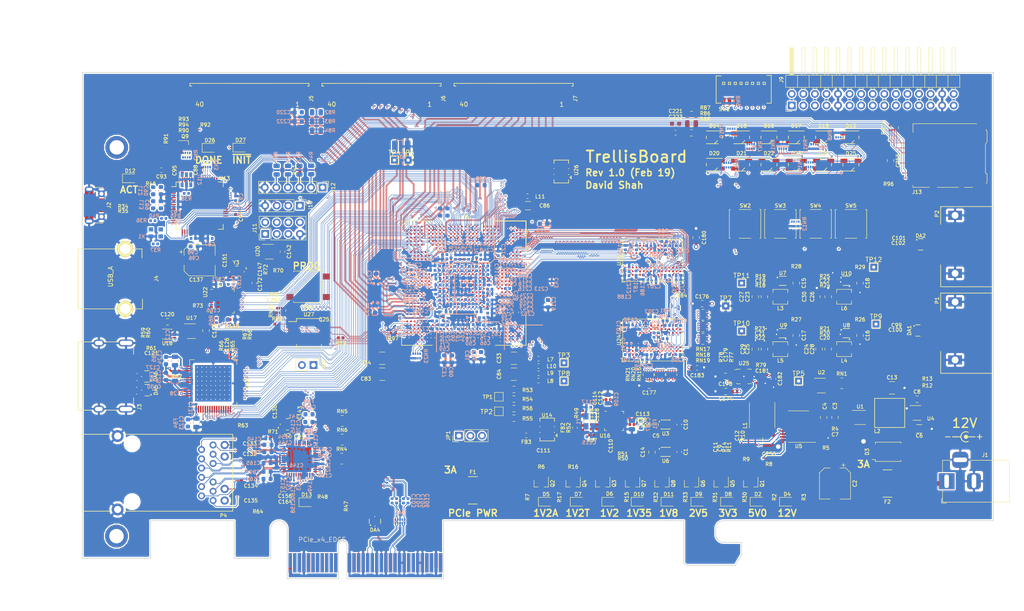
<source format=kicad_pcb>
(kicad_pcb (version 20171130) (host pcbnew 5.0.1)

  (general
    (thickness 1.6)
    (drawings 90)
    (tracks 23619)
    (zones 0)
    (modules 507)
    (nets 718)
  )

  (page A4)
  (layers
    (0 F.Cu signal)
    (1 In1.Cu signal)
    (2 In2.Cu signal)
    (3 In3.Cu signal)
    (4 In4.Cu signal)
    (5 In5.Cu signal)
    (6 In6.Cu signal)
    (31 B.Cu signal)
    (32 B.Adhes user)
    (33 F.Adhes user)
    (34 B.Paste user)
    (35 F.Paste user)
    (36 B.SilkS user)
    (37 F.SilkS user)
    (38 B.Mask user)
    (39 F.Mask user)
    (40 Dwgs.User user)
    (41 Cmts.User user)
    (42 Eco1.User user)
    (43 Eco2.User user)
    (44 Edge.Cuts user)
    (45 Margin user)
    (46 B.CrtYd user)
    (47 F.CrtYd user)
    (48 B.Fab user)
    (49 F.Fab user)
  )

  (setup
    (last_trace_width 0.0889)
    (user_trace_width 0.1)
    (user_trace_width 0.15)
    (user_trace_width 0.2)
    (user_trace_width 0.25)
    (user_trace_width 0.35)
    (user_trace_width 0.5)
    (user_trace_width 0.8)
    (user_trace_width 1)
    (trace_clearance 0.0889)
    (zone_clearance 0.254)
    (zone_45_only no)
    (trace_min 0.0889)
    (segment_width 0.2)
    (edge_width 0.15)
    (via_size 0.4)
    (via_drill 0.2)
    (via_min_size 0.4)
    (via_min_drill 0.2)
    (user_via 0.6 0.3)
    (user_via 0.8 0.5)
    (user_via 1 0.6)
    (user_via 1.5 1)
    (user_via 2 1.5)
    (uvia_size 0.3)
    (uvia_drill 0.1)
    (uvias_allowed no)
    (uvia_min_size 0.2)
    (uvia_min_drill 0.1)
    (pcb_text_width 0.3)
    (pcb_text_size 1.5 1.5)
    (mod_edge_width 0.15)
    (mod_text_size 1 1)
    (mod_text_width 0.15)
    (pad_size 1.524 1.524)
    (pad_drill 0.762)
    (pad_to_mask_clearance 0.051)
    (solder_mask_min_width 0.25)
    (aux_axis_origin 0 0)
    (visible_elements FFFDFFFF)
    (pcbplotparams
      (layerselection 0x010fc_ffffffff)
      (usegerberextensions false)
      (usegerberattributes false)
      (usegerberadvancedattributes false)
      (creategerberjobfile false)
      (excludeedgelayer true)
      (linewidth 0.100000)
      (plotframeref false)
      (viasonmask false)
      (mode 1)
      (useauxorigin false)
      (hpglpennumber 1)
      (hpglpenspeed 20)
      (hpglpendiameter 15.000000)
      (psnegative false)
      (psa4output false)
      (plotreference true)
      (plotvalue true)
      (plotinvisibletext false)
      (padsonsilk false)
      (subtractmaskfromsilk false)
      (outputformat 1)
      (mirror false)
      (drillshape 1)
      (scaleselection 1)
      (outputdirectory ""))
  )

  (net 0 "")
  (net 1 "/PCIe + SATA/DCU1_REFCLK-")
  (net 2 "/PCIe + SATA/DCU1_REFCLK+")
  (net 3 DDR3_A4)
  (net 4 DDR3_A6)
  (net 5 DDR3_A5)
  (net 6 DDR3_A7)
  (net 7 /DDR3/DDR3_VTT)
  (net 8 "Net-(RN2-Pad5)")
  (net 9 "Net-(RN2-Pad6)")
  (net 10 "Net-(R38-Pad2)")
  (net 11 "Net-(RN2-Pad7)")
  (net 12 +3V3)
  (net 13 /Power/1V2_EN)
  (net 14 /Power/2V5_EN)
  (net 15 /Power/1V35_EN)
  (net 16 "Net-(RN1-Pad4)")
  (net 17 +5V)
  (net 18 "Net-(RN1-Pad5)")
  (net 19 USD_D0)
  (net 20 USD_D3)
  (net 21 USD_CMD)
  (net 22 USD_D2)
  (net 23 "Net-(RN23-Pad1)")
  (net 24 GND)
  (net 25 "/FPGA IO/CFG0")
  (net 26 "Net-(RN23-Pad8)")
  (net 27 "/FPGA IO/CFG1")
  (net 28 "/FPGA IO/CFG2")
  (net 29 "/FPGA IO/FLASH_D3")
  (net 30 "/FPGA IO/FLASH_D1")
  (net 31 "/FPGA IO/FLASH_D2")
  (net 32 "/FPGA IO/FLASH_D0")
  (net 33 DDR3_WE)
  (net 34 DDR3_CKE)
  (net 35 DDR3_CS)
  (net 36 DDR3_ODT)
  (net 37 DDR3_CAS)
  (net 38 DDR3_BA2)
  (net 39 DDR3_RAS)
  (net 40 DDR3_BA1)
  (net 41 DDR3_A12)
  (net 42 DDR3_A14)
  (net 43 DDR3_A13)
  (net 44 DDR3_BA0)
  (net 45 DDR3_A11)
  (net 46 DDR3_A9)
  (net 47 DDR3_A10)
  (net 48 DDR3_A8)
  (net 49 DDR3_A0)
  (net 50 DDR3_A2)
  (net 51 DDR3_A1)
  (net 52 DDR3_A3)
  (net 53 "/HDMI, GbE, USB/ETH_LED2")
  (net 54 ETH_~RESET)
  (net 55 "/HDMI, GbE, USB/ETH_LED1")
  (net 56 RGMII_REF_CLK)
  (net 57 "Net-(D18-Pad4)")
  (net 58 "Net-(D20-Pad4)")
  (net 59 "Net-(D19-Pad4)")
  (net 60 "Net-(D21-Pad4)")
  (net 61 "Net-(D25-Pad4)")
  (net 62 "Net-(D23-Pad4)")
  (net 63 "Net-(D24-Pad4)")
  (net 64 "Net-(D22-Pad4)")
  (net 65 FTDI_D1_RX)
  (net 66 FTDI_~WR)
  (net 67 FTDI_~RD)
  (net 68 FTDI_~SIWU)
  (net 69 RGMII_RXD0)
  (net 70 RGMII_RXD2)
  (net 71 RGMII_RXD1)
  (net 72 RGMII_RXD3)
  (net 73 RGMII_RX_DV)
  (net 74 ETH_MDIO)
  (net 75 RGMII_RX_CLK)
  (net 76 ETH_INT_N)
  (net 77 "Net-(D17-Pad1)")
  (net 78 "Net-(D16-Pad1)")
  (net 79 "Net-(D14-Pad1)")
  (net 80 "Net-(D15-Pad1)")
  (net 81 DIP_SW1)
  (net 82 DIP_SW0)
  (net 83 DIP_SW2)
  (net 84 DIP_SW3)
  (net 85 DIP_SW7)
  (net 86 DIP_SW6)
  (net 87 DIP_SW4)
  (net 88 DIP_SW5)
  (net 89 "Net-(D14-Pad4)")
  (net 90 "Net-(D16-Pad4)")
  (net 91 "Net-(D15-Pad4)")
  (net 92 "Net-(D17-Pad4)")
  (net 93 "Net-(D21-Pad1)")
  (net 94 "Net-(D20-Pad1)")
  (net 95 "Net-(D18-Pad1)")
  (net 96 "Net-(D19-Pad1)")
  (net 97 BTN1)
  (net 98 BTN0)
  (net 99 BTN2)
  (net 100 BTN3)
  (net 101 "Net-(D25-Pad1)")
  (net 102 "Net-(D24-Pad1)")
  (net 103 "Net-(D22-Pad1)")
  (net 104 "Net-(D23-Pad1)")
  (net 105 "/FPGA IO/VCCIO7")
  (net 106 "Net-(R44-Pad2)")
  (net 107 JTAG_TDO)
  (net 108 JTAG_TDI)
  (net 109 "Net-(R43-Pad2)")
  (net 110 "Net-(R42-Pad2)")
  (net 111 JTAG_TCK)
  (net 112 JTAG_TMS)
  (net 113 "Net-(R45-Pad2)")
  (net 114 "/PCIe + SATA/CLKAUXO+")
  (net 115 "/PCIe + SATA/CLK150M-")
  (net 116 +1V8)
  (net 117 +2V5)
  (net 118 "/PCIe + SATA/CLKAUXO-")
  (net 119 "/FPGA IO/VCCIO6")
  (net 120 "/PCIe + SATA/CLK150M+")
  (net 121 CLK_SDA)
  (net 122 "Net-(R36-Pad2)")
  (net 123 FPGA_12MHz)
  (net 124 "/PCIe + SATA/PCIe_REFCLK+")
  (net 125 "/PCIe + SATA/PCIe_REFCLK-")
  (net 126 PCIe_12V)
  (net 127 "Net-(D13-Pad2)")
  (net 128 ~PERST)
  (net 129 "Net-(P3-PadA11)")
  (net 130 "Net-(D12-Pad2)")
  (net 131 "Net-(R40-Pad1)")
  (net 132 "Net-(R39-Pad1)")
  (net 133 "Net-(R38-Pad1)")
  (net 134 "Net-(R12-Pad2)")
  (net 135 "/PCIe + SATA/3V3_C")
  (net 136 "/PCIe + SATA/3V3_CA")
  (net 137 "Net-(R57-Pad1)")
  (net 138 "Net-(R58-Pad2)")
  (net 139 FABRIC_REFCLK)
  (net 140 "/HDMI, GbE, USB/PORT_SCL")
  (net 141 "/HDMI, GbE, USB/PORT_SDA")
  (net 142 "Net-(C121-Pad1)")
  (net 143 "Net-(R62-Pad1)")
  (net 144 /Power/3V3_PG)
  (net 145 "Net-(D27-Pad2)")
  (net 146 "/FPGA IO/~PROGRAM")
  (net 147 "Net-(R80-Pad1)")
  (net 148 "Net-(R81-Pad1)")
  (net 149 "/FPGA IO/FLASH_~CS")
  (net 150 "/FPGA IO/FLASH_CLK")
  (net 151 "/FPGA IO/DONE")
  (net 152 "Net-(Q9-Pad1)")
  (net 153 "Net-(D26-Pad2)")
  (net 154 "Net-(R79-Pad1)")
  (net 155 "/FPGA IO/~INIT")
  (net 156 "Net-(C9-Pad1)")
  (net 157 "Net-(C11-Pad1)")
  (net 158 "Net-(Q2-Pad3)")
  (net 159 "Net-(D5-Pad1)")
  (net 160 /Power/1V2_PG)
  (net 161 USD_D1)
  (net 162 USD_CLK)
  (net 163 "Net-(R97-Pad1)")
  (net 164 "Net-(Q2-Pad1)")
  (net 165 +1V2A)
  (net 166 "Net-(R5-Pad2)")
  (net 167 "Net-(D2-Pad2)")
  (net 168 "Net-(C7-Pad1)")
  (net 169 "Net-(D4-Pad2)")
  (net 170 +12V)
  (net 171 "Net-(R74-Pad1)")
  (net 172 "/Debug Interface/PORT_D-")
  (net 173 "/Debug Interface/FTDI_D-")
  (net 174 "/Debug Interface/FTDI_D+")
  (net 175 "/Debug Interface/PORT_D+")
  (net 176 "Net-(C22-Pad2)")
  (net 177 "Net-(R71-Pad2)")
  (net 178 "/HDMI, GbE, USB/USB_XO")
  (net 179 "/HDMI, GbE, USB/USB_XI")
  (net 180 "Net-(R73-Pad1)")
  (net 181 "/HDMI, GbE, USB/USBA_VBUS")
  (net 182 "/HDMI, GbE, USB/EXTVBUS")
  (net 183 DVI_SCL)
  (net 184 DVI_SDA)
  (net 185 CLK_SCL)
  (net 186 "Net-(R70-Pad1)")
  (net 187 "Net-(C175-Pad2)")
  (net 188 DDR3_CLK+)
  (net 189 "Net-(P4-Pad16)")
  (net 190 "Net-(R66-Pad1)")
  (net 191 "Net-(R65-Pad1)")
  (net 192 "/HDMI, GbE, USB/HDMI_HPD")
  (net 193 DDR3_CLK-)
  (net 194 "Net-(C179-Pad1)")
  (net 195 +1V35)
  (net 196 +1V2)
  (net 197 "Net-(D10-Pad2)")
  (net 198 "Net-(P4-Pad14)")
  (net 199 "Net-(C12-Pad2)")
  (net 200 "Net-(D6-Pad2)")
  (net 201 +1V2T)
  (net 202 "Net-(Q4-Pad1)")
  (net 203 "Net-(Q4-Pad3)")
  (net 204 "Net-(D7-Pad1)")
  (net 205 "Net-(C19-Pad2)")
  (net 206 "Net-(C20-Pad2)")
  (net 207 "Net-(C21-Pad2)")
  (net 208 "/Debug Interface/FTDI_12MHz")
  (net 209 "Net-(D11-Pad2)")
  (net 210 /Power/2V5_PG)
  (net 211 /Power/1V35_PG)
  (net 212 /Power/1V8_PG)
  (net 213 "Net-(D8-Pad2)")
  (net 214 "Net-(D9-Pad2)")
  (net 215 "Net-(C8-Pad2)")
  (net 216 "Net-(C8-Pad1)")
  (net 217 /Power/PWR_EN)
  (net 218 "/HDMI, GbE, USB/HDMI_5V")
  (net 219 "Net-(U17-Pad3)")
  (net 220 "Net-(D9-Pad1)")
  (net 221 "Net-(D11-Pad1)")
  (net 222 "Net-(D26-Pad1)")
  (net 223 "Net-(D2-Pad1)")
  (net 224 "Net-(D6-Pad1)")
  (net 225 "Net-(D10-Pad1)")
  (net 226 "Net-(D8-Pad1)")
  (net 227 "Net-(U1-Pad3)")
  (net 228 DDR3_Vref)
  (net 229 DDR3_Vtt_EN)
  (net 230 "Net-(U5-Pad2)")
  (net 231 "Net-(L1-Pad1)")
  (net 232 "Net-(C11-Pad2)")
  (net 233 "Net-(U13-Pad3)")
  (net 234 "/Debug Interface/Vphy")
  (net 235 "/Debug Interface/Vpll")
  (net 236 "/Debug Interface/JTAG_ACT")
  (net 237 "Net-(U13-Pad22)")
  (net 238 "Net-(U13-Pad23)")
  (net 239 "Net-(U13-Pad24)")
  (net 240 "Net-(U13-Pad26)")
  (net 241 "Net-(U13-Pad27)")
  (net 242 "Net-(U13-Pad28)")
  (net 243 "Net-(U13-Pad29)")
  (net 244 "Net-(U13-Pad30)")
  (net 245 "Net-(U13-Pad32)")
  (net 246 "Net-(U13-Pad33)")
  (net 247 "Net-(U13-Pad34)")
  (net 248 "Net-(U13-Pad36)")
  (net 249 FTDI_D0_TX)
  (net 250 FTDI_D2)
  (net 251 FTDI_D3)
  (net 252 FTDI_D4)
  (net 253 FTDI_D5)
  (net 254 FTDI_D6)
  (net 255 FTDI_D7)
  (net 256 FTDI_~RXF)
  (net 257 "Net-(U13-Pad49)")
  (net 258 "Net-(U13-Pad50)")
  (net 259 FTDI_~TXE)
  (net 260 "Net-(U13-Pad57)")
  (net 261 "Net-(U13-Pad58)")
  (net 262 "Net-(U13-Pad59)")
  (net 263 "Net-(U13-Pad60)")
  (net 264 "/HDMI, GbE, USB/DVI_DVDD")
  (net 265 DVI_DE)
  (net 266 DVI_HSYNC)
  (net 267 DVI_VSYNC)
  (net 268 "Net-(U19-Pad11)")
  (net 269 "/HDMI, GbE, USB/DVI_PVDD")
  (net 270 "/HDMI, GbE, USB/TMDS_CLK-")
  (net 271 "/HDMI, GbE, USB/TMDS_CLK+")
  (net 272 "/HDMI, GbE, USB/DVI_TVDD")
  (net 273 "/HDMI, GbE, USB/TMDS_D0-")
  (net 274 "/HDMI, GbE, USB/TMDS_D0+")
  (net 275 "/HDMI, GbE, USB/TMDS_D1-")
  (net 276 "/HDMI, GbE, USB/TMDS_D1+")
  (net 277 "/HDMI, GbE, USB/TMDS_D2-")
  (net 278 "/HDMI, GbE, USB/TMDS_D2+")
  (net 279 DVI_D23)
  (net 280 DVI_D22)
  (net 281 DVI_D21)
  (net 282 DVI_D20)
  (net 283 DVI_D19)
  (net 284 DVI_D18)
  (net 285 DVI_D17)
  (net 286 DVI_D16)
  (net 287 DVI_D15)
  (net 288 DVI_D14)
  (net 289 DVI_D13)
  (net 290 DVI_D12)
  (net 291 "Net-(U19-Pad49)")
  (net 292 DVI_D11)
  (net 293 DVI_D10)
  (net 294 DVI_D9)
  (net 295 DVI_D8)
  (net 296 DVI_D7)
  (net 297 DVI_D6)
  (net 298 DVI_CLK)
  (net 299 DVI_D5)
  (net 300 DVI_D4)
  (net 301 DVI_D3)
  (net 302 DVI_D2)
  (net 303 DVI_D1)
  (net 304 DVI_D0)
  (net 305 "/HDMI, GbE, USB/AVDDH")
  (net 306 "/HDMI, GbE, USB/MX4-")
  (net 307 "/HDMI, GbE, USB/MX4+")
  (net 308 "/HDMI, GbE, USB/AVDDL")
  (net 309 "/HDMI, GbE, USB/MX3-")
  (net 310 "/HDMI, GbE, USB/MX3+")
  (net 311 "/HDMI, GbE, USB/MX2-")
  (net 312 "/HDMI, GbE, USB/MX2+")
  (net 313 "/HDMI, GbE, USB/MX1-")
  (net 314 "/HDMI, GbE, USB/MX1+")
  (net 315 "Net-(U21-Pad13)")
  (net 316 RGMII_TXD0)
  (net 317 RGMII_TXD1)
  (net 318 RGMII_TXD2)
  (net 319 RGMII_TXD3)
  (net 320 RGMII_TX_CLK)
  (net 321 RGMII_TX_EN)
  (net 322 ETH_MDC)
  (net 323 "Net-(U21-Pad43)")
  (net 324 "/HDMI, GbE, USB/AVDDL_PLL")
  (net 325 "/HDMI, GbE, USB/ETH_XO")
  (net 326 "/HDMI, GbE, USB/ETH_XI")
  (net 327 "Net-(U21-Pad47)")
  (net 328 "Net-(U22-Pad3)")
  (net 329 "Net-(U22-Pad5)")
  (net 330 "/HDMI, GbE, USB/USBA_D+")
  (net 331 "/HDMI, GbE, USB/USBA_D-")
  (net 332 ULPI_RESET)
  (net 333 ULPI_NXT)
  (net 334 ULPI_DIR)
  (net 335 ULPI_STP)
  (net 336 ULPI_CLKO)
  (net 337 "/HDMI, GbE, USB/USB1V8")
  (net 338 ULPI_D7)
  (net 339 ULPI_D6)
  (net 340 ULPI_D5)
  (net 341 ULPI_D4)
  (net 342 ULPI_D3)
  (net 343 ULPI_D2)
  (net 344 ULPI_D1)
  (net 345 ULPI_D0)
  (net 346 "Net-(C117-Pad1)")
  (net 347 "Net-(C115-Pad2)")
  (net 348 CLK_SD_OE)
  (net 349 "Net-(U16-Pad11)")
  (net 350 "Net-(U16-Pad12)")
  (net 351 "/PCIe + SATA/1V8_C")
  (net 352 "Net-(U16-Pad16)")
  (net 353 "/PCIe + SATA/DCU0_REFCLK-")
  (net 354 "/PCIe + SATA/DCU0_REFCLK+")
  (net 355 "Net-(U16-Pad24)")
  (net 356 DDR3_DQ13)
  (net 357 DDR3_DQ15)
  (net 358 DDR3_DQ12)
  (net 359 DDR3_DQS1-)
  (net 360 DDR3_DQ14)
  (net 361 DDR3_DQ11)
  (net 362 DDR3_DQ9)
  (net 363 DDR3_DQS1+)
  (net 364 DDR3_DQ10)
  (net 365 DDR3_DM1)
  (net 366 DDR3_DQ8)
  (net 367 DDR3_DQ0)
  (net 368 DDR3_DM0)
  (net 369 DDR3_DQ2)
  (net 370 DDR3_DQS0+)
  (net 371 DDR3_DQ1)
  (net 372 DDR3_DQ3)
  (net 373 DDR3_DQ6)
  (net 374 DDR3_DQS0-)
  (net 375 DDR3_DQ4)
  (net 376 DDR3_DQ7)
  (net 377 DDR3_DQ5)
  (net 378 "Net-(U23-PadJ1)")
  (net 379 "Net-(U23-PadJ9)")
  (net 380 "Net-(U23-PadL1)")
  (net 381 "Net-(U23-PadL9)")
  (net 382 "Net-(U23-PadM7)")
  (net 383 DDR3_RESET)
  (net 384 "Net-(U24-PadM7)")
  (net 385 "Net-(U24-PadL9)")
  (net 386 "Net-(U24-PadL1)")
  (net 387 "Net-(U24-PadJ9)")
  (net 388 "Net-(U24-PadJ1)")
  (net 389 DDR3_DQ21)
  (net 390 DDR3_DQ23)
  (net 391 DDR3_DQ20)
  (net 392 DDR3_DQS2-)
  (net 393 DDR3_DQ22)
  (net 394 DDR3_DQ19)
  (net 395 DDR3_DQ17)
  (net 396 DDR3_DQS2+)
  (net 397 DDR3_DQ18)
  (net 398 DDR3_DM2)
  (net 399 DDR3_DQ16)
  (net 400 DDR3_DQ24)
  (net 401 DDR3_DM3)
  (net 402 DDR3_DQ26)
  (net 403 DDR3_DQS3+)
  (net 404 DDR3_DQ25)
  (net 405 DDR3_DQ27)
  (net 406 DDR3_DQ30)
  (net 407 DDR3_DQS3-)
  (net 408 DDR3_DQ28)
  (net 409 DDR3_DQ31)
  (net 410 DDR3_DQ29)
  (net 411 "Net-(X1-Pad1)")
  (net 412 "Net-(L4-Pad1)")
  (net 413 "Net-(L5-Pad1)")
  (net 414 "Net-(L3-Pad1)")
  (net 415 "Net-(L6-Pad1)")
  (net 416 "Net-(C111-Pad1)")
  (net 417 "/FPGA Core Power/VCCHTX1")
  (net 418 "/FPGA Core Power/VCCHTX0")
  (net 419 "/FPGA Core Power/VCCA0")
  (net 420 "/FPGA Core Power/VCCAUX")
  (net 421 "/FPGA Core Power/VCCA1")
  (net 422 "/PCIe + SATA/SATA1_A+")
  (net 423 "/PCIe + SATA/SATA1_A-")
  (net 424 "/PCIe + SATA/DCU1_RX1-")
  (net 425 "/PCIe + SATA/DCU1_RX1+")
  (net 426 "/PCIe + SATA/SATA0_A+")
  (net 427 "/PCIe + SATA/SATA0_A-")
  (net 428 "/PCIe + SATA/DCU1_RX0-")
  (net 429 "/PCIe + SATA/DCU1_RX0+")
  (net 430 "/PCIe + SATA/PCIe_HSI0+")
  (net 431 "/PCIe + SATA/PCIe_HSI0-")
  (net 432 "/PCIe + SATA/PCIe_HSI1+")
  (net 433 "/PCIe + SATA/PCIe_HSI1-")
  (net 434 "/PCIe + SATA/DCU0_RX0+")
  (net 435 "/PCIe + SATA/DCU0_RX0-")
  (net 436 "/PCIe + SATA/DCU0_RX1+")
  (net 437 "/PCIe + SATA/DCU0_RX1-")
  (net 438 "Net-(U6-Pad2)")
  (net 439 "Net-(U6-Pad5)")
  (net 440 "Net-(U3-Pad5)")
  (net 441 "Net-(U3-Pad2)")
  (net 442 "Net-(U10-Pad4)")
  (net 443 "Net-(U9-Pad4)")
  (net 444 "Net-(U8-Pad4)")
  (net 445 "Net-(U7-Pad4)")
  (net 446 "Net-(J5-Pad38)")
  (net 447 "/FPGA IO/EXT0_11-")
  (net 448 "/FPGA IO/EXT0_11+")
  (net 449 "/FPGA IO/EXT0_10-")
  (net 450 "/FPGA IO/EXT0_10+")
  (net 451 "/FPGA IO/EXT0_9-")
  (net 452 "/FPGA IO/EXT0_9+")
  (net 453 "/FPGA IO/EXT0_8-")
  (net 454 "/FPGA IO/EXT0_8+")
  (net 455 "/FPGA IO/EXT0_7-")
  (net 456 "/FPGA IO/EXT0_7+")
  (net 457 "/FPGA IO/EXT0_6-")
  (net 458 "/FPGA IO/EXT0_6+")
  (net 459 "/FPGA IO/EXT0_5-")
  (net 460 "/FPGA IO/EXT0_5+")
  (net 461 "/FPGA IO/EXT0_4-")
  (net 462 "/FPGA IO/EXT0_4+")
  (net 463 "/FPGA IO/EXT0_3-")
  (net 464 "/FPGA IO/EXT0_3+")
  (net 465 "/FPGA IO/EXT0_2-")
  (net 466 "/FPGA IO/EXT0_2+")
  (net 467 "/FPGA IO/EXT0_1-")
  (net 468 "/FPGA IO/EXT0_1+")
  (net 469 "/FPGA IO/EXT0_0-")
  (net 470 "/FPGA IO/EXT0_0+")
  (net 471 "Net-(J6-Pad38)")
  (net 472 "/FPGA IO/EXT1_11-")
  (net 473 "/FPGA IO/EXT1_11+")
  (net 474 "/FPGA IO/EXT1_10-")
  (net 475 "/FPGA IO/EXT1_10+")
  (net 476 "/FPGA IO/EXT1_9-")
  (net 477 "/FPGA IO/EXT1_9+")
  (net 478 "/FPGA IO/EXT1_8-")
  (net 479 "/FPGA IO/EXT1_8+")
  (net 480 "/FPGA IO/EXT1_7-")
  (net 481 "/FPGA IO/EXT1_7+")
  (net 482 "/FPGA IO/EXT1_6-")
  (net 483 "/FPGA IO/EXT1_6+")
  (net 484 "/FPGA IO/EXT1_5-")
  (net 485 "/FPGA IO/EXT1_5+")
  (net 486 "/FPGA IO/EXT1_4-")
  (net 487 "/FPGA IO/EXT1_4+")
  (net 488 "/FPGA IO/EXT1_3-")
  (net 489 "/FPGA IO/EXT1_3+")
  (net 490 "/FPGA IO/EXT1_2-")
  (net 491 "/FPGA IO/EXT1_2+")
  (net 492 "/FPGA IO/EXT1_1-")
  (net 493 "/FPGA IO/EXT1_1+")
  (net 494 "/FPGA IO/EXT1_0-")
  (net 495 "/FPGA IO/EXT1_0+")
  (net 496 "/FPGA IO/EXT2_0+")
  (net 497 "/FPGA IO/EXT2_0-")
  (net 498 "/FPGA IO/EXT2_1+")
  (net 499 "/FPGA IO/EXT2_1-")
  (net 500 "/FPGA IO/EXT2_2+")
  (net 501 "/FPGA IO/EXT2_2-")
  (net 502 "/FPGA IO/EXT2_3+")
  (net 503 "/FPGA IO/EXT2_3-")
  (net 504 "/FPGA IO/EXT2_4+")
  (net 505 "/FPGA IO/EXT2_4-")
  (net 506 "/FPGA IO/EXT2_5+")
  (net 507 "/FPGA IO/EXT2_5-")
  (net 508 "/FPGA IO/EXT2_6+")
  (net 509 "/FPGA IO/EXT2_6-")
  (net 510 "/FPGA IO/EXT2_7+")
  (net 511 "/FPGA IO/EXT2_7-")
  (net 512 "/FPGA IO/EXT2_8+")
  (net 513 "/FPGA IO/EXT2_8-")
  (net 514 "/FPGA IO/EXT2_9+")
  (net 515 "/FPGA IO/EXT2_9-")
  (net 516 "/FPGA IO/EXT2_10+")
  (net 517 "/FPGA IO/EXT2_10-")
  (net 518 "/FPGA IO/EXT2_11+")
  (net 519 "/FPGA IO/EXT2_11-")
  (net 520 "Net-(J7-Pad38)")
  (net 521 "Net-(C132-Pad1)")
  (net 522 "Net-(C135-Pad1)")
  (net 523 "Net-(C133-Pad1)")
  (net 524 "Net-(C134-Pad1)")
  (net 525 "Net-(P3-PadB5)")
  (net 526 "Net-(P3-PadB6)")
  (net 527 "Net-(P3-PadB8)")
  (net 528 "Net-(P3-PadB9)")
  (net 529 "Net-(P3-PadB10)")
  (net 530 PCIe_~WAKE)
  (net 531 "Net-(P3-PadB12)")
  (net 532 "/PCIe + SATA/~PRSNT2~_X1")
  (net 533 "Net-(P3-PadB23)")
  (net 534 "Net-(P3-PadB24)")
  (net 535 "Net-(P3-PadB27)")
  (net 536 "Net-(P3-PadB28)")
  (net 537 "Net-(P3-PadB30)")
  (net 538 "/PCIe + SATA/~PRSNT2~_X4")
  (net 539 "/PCIe + SATA/~PRSNT1")
  (net 540 "Net-(P3-PadA5)")
  (net 541 "Net-(P3-PadA6)")
  (net 542 "Net-(P3-PadA7)")
  (net 543 "Net-(P3-PadA8)")
  (net 544 "Net-(P3-PadA9)")
  (net 545 "Net-(P3-PadA10)")
  (net 546 "Net-(P3-PadA19)")
  (net 547 "Net-(P3-PadA25)")
  (net 548 "Net-(P3-PadA26)")
  (net 549 "Net-(P3-PadA29)")
  (net 550 "Net-(P3-PadA30)")
  (net 551 "Net-(P3-PadA32)")
  (net 552 "Net-(U14-Pad2)")
  (net 553 "Net-(U14-Pad1)")
  (net 554 "Net-(U26-Pad1)")
  (net 555 "Net-(U26-Pad2)")
  (net 556 "/FPGA IO/CLK100+")
  (net 557 "/FPGA IO/CLK100-")
  (net 558 "Net-(J3-Pad14)")
  (net 559 "Net-(J3-Pad13)")
  (net 560 LED2)
  (net 561 LED11)
  (net 562 LED10)
  (net 563 LED0)
  (net 564 LED1)
  (net 565 LED3)
  (net 566 LED4)
  (net 567 LED5)
  (net 568 LED6)
  (net 569 LED7)
  (net 570 LED8)
  (net 571 LED9)
  (net 572 "Net-(F2-Pad2)")
  (net 573 "Net-(U15-PadR1)")
  (net 574 "Net-(U15-PadA2)")
  (net 575 "Net-(U15-PadT2)")
  (net 576 "Net-(U15-PadAB2)")
  (net 577 "Net-(U15-PadAC2)")
  (net 578 "Net-(U15-PadAE2)")
  (net 579 "Net-(U15-PadAG2)")
  (net 580 "Net-(U15-PadA3)")
  (net 581 "Net-(U15-PadV3)")
  (net 582 "Net-(U15-PadW3)")
  (net 583 "Net-(U15-PadY3)")
  (net 584 "Net-(U15-PadAC3)")
  (net 585 "Net-(U15-PadAG3)")
  (net 586 "Net-(U15-PadAL3)")
  (net 587 "Net-(U15-PadB4)")
  (net 588 "Net-(U15-PadH4)")
  (net 589 "Net-(U15-PadAC4)")
  (net 590 "Net-(U15-PadA5)")
  (net 591 "Net-(U15-PadL5)")
  (net 592 "Net-(U15-PadW6)")
  (net 593 "Net-(U15-PadD7)")
  (net 594 "Net-(U15-PadE7)")
  (net 595 "Net-(U15-PadAE7)")
  (net 596 "Net-(U15-PadG9)")
  (net 597 "/PCIe + SATA/DCU0_TX0+")
  (net 598 "Net-(U15-PadG10)")
  (net 599 "/PCIe + SATA/DCU0_TX0-")
  (net 600 "Net-(U15-PadG11)")
  (net 601 "/PCIe + SATA/DCU0_TX1+")
  (net 602 "/PCIe + SATA/DCU0_TX1-")
  (net 603 "/FPGA IO/PMOD1_10")
  (net 604 "/FPGA IO/PMOD1_9")
  (net 605 "Net-(U15-PadG14)")
  (net 606 "Net-(U15-PadG15)")
  (net 607 "Net-(U15-PadAK15)")
  (net 608 "Net-(U15-PadG16)")
  (net 609 "Net-(U15-PadAK16)")
  (net 610 "Net-(U15-PadG17)")
  (net 611 "Net-(U15-PadG18)")
  (net 612 "/PCIe + SATA/DCU1_TX0+")
  (net 613 "Net-(U15-PadG19)")
  (net 614 "/PCIe + SATA/DCU1_TX0-")
  (net 615 "/FPGA IO/PMOD1_8")
  (net 616 "/FPGA IO/PMOD1_7")
  (net 617 "/PCIe + SATA/DCU1_TX1+")
  (net 618 "/PCIe + SATA/DCU1_TX1-")
  (net 619 "/FPGA IO/EXIO_5")
  (net 620 "/FPGA IO/EXIO_4")
  (net 621 "/FPGA IO/EXIO_3")
  (net 622 "Net-(U15-PadG22)")
  (net 623 "/FPGA IO/PMOD1_3")
  (net 624 "/FPGA IO/PMOD1_2")
  (net 625 "/FPGA IO/PMOD1_0")
  (net 626 "/FPGA IO/PMOD1_1")
  (net 627 "/FPGA IO/EXIO_2")
  (net 628 "Net-(U15-PadG23)")
  (net 629 "/FPGA IO/EXIO_1")
  (net 630 "/FPGA IO/PMOD0_10")
  (net 631 "/FPGA IO/EXIO_0")
  (net 632 "/FPGA IO/PMOD0_9")
  (net 633 "Net-(U15-PadG24)")
  (net 634 "Net-(U15-PadAG24)")
  (net 635 "Net-(U15-PadAK24)")
  (net 636 "/FPGA IO/PMOD0_8")
  (net 637 "/FPGA IO/PMOD0_3")
  (net 638 "/FPGA IO/PMOD0_7")
  (net 639 "/FPGA IO/PMOD0_2")
  (net 640 "/FPGA IO/PMOD0_1")
  (net 641 "Net-(U15-PadAK25)")
  (net 642 "/FPGA IO/PMOD0_0")
  (net 643 "Net-(U15-PadB26)")
  (net 644 "Net-(U15-PadE26)")
  (net 645 "Net-(U15-PadAE26)")
  (net 646 "Net-(U15-PadH27)")
  (net 647 "Net-(U15-PadJ27)")
  (net 648 "Net-(U15-PadW27)")
  (net 649 "Net-(U15-PadC28)")
  (net 650 "Net-(U15-PadD28)")
  (net 651 "Net-(U15-PadH28)")
  (net 652 "Net-(U15-PadL28)")
  (net 653 "Net-(U15-PadP28)")
  (net 654 "Net-(U15-PadAC28)")
  (net 655 "Net-(U15-PadAE28)")
  (net 656 "Net-(U15-PadC29)")
  (net 657 "Net-(U15-PadH29)")
  (net 658 "Net-(U15-PadP29)")
  (net 659 "Net-(U15-PadAB29)")
  (net 660 "Net-(U15-PadAC29)")
  (net 661 "Net-(U15-PadAE29)")
  (net 662 "Net-(U15-PadAJ29)")
  (net 663 "Net-(U15-PadC30)")
  (net 664 "Net-(U15-PadP30)")
  (net 665 "Net-(U15-PadR30)")
  (net 666 "Net-(U15-PadV30)")
  (net 667 "Net-(U15-PadAB30)")
  (net 668 "Net-(U15-PadAE30)")
  (net 669 "Net-(U15-PadAJ30)")
  (net 670 "Net-(U15-PadA31)")
  (net 671 "Net-(U15-PadAG31)")
  (net 672 "Net-(U15-PadAK31)")
  (net 673 "Net-(U15-PadAG32)")
  (net 674 "Net-(J2-Pad1)")
  (net 675 "Net-(J2-Pad4)")
  (net 676 "Net-(U15-PadT30)")
  (net 677 "Net-(U15-PadAE27)")
  (net 678 "Net-(U15-PadAD27)")
  (net 679 "Net-(U15-PadF30)")
  (net 680 "Net-(U15-PadN27)")
  (net 681 "Net-(U15-PadU27)")
  (net 682 "Net-(U15-PadU29)")
  (net 683 "Net-(U15-PadW30)")
  (net 684 "Net-(U15-PadY30)")
  (net 685 "Net-(U15-PadY29)")
  (net 686 "Net-(U15-PadW1)")
  (net 687 "Net-(U15-PadV1)")
  (net 688 "Net-(U15-PadY7)")
  (net 689 "Net-(U15-PadY6)")
  (net 690 "Net-(U15-PadAC5)")
  (net 691 "Net-(U15-PadAD4)")
  (net 692 "Net-(U15-PadY4)")
  (net 693 "Net-(U15-PadW4)")
  (net 694 "Net-(U15-PadP7)")
  (net 695 "Net-(U15-PadN7)")
  (net 696 "Net-(U15-PadL7)")
  (net 697 "Net-(U15-PadP6)")
  (net 698 "Net-(U15-PadN6)")
  (net 699 "Net-(U15-PadL6)")
  (net 700 "Net-(U15-PadK5)")
  (net 701 "Net-(U15-PadN4)")
  (net 702 "Net-(U15-PadL4)")
  (net 703 "Net-(U15-PadK4)")
  (net 704 "Net-(U15-PadJ4)")
  (net 705 "Net-(U15-PadN3)")
  (net 706 "Net-(U15-PadL3)")
  (net 707 "Net-(U15-PadL2)")
  (net 708 "Net-(U15-PadK2)")
  (net 709 "Net-(U15-PadL1)")
  (net 710 "Net-(U15-PadK1)")
  (net 711 "Net-(U15-PadJ1)")
  (net 712 "Net-(U15-PadD1)")
  (net 713 "Net-(U15-PadC1)")
  (net 714 "Net-(U15-PadF2)")
  (net 715 "Net-(U15-PadE1)")
  (net 716 "Net-(U15-PadE4)")
  (net 717 "Net-(U15-PadD4)")

  (net_class Default "This is the default net class."
    (clearance 0.0889)
    (trace_width 0.0889)
    (via_dia 0.4)
    (via_drill 0.2)
    (uvia_dia 0.3)
    (uvia_drill 0.1)
    (diff_pair_gap 0.11)
    (diff_pair_width 0.11)
    (add_net +12V)
    (add_net +1V2)
    (add_net +1V2A)
    (add_net +1V2T)
    (add_net +1V35)
    (add_net +1V8)
    (add_net +2V5)
    (add_net +3V3)
    (add_net +5V)
    (add_net /DDR3/DDR3_VTT)
    (add_net "/Debug Interface/FTDI_12MHz")
    (add_net "/Debug Interface/FTDI_D+")
    (add_net "/Debug Interface/FTDI_D-")
    (add_net "/Debug Interface/JTAG_ACT")
    (add_net "/Debug Interface/PORT_D+")
    (add_net "/Debug Interface/PORT_D-")
    (add_net "/Debug Interface/Vphy")
    (add_net "/Debug Interface/Vpll")
    (add_net "/FPGA Core Power/VCCA0")
    (add_net "/FPGA Core Power/VCCA1")
    (add_net "/FPGA Core Power/VCCAUX")
    (add_net "/FPGA Core Power/VCCHTX0")
    (add_net "/FPGA Core Power/VCCHTX1")
    (add_net "/FPGA IO/CFG0")
    (add_net "/FPGA IO/CFG1")
    (add_net "/FPGA IO/CFG2")
    (add_net "/FPGA IO/CLK100+")
    (add_net "/FPGA IO/CLK100-")
    (add_net "/FPGA IO/DONE")
    (add_net "/FPGA IO/EXIO_0")
    (add_net "/FPGA IO/EXIO_1")
    (add_net "/FPGA IO/EXIO_2")
    (add_net "/FPGA IO/EXIO_3")
    (add_net "/FPGA IO/EXIO_4")
    (add_net "/FPGA IO/EXIO_5")
    (add_net "/FPGA IO/EXT0_0+")
    (add_net "/FPGA IO/EXT0_0-")
    (add_net "/FPGA IO/EXT0_1+")
    (add_net "/FPGA IO/EXT0_1-")
    (add_net "/FPGA IO/EXT0_10+")
    (add_net "/FPGA IO/EXT0_10-")
    (add_net "/FPGA IO/EXT0_11+")
    (add_net "/FPGA IO/EXT0_11-")
    (add_net "/FPGA IO/EXT0_2+")
    (add_net "/FPGA IO/EXT0_2-")
    (add_net "/FPGA IO/EXT0_3+")
    (add_net "/FPGA IO/EXT0_3-")
    (add_net "/FPGA IO/EXT0_4+")
    (add_net "/FPGA IO/EXT0_4-")
    (add_net "/FPGA IO/EXT0_5+")
    (add_net "/FPGA IO/EXT0_5-")
    (add_net "/FPGA IO/EXT0_6+")
    (add_net "/FPGA IO/EXT0_6-")
    (add_net "/FPGA IO/EXT0_7+")
    (add_net "/FPGA IO/EXT0_7-")
    (add_net "/FPGA IO/EXT0_8+")
    (add_net "/FPGA IO/EXT0_8-")
    (add_net "/FPGA IO/EXT0_9+")
    (add_net "/FPGA IO/EXT0_9-")
    (add_net "/FPGA IO/EXT1_0+")
    (add_net "/FPGA IO/EXT1_0-")
    (add_net "/FPGA IO/EXT1_1+")
    (add_net "/FPGA IO/EXT1_1-")
    (add_net "/FPGA IO/EXT1_10+")
    (add_net "/FPGA IO/EXT1_10-")
    (add_net "/FPGA IO/EXT1_11+")
    (add_net "/FPGA IO/EXT1_11-")
    (add_net "/FPGA IO/EXT1_2+")
    (add_net "/FPGA IO/EXT1_2-")
    (add_net "/FPGA IO/EXT1_3+")
    (add_net "/FPGA IO/EXT1_3-")
    (add_net "/FPGA IO/EXT1_4+")
    (add_net "/FPGA IO/EXT1_4-")
    (add_net "/FPGA IO/EXT1_5+")
    (add_net "/FPGA IO/EXT1_5-")
    (add_net "/FPGA IO/EXT1_6+")
    (add_net "/FPGA IO/EXT1_6-")
    (add_net "/FPGA IO/EXT1_7+")
    (add_net "/FPGA IO/EXT1_7-")
    (add_net "/FPGA IO/EXT1_8+")
    (add_net "/FPGA IO/EXT1_8-")
    (add_net "/FPGA IO/EXT1_9+")
    (add_net "/FPGA IO/EXT1_9-")
    (add_net "/FPGA IO/EXT2_0+")
    (add_net "/FPGA IO/EXT2_0-")
    (add_net "/FPGA IO/EXT2_1+")
    (add_net "/FPGA IO/EXT2_1-")
    (add_net "/FPGA IO/EXT2_10+")
    (add_net "/FPGA IO/EXT2_10-")
    (add_net "/FPGA IO/EXT2_11+")
    (add_net "/FPGA IO/EXT2_11-")
    (add_net "/FPGA IO/EXT2_2+")
    (add_net "/FPGA IO/EXT2_2-")
    (add_net "/FPGA IO/EXT2_3+")
    (add_net "/FPGA IO/EXT2_3-")
    (add_net "/FPGA IO/EXT2_4+")
    (add_net "/FPGA IO/EXT2_4-")
    (add_net "/FPGA IO/EXT2_5+")
    (add_net "/FPGA IO/EXT2_5-")
    (add_net "/FPGA IO/EXT2_6+")
    (add_net "/FPGA IO/EXT2_6-")
    (add_net "/FPGA IO/EXT2_7+")
    (add_net "/FPGA IO/EXT2_7-")
    (add_net "/FPGA IO/EXT2_8+")
    (add_net "/FPGA IO/EXT2_8-")
    (add_net "/FPGA IO/EXT2_9+")
    (add_net "/FPGA IO/EXT2_9-")
    (add_net "/FPGA IO/FLASH_CLK")
    (add_net "/FPGA IO/FLASH_D0")
    (add_net "/FPGA IO/FLASH_D1")
    (add_net "/FPGA IO/FLASH_D2")
    (add_net "/FPGA IO/FLASH_D3")
    (add_net "/FPGA IO/FLASH_~CS")
    (add_net "/FPGA IO/PMOD0_0")
    (add_net "/FPGA IO/PMOD0_1")
    (add_net "/FPGA IO/PMOD0_10")
    (add_net "/FPGA IO/PMOD0_2")
    (add_net "/FPGA IO/PMOD0_3")
    (add_net "/FPGA IO/PMOD0_7")
    (add_net "/FPGA IO/PMOD0_8")
    (add_net "/FPGA IO/PMOD0_9")
    (add_net "/FPGA IO/PMOD1_0")
    (add_net "/FPGA IO/PMOD1_1")
    (add_net "/FPGA IO/PMOD1_10")
    (add_net "/FPGA IO/PMOD1_2")
    (add_net "/FPGA IO/PMOD1_3")
    (add_net "/FPGA IO/PMOD1_7")
    (add_net "/FPGA IO/PMOD1_8")
    (add_net "/FPGA IO/PMOD1_9")
    (add_net "/FPGA IO/VCCIO6")
    (add_net "/FPGA IO/VCCIO7")
    (add_net "/FPGA IO/~INIT")
    (add_net "/FPGA IO/~PROGRAM")
    (add_net "/HDMI, GbE, USB/AVDDH")
    (add_net "/HDMI, GbE, USB/AVDDL")
    (add_net "/HDMI, GbE, USB/AVDDL_PLL")
    (add_net "/HDMI, GbE, USB/DVI_DVDD")
    (add_net "/HDMI, GbE, USB/DVI_PVDD")
    (add_net "/HDMI, GbE, USB/DVI_TVDD")
    (add_net "/HDMI, GbE, USB/ETH_LED1")
    (add_net "/HDMI, GbE, USB/ETH_LED2")
    (add_net "/HDMI, GbE, USB/ETH_XI")
    (add_net "/HDMI, GbE, USB/ETH_XO")
    (add_net "/HDMI, GbE, USB/EXTVBUS")
    (add_net "/HDMI, GbE, USB/HDMI_5V")
    (add_net "/HDMI, GbE, USB/HDMI_HPD")
    (add_net "/HDMI, GbE, USB/MX1+")
    (add_net "/HDMI, GbE, USB/MX1-")
    (add_net "/HDMI, GbE, USB/MX2+")
    (add_net "/HDMI, GbE, USB/MX2-")
    (add_net "/HDMI, GbE, USB/MX3+")
    (add_net "/HDMI, GbE, USB/MX3-")
    (add_net "/HDMI, GbE, USB/MX4+")
    (add_net "/HDMI, GbE, USB/MX4-")
    (add_net "/HDMI, GbE, USB/PORT_SCL")
    (add_net "/HDMI, GbE, USB/PORT_SDA")
    (add_net "/HDMI, GbE, USB/TMDS_CLK+")
    (add_net "/HDMI, GbE, USB/TMDS_CLK-")
    (add_net "/HDMI, GbE, USB/TMDS_D0+")
    (add_net "/HDMI, GbE, USB/TMDS_D0-")
    (add_net "/HDMI, GbE, USB/TMDS_D1+")
    (add_net "/HDMI, GbE, USB/TMDS_D1-")
    (add_net "/HDMI, GbE, USB/TMDS_D2+")
    (add_net "/HDMI, GbE, USB/TMDS_D2-")
    (add_net "/HDMI, GbE, USB/USB1V8")
    (add_net "/HDMI, GbE, USB/USBA_D+")
    (add_net "/HDMI, GbE, USB/USBA_D-")
    (add_net "/HDMI, GbE, USB/USBA_VBUS")
    (add_net "/HDMI, GbE, USB/USB_XI")
    (add_net "/HDMI, GbE, USB/USB_XO")
    (add_net "/PCIe + SATA/1V8_C")
    (add_net "/PCIe + SATA/3V3_C")
    (add_net "/PCIe + SATA/3V3_CA")
    (add_net "/PCIe + SATA/CLK150M+")
    (add_net "/PCIe + SATA/CLK150M-")
    (add_net "/PCIe + SATA/CLKAUXO+")
    (add_net "/PCIe + SATA/CLKAUXO-")
    (add_net "/PCIe + SATA/DCU0_REFCLK+")
    (add_net "/PCIe + SATA/DCU0_REFCLK-")
    (add_net "/PCIe + SATA/DCU0_RX0+")
    (add_net "/PCIe + SATA/DCU0_RX0-")
    (add_net "/PCIe + SATA/DCU0_RX1+")
    (add_net "/PCIe + SATA/DCU0_RX1-")
    (add_net "/PCIe + SATA/DCU0_TX0+")
    (add_net "/PCIe + SATA/DCU0_TX0-")
    (add_net "/PCIe + SATA/DCU0_TX1+")
    (add_net "/PCIe + SATA/DCU0_TX1-")
    (add_net "/PCIe + SATA/DCU1_REFCLK+")
    (add_net "/PCIe + SATA/DCU1_REFCLK-")
    (add_net "/PCIe + SATA/DCU1_RX0+")
    (add_net "/PCIe + SATA/DCU1_RX0-")
    (add_net "/PCIe + SATA/DCU1_RX1+")
    (add_net "/PCIe + SATA/DCU1_RX1-")
    (add_net "/PCIe + SATA/DCU1_TX0+")
    (add_net "/PCIe + SATA/DCU1_TX0-")
    (add_net "/PCIe + SATA/DCU1_TX1+")
    (add_net "/PCIe + SATA/DCU1_TX1-")
    (add_net "/PCIe + SATA/PCIe_HSI0+")
    (add_net "/PCIe + SATA/PCIe_HSI0-")
    (add_net "/PCIe + SATA/PCIe_HSI1+")
    (add_net "/PCIe + SATA/PCIe_HSI1-")
    (add_net "/PCIe + SATA/PCIe_REFCLK+")
    (add_net "/PCIe + SATA/PCIe_REFCLK-")
    (add_net "/PCIe + SATA/SATA0_A+")
    (add_net "/PCIe + SATA/SATA0_A-")
    (add_net "/PCIe + SATA/SATA1_A+")
    (add_net "/PCIe + SATA/SATA1_A-")
    (add_net "/PCIe + SATA/~PRSNT1")
    (add_net "/PCIe + SATA/~PRSNT2~_X1")
    (add_net "/PCIe + SATA/~PRSNT2~_X4")
    (add_net /Power/1V2_EN)
    (add_net /Power/1V2_PG)
    (add_net /Power/1V35_EN)
    (add_net /Power/1V35_PG)
    (add_net /Power/1V8_PG)
    (add_net /Power/2V5_EN)
    (add_net /Power/2V5_PG)
    (add_net /Power/3V3_PG)
    (add_net /Power/PWR_EN)
    (add_net BTN0)
    (add_net BTN1)
    (add_net BTN2)
    (add_net BTN3)
    (add_net CLK_SCL)
    (add_net CLK_SDA)
    (add_net CLK_SD_OE)
    (add_net DDR3_A0)
    (add_net DDR3_A1)
    (add_net DDR3_A10)
    (add_net DDR3_A11)
    (add_net DDR3_A12)
    (add_net DDR3_A13)
    (add_net DDR3_A14)
    (add_net DDR3_A2)
    (add_net DDR3_A3)
    (add_net DDR3_A4)
    (add_net DDR3_A5)
    (add_net DDR3_A6)
    (add_net DDR3_A7)
    (add_net DDR3_A8)
    (add_net DDR3_A9)
    (add_net DDR3_BA0)
    (add_net DDR3_BA1)
    (add_net DDR3_BA2)
    (add_net DDR3_CAS)
    (add_net DDR3_CKE)
    (add_net DDR3_CLK+)
    (add_net DDR3_CLK-)
    (add_net DDR3_CS)
    (add_net DDR3_DM0)
    (add_net DDR3_DM1)
    (add_net DDR3_DM2)
    (add_net DDR3_DM3)
    (add_net DDR3_DQ0)
    (add_net DDR3_DQ1)
    (add_net DDR3_DQ10)
    (add_net DDR3_DQ11)
    (add_net DDR3_DQ12)
    (add_net DDR3_DQ13)
    (add_net DDR3_DQ14)
    (add_net DDR3_DQ15)
    (add_net DDR3_DQ16)
    (add_net DDR3_DQ17)
    (add_net DDR3_DQ18)
    (add_net DDR3_DQ19)
    (add_net DDR3_DQ2)
    (add_net DDR3_DQ20)
    (add_net DDR3_DQ21)
    (add_net DDR3_DQ22)
    (add_net DDR3_DQ23)
    (add_net DDR3_DQ24)
    (add_net DDR3_DQ25)
    (add_net DDR3_DQ26)
    (add_net DDR3_DQ27)
    (add_net DDR3_DQ28)
    (add_net DDR3_DQ29)
    (add_net DDR3_DQ3)
    (add_net DDR3_DQ30)
    (add_net DDR3_DQ31)
    (add_net DDR3_DQ4)
    (add_net DDR3_DQ5)
    (add_net DDR3_DQ6)
    (add_net DDR3_DQ7)
    (add_net DDR3_DQ8)
    (add_net DDR3_DQ9)
    (add_net DDR3_DQS0+)
    (add_net DDR3_DQS0-)
    (add_net DDR3_DQS1+)
    (add_net DDR3_DQS1-)
    (add_net DDR3_DQS2+)
    (add_net DDR3_DQS2-)
    (add_net DDR3_DQS3+)
    (add_net DDR3_DQS3-)
    (add_net DDR3_ODT)
    (add_net DDR3_RAS)
    (add_net DDR3_RESET)
    (add_net DDR3_Vref)
    (add_net DDR3_Vtt_EN)
    (add_net DDR3_WE)
    (add_net DIP_SW0)
    (add_net DIP_SW1)
    (add_net DIP_SW2)
    (add_net DIP_SW3)
    (add_net DIP_SW4)
    (add_net DIP_SW5)
    (add_net DIP_SW6)
    (add_net DIP_SW7)
    (add_net DVI_CLK)
    (add_net DVI_D0)
    (add_net DVI_D1)
    (add_net DVI_D10)
    (add_net DVI_D11)
    (add_net DVI_D12)
    (add_net DVI_D13)
    (add_net DVI_D14)
    (add_net DVI_D15)
    (add_net DVI_D16)
    (add_net DVI_D17)
    (add_net DVI_D18)
    (add_net DVI_D19)
    (add_net DVI_D2)
    (add_net DVI_D20)
    (add_net DVI_D21)
    (add_net DVI_D22)
    (add_net DVI_D23)
    (add_net DVI_D3)
    (add_net DVI_D4)
    (add_net DVI_D5)
    (add_net DVI_D6)
    (add_net DVI_D7)
    (add_net DVI_D8)
    (add_net DVI_D9)
    (add_net DVI_DE)
    (add_net DVI_HSYNC)
    (add_net DVI_SCL)
    (add_net DVI_SDA)
    (add_net DVI_VSYNC)
    (add_net ETH_INT_N)
    (add_net ETH_MDC)
    (add_net ETH_MDIO)
    (add_net ETH_~RESET)
    (add_net FABRIC_REFCLK)
    (add_net FPGA_12MHz)
    (add_net FTDI_D0_TX)
    (add_net FTDI_D1_RX)
    (add_net FTDI_D2)
    (add_net FTDI_D3)
    (add_net FTDI_D4)
    (add_net FTDI_D5)
    (add_net FTDI_D6)
    (add_net FTDI_D7)
    (add_net FTDI_~RD)
    (add_net FTDI_~RXF)
    (add_net FTDI_~SIWU)
    (add_net FTDI_~TXE)
    (add_net FTDI_~WR)
    (add_net GND)
    (add_net JTAG_TCK)
    (add_net JTAG_TDI)
    (add_net JTAG_TDO)
    (add_net JTAG_TMS)
    (add_net LED0)
    (add_net LED1)
    (add_net LED10)
    (add_net LED11)
    (add_net LED2)
    (add_net LED3)
    (add_net LED4)
    (add_net LED5)
    (add_net LED6)
    (add_net LED7)
    (add_net LED8)
    (add_net LED9)
    (add_net "Net-(C11-Pad1)")
    (add_net "Net-(C11-Pad2)")
    (add_net "Net-(C111-Pad1)")
    (add_net "Net-(C115-Pad2)")
    (add_net "Net-(C117-Pad1)")
    (add_net "Net-(C12-Pad2)")
    (add_net "Net-(C121-Pad1)")
    (add_net "Net-(C132-Pad1)")
    (add_net "Net-(C133-Pad1)")
    (add_net "Net-(C134-Pad1)")
    (add_net "Net-(C135-Pad1)")
    (add_net "Net-(C175-Pad2)")
    (add_net "Net-(C179-Pad1)")
    (add_net "Net-(C19-Pad2)")
    (add_net "Net-(C20-Pad2)")
    (add_net "Net-(C21-Pad2)")
    (add_net "Net-(C22-Pad2)")
    (add_net "Net-(C7-Pad1)")
    (add_net "Net-(C8-Pad1)")
    (add_net "Net-(C8-Pad2)")
    (add_net "Net-(C9-Pad1)")
    (add_net "Net-(D10-Pad1)")
    (add_net "Net-(D10-Pad2)")
    (add_net "Net-(D11-Pad1)")
    (add_net "Net-(D11-Pad2)")
    (add_net "Net-(D12-Pad2)")
    (add_net "Net-(D13-Pad2)")
    (add_net "Net-(D14-Pad1)")
    (add_net "Net-(D14-Pad4)")
    (add_net "Net-(D15-Pad1)")
    (add_net "Net-(D15-Pad4)")
    (add_net "Net-(D16-Pad1)")
    (add_net "Net-(D16-Pad4)")
    (add_net "Net-(D17-Pad1)")
    (add_net "Net-(D17-Pad4)")
    (add_net "Net-(D18-Pad1)")
    (add_net "Net-(D18-Pad4)")
    (add_net "Net-(D19-Pad1)")
    (add_net "Net-(D19-Pad4)")
    (add_net "Net-(D2-Pad1)")
    (add_net "Net-(D2-Pad2)")
    (add_net "Net-(D20-Pad1)")
    (add_net "Net-(D20-Pad4)")
    (add_net "Net-(D21-Pad1)")
    (add_net "Net-(D21-Pad4)")
    (add_net "Net-(D22-Pad1)")
    (add_net "Net-(D22-Pad4)")
    (add_net "Net-(D23-Pad1)")
    (add_net "Net-(D23-Pad4)")
    (add_net "Net-(D24-Pad1)")
    (add_net "Net-(D24-Pad4)")
    (add_net "Net-(D25-Pad1)")
    (add_net "Net-(D25-Pad4)")
    (add_net "Net-(D26-Pad1)")
    (add_net "Net-(D26-Pad2)")
    (add_net "Net-(D27-Pad2)")
    (add_net "Net-(D4-Pad2)")
    (add_net "Net-(D5-Pad1)")
    (add_net "Net-(D6-Pad1)")
    (add_net "Net-(D6-Pad2)")
    (add_net "Net-(D7-Pad1)")
    (add_net "Net-(D8-Pad1)")
    (add_net "Net-(D8-Pad2)")
    (add_net "Net-(D9-Pad1)")
    (add_net "Net-(D9-Pad2)")
    (add_net "Net-(F2-Pad2)")
    (add_net "Net-(J2-Pad1)")
    (add_net "Net-(J2-Pad4)")
    (add_net "Net-(J3-Pad13)")
    (add_net "Net-(J3-Pad14)")
    (add_net "Net-(J5-Pad38)")
    (add_net "Net-(J6-Pad38)")
    (add_net "Net-(J7-Pad38)")
    (add_net "Net-(L1-Pad1)")
    (add_net "Net-(L3-Pad1)")
    (add_net "Net-(L4-Pad1)")
    (add_net "Net-(L5-Pad1)")
    (add_net "Net-(L6-Pad1)")
    (add_net "Net-(P3-PadA10)")
    (add_net "Net-(P3-PadA11)")
    (add_net "Net-(P3-PadA19)")
    (add_net "Net-(P3-PadA25)")
    (add_net "Net-(P3-PadA26)")
    (add_net "Net-(P3-PadA29)")
    (add_net "Net-(P3-PadA30)")
    (add_net "Net-(P3-PadA32)")
    (add_net "Net-(P3-PadA5)")
    (add_net "Net-(P3-PadA6)")
    (add_net "Net-(P3-PadA7)")
    (add_net "Net-(P3-PadA8)")
    (add_net "Net-(P3-PadA9)")
    (add_net "Net-(P3-PadB10)")
    (add_net "Net-(P3-PadB12)")
    (add_net "Net-(P3-PadB23)")
    (add_net "Net-(P3-PadB24)")
    (add_net "Net-(P3-PadB27)")
    (add_net "Net-(P3-PadB28)")
    (add_net "Net-(P3-PadB30)")
    (add_net "Net-(P3-PadB5)")
    (add_net "Net-(P3-PadB6)")
    (add_net "Net-(P3-PadB8)")
    (add_net "Net-(P3-PadB9)")
    (add_net "Net-(P4-Pad14)")
    (add_net "Net-(P4-Pad16)")
    (add_net "Net-(Q2-Pad1)")
    (add_net "Net-(Q2-Pad3)")
    (add_net "Net-(Q4-Pad1)")
    (add_net "Net-(Q4-Pad3)")
    (add_net "Net-(Q9-Pad1)")
    (add_net "Net-(R12-Pad2)")
    (add_net "Net-(R36-Pad2)")
    (add_net "Net-(R38-Pad1)")
    (add_net "Net-(R38-Pad2)")
    (add_net "Net-(R39-Pad1)")
    (add_net "Net-(R40-Pad1)")
    (add_net "Net-(R42-Pad2)")
    (add_net "Net-(R43-Pad2)")
    (add_net "Net-(R44-Pad2)")
    (add_net "Net-(R45-Pad2)")
    (add_net "Net-(R5-Pad2)")
    (add_net "Net-(R57-Pad1)")
    (add_net "Net-(R58-Pad2)")
    (add_net "Net-(R62-Pad1)")
    (add_net "Net-(R65-Pad1)")
    (add_net "Net-(R66-Pad1)")
    (add_net "Net-(R70-Pad1)")
    (add_net "Net-(R71-Pad2)")
    (add_net "Net-(R73-Pad1)")
    (add_net "Net-(R74-Pad1)")
    (add_net "Net-(R79-Pad1)")
    (add_net "Net-(R80-Pad1)")
    (add_net "Net-(R81-Pad1)")
    (add_net "Net-(R97-Pad1)")
    (add_net "Net-(RN1-Pad4)")
    (add_net "Net-(RN1-Pad5)")
    (add_net "Net-(RN2-Pad5)")
    (add_net "Net-(RN2-Pad6)")
    (add_net "Net-(RN2-Pad7)")
    (add_net "Net-(RN23-Pad1)")
    (add_net "Net-(RN23-Pad8)")
    (add_net "Net-(U1-Pad3)")
    (add_net "Net-(U10-Pad4)")
    (add_net "Net-(U13-Pad22)")
    (add_net "Net-(U13-Pad23)")
    (add_net "Net-(U13-Pad24)")
    (add_net "Net-(U13-Pad26)")
    (add_net "Net-(U13-Pad27)")
    (add_net "Net-(U13-Pad28)")
    (add_net "Net-(U13-Pad29)")
    (add_net "Net-(U13-Pad3)")
    (add_net "Net-(U13-Pad30)")
    (add_net "Net-(U13-Pad32)")
    (add_net "Net-(U13-Pad33)")
    (add_net "Net-(U13-Pad34)")
    (add_net "Net-(U13-Pad36)")
    (add_net "Net-(U13-Pad49)")
    (add_net "Net-(U13-Pad50)")
    (add_net "Net-(U13-Pad57)")
    (add_net "Net-(U13-Pad58)")
    (add_net "Net-(U13-Pad59)")
    (add_net "Net-(U13-Pad60)")
    (add_net "Net-(U14-Pad1)")
    (add_net "Net-(U14-Pad2)")
    (add_net "Net-(U15-PadA2)")
    (add_net "Net-(U15-PadA3)")
    (add_net "Net-(U15-PadA31)")
    (add_net "Net-(U15-PadA5)")
    (add_net "Net-(U15-PadAB2)")
    (add_net "Net-(U15-PadAB29)")
    (add_net "Net-(U15-PadAB30)")
    (add_net "Net-(U15-PadAC2)")
    (add_net "Net-(U15-PadAC28)")
    (add_net "Net-(U15-PadAC29)")
    (add_net "Net-(U15-PadAC3)")
    (add_net "Net-(U15-PadAC4)")
    (add_net "Net-(U15-PadAC5)")
    (add_net "Net-(U15-PadAD27)")
    (add_net "Net-(U15-PadAD4)")
    (add_net "Net-(U15-PadAE2)")
    (add_net "Net-(U15-PadAE26)")
    (add_net "Net-(U15-PadAE27)")
    (add_net "Net-(U15-PadAE28)")
    (add_net "Net-(U15-PadAE29)")
    (add_net "Net-(U15-PadAE30)")
    (add_net "Net-(U15-PadAE7)")
    (add_net "Net-(U15-PadAG2)")
    (add_net "Net-(U15-PadAG24)")
    (add_net "Net-(U15-PadAG3)")
    (add_net "Net-(U15-PadAG31)")
    (add_net "Net-(U15-PadAG32)")
    (add_net "Net-(U15-PadAJ29)")
    (add_net "Net-(U15-PadAJ30)")
    (add_net "Net-(U15-PadAK15)")
    (add_net "Net-(U15-PadAK16)")
    (add_net "Net-(U15-PadAK24)")
    (add_net "Net-(U15-PadAK25)")
    (add_net "Net-(U15-PadAK31)")
    (add_net "Net-(U15-PadAL3)")
    (add_net "Net-(U15-PadB26)")
    (add_net "Net-(U15-PadB4)")
    (add_net "Net-(U15-PadC1)")
    (add_net "Net-(U15-PadC28)")
    (add_net "Net-(U15-PadC29)")
    (add_net "Net-(U15-PadC30)")
    (add_net "Net-(U15-PadD1)")
    (add_net "Net-(U15-PadD28)")
    (add_net "Net-(U15-PadD4)")
    (add_net "Net-(U15-PadD7)")
    (add_net "Net-(U15-PadE1)")
    (add_net "Net-(U15-PadE26)")
    (add_net "Net-(U15-PadE4)")
    (add_net "Net-(U15-PadE7)")
    (add_net "Net-(U15-PadF2)")
    (add_net "Net-(U15-PadF30)")
    (add_net "Net-(U15-PadG10)")
    (add_net "Net-(U15-PadG11)")
    (add_net "Net-(U15-PadG14)")
    (add_net "Net-(U15-PadG15)")
    (add_net "Net-(U15-PadG16)")
    (add_net "Net-(U15-PadG17)")
    (add_net "Net-(U15-PadG18)")
    (add_net "Net-(U15-PadG19)")
    (add_net "Net-(U15-PadG22)")
    (add_net "Net-(U15-PadG23)")
    (add_net "Net-(U15-PadG24)")
    (add_net "Net-(U15-PadG9)")
    (add_net "Net-(U15-PadH27)")
    (add_net "Net-(U15-PadH28)")
    (add_net "Net-(U15-PadH29)")
    (add_net "Net-(U15-PadH4)")
    (add_net "Net-(U15-PadJ1)")
    (add_net "Net-(U15-PadJ27)")
    (add_net "Net-(U15-PadJ4)")
    (add_net "Net-(U15-PadK1)")
    (add_net "Net-(U15-PadK2)")
    (add_net "Net-(U15-PadK4)")
    (add_net "Net-(U15-PadK5)")
    (add_net "Net-(U15-PadL1)")
    (add_net "Net-(U15-PadL2)")
    (add_net "Net-(U15-PadL28)")
    (add_net "Net-(U15-PadL3)")
    (add_net "Net-(U15-PadL4)")
    (add_net "Net-(U15-PadL5)")
    (add_net "Net-(U15-PadL6)")
    (add_net "Net-(U15-PadL7)")
    (add_net "Net-(U15-PadN27)")
    (add_net "Net-(U15-PadN3)")
    (add_net "Net-(U15-PadN4)")
    (add_net "Net-(U15-PadN6)")
    (add_net "Net-(U15-PadN7)")
    (add_net "Net-(U15-PadP28)")
    (add_net "Net-(U15-PadP29)")
    (add_net "Net-(U15-PadP30)")
    (add_net "Net-(U15-PadP6)")
    (add_net "Net-(U15-PadP7)")
    (add_net "Net-(U15-PadR1)")
    (add_net "Net-(U15-PadR30)")
    (add_net "Net-(U15-PadT2)")
    (add_net "Net-(U15-PadT30)")
    (add_net "Net-(U15-PadU27)")
    (add_net "Net-(U15-PadU29)")
    (add_net "Net-(U15-PadV1)")
    (add_net "Net-(U15-PadV3)")
    (add_net "Net-(U15-PadV30)")
    (add_net "Net-(U15-PadW1)")
    (add_net "Net-(U15-PadW27)")
    (add_net "Net-(U15-PadW3)")
    (add_net "Net-(U15-PadW30)")
    (add_net "Net-(U15-PadW4)")
    (add_net "Net-(U15-PadW6)")
    (add_net "Net-(U15-PadY29)")
    (add_net "Net-(U15-PadY3)")
    (add_net "Net-(U15-PadY30)")
    (add_net "Net-(U15-PadY4)")
    (add_net "Net-(U15-PadY6)")
    (add_net "Net-(U15-PadY7)")
    (add_net "Net-(U16-Pad11)")
    (add_net "Net-(U16-Pad12)")
    (add_net "Net-(U16-Pad16)")
    (add_net "Net-(U16-Pad24)")
    (add_net "Net-(U17-Pad3)")
    (add_net "Net-(U19-Pad11)")
    (add_net "Net-(U19-Pad49)")
    (add_net "Net-(U21-Pad13)")
    (add_net "Net-(U21-Pad43)")
    (add_net "Net-(U21-Pad47)")
    (add_net "Net-(U22-Pad3)")
    (add_net "Net-(U22-Pad5)")
    (add_net "Net-(U23-PadJ1)")
    (add_net "Net-(U23-PadJ9)")
    (add_net "Net-(U23-PadL1)")
    (add_net "Net-(U23-PadL9)")
    (add_net "Net-(U23-PadM7)")
    (add_net "Net-(U24-PadJ1)")
    (add_net "Net-(U24-PadJ9)")
    (add_net "Net-(U24-PadL1)")
    (add_net "Net-(U24-PadL9)")
    (add_net "Net-(U24-PadM7)")
    (add_net "Net-(U26-Pad1)")
    (add_net "Net-(U26-Pad2)")
    (add_net "Net-(U3-Pad2)")
    (add_net "Net-(U3-Pad5)")
    (add_net "Net-(U5-Pad2)")
    (add_net "Net-(U6-Pad2)")
    (add_net "Net-(U6-Pad5)")
    (add_net "Net-(U7-Pad4)")
    (add_net "Net-(U8-Pad4)")
    (add_net "Net-(U9-Pad4)")
    (add_net "Net-(X1-Pad1)")
    (add_net PCIe_12V)
    (add_net PCIe_~WAKE)
    (add_net RGMII_REF_CLK)
    (add_net RGMII_RXD0)
    (add_net RGMII_RXD1)
    (add_net RGMII_RXD2)
    (add_net RGMII_RXD3)
    (add_net RGMII_RX_CLK)
    (add_net RGMII_RX_DV)
    (add_net RGMII_TXD0)
    (add_net RGMII_TXD1)
    (add_net RGMII_TXD2)
    (add_net RGMII_TXD3)
    (add_net RGMII_TX_CLK)
    (add_net RGMII_TX_EN)
    (add_net ULPI_CLKO)
    (add_net ULPI_D0)
    (add_net ULPI_D1)
    (add_net ULPI_D2)
    (add_net ULPI_D3)
    (add_net ULPI_D4)
    (add_net ULPI_D5)
    (add_net ULPI_D6)
    (add_net ULPI_D7)
    (add_net ULPI_DIR)
    (add_net ULPI_NXT)
    (add_net ULPI_RESET)
    (add_net ULPI_STP)
    (add_net USD_CLK)
    (add_net USD_CMD)
    (add_net USD_D0)
    (add_net USD_D1)
    (add_net USD_D2)
    (add_net USD_D3)
    (add_net ~PERST)
  )

  (module Package_SO:SO-8_5.3x6.2mm_P1.27mm (layer F.Cu) (tedit 5A02F2D3) (tstamp 5BF6878F)
    (at 90 81)
    (descr "8-Lead Plastic Small Outline, 5.3x6.2mm Body (http://www.ti.com.cn/cn/lit/ds/symlink/tl7705a.pdf)")
    (tags "SOIC 1.27")
    (path /61FAF948/60E46888)
    (attr smd)
    (fp_text reference U27 (at 0 -4.13) (layer F.SilkS)
      (effects (font (size 0.8 0.8) (thickness 0.15)))
    )
    (fp_text value W25Q (at 0 4.13) (layer F.Fab)
      (effects (font (size 1 1) (thickness 0.15)))
    )
    (fp_line (start -2.75 -2.55) (end -4.5 -2.55) (layer F.SilkS) (width 0.15))
    (fp_line (start -2.75 3.205) (end 2.75 3.205) (layer F.SilkS) (width 0.15))
    (fp_line (start -2.75 -3.205) (end 2.75 -3.205) (layer F.SilkS) (width 0.15))
    (fp_line (start -2.75 3.205) (end -2.75 2.455) (layer F.SilkS) (width 0.15))
    (fp_line (start 2.75 3.205) (end 2.75 2.455) (layer F.SilkS) (width 0.15))
    (fp_line (start 2.75 -3.205) (end 2.75 -2.455) (layer F.SilkS) (width 0.15))
    (fp_line (start -2.75 -3.205) (end -2.75 -2.55) (layer F.SilkS) (width 0.15))
    (fp_line (start -4.83 3.35) (end 4.83 3.35) (layer F.CrtYd) (width 0.05))
    (fp_line (start -4.83 -3.35) (end 4.83 -3.35) (layer F.CrtYd) (width 0.05))
    (fp_line (start 4.83 -3.35) (end 4.83 3.35) (layer F.CrtYd) (width 0.05))
    (fp_line (start -4.83 -3.35) (end -4.83 3.35) (layer F.CrtYd) (width 0.05))
    (fp_line (start -2.65 -2.1) (end -1.65 -3.1) (layer F.Fab) (width 0.15))
    (fp_line (start -2.65 3.1) (end -2.65 -2.1) (layer F.Fab) (width 0.15))
    (fp_line (start 2.65 3.1) (end -2.65 3.1) (layer F.Fab) (width 0.15))
    (fp_line (start 2.65 -3.1) (end 2.65 3.1) (layer F.Fab) (width 0.15))
    (fp_line (start -1.65 -3.1) (end 2.65 -3.1) (layer F.Fab) (width 0.15))
    (fp_text user %R (at 0 0) (layer F.Fab)
      (effects (font (size 1 1) (thickness 0.15)))
    )
    (pad 8 smd rect (at 3.7 -1.905) (size 1.75 0.55) (layers F.Cu F.Paste F.Mask)
      (net 12 +3V3))
    (pad 7 smd rect (at 3.7 -0.635) (size 1.75 0.55) (layers F.Cu F.Paste F.Mask)
      (net 29 "/FPGA IO/FLASH_D3"))
    (pad 6 smd rect (at 3.7 0.635) (size 1.75 0.55) (layers F.Cu F.Paste F.Mask)
      (net 150 "/FPGA IO/FLASH_CLK"))
    (pad 5 smd rect (at 3.7 1.905) (size 1.75 0.55) (layers F.Cu F.Paste F.Mask)
      (net 32 "/FPGA IO/FLASH_D0"))
    (pad 4 smd rect (at -3.7 1.905) (size 1.75 0.55) (layers F.Cu F.Paste F.Mask)
      (net 24 GND))
    (pad 3 smd rect (at -3.7 0.635) (size 1.75 0.55) (layers F.Cu F.Paste F.Mask)
      (net 31 "/FPGA IO/FLASH_D2"))
    (pad 2 smd rect (at -3.7 -0.635) (size 1.75 0.55) (layers F.Cu F.Paste F.Mask)
      (net 30 "/FPGA IO/FLASH_D1"))
    (pad 1 smd rect (at -3.7 -1.905) (size 1.75 0.55) (layers F.Cu F.Paste F.Mask)
      (net 149 "/FPGA IO/FLASH_~CS"))
    (model ${KISYS3DMOD}/Package_SO.3dshapes/SOIJ-8_5.3x5.3mm_P1.27mm.step
      (at (xyz 0 0 0))
      (scale (xyz 1 1 1))
      (rotate (xyz 0 0 0))
    )
  )

  (module "Custom Parts:TE_FPC_40pin_p0.5mm_4-1734839-0" (layer F.Cu) (tedit 5BF58209) (tstamp 5BF66AD3)
    (at 135 30 180)
    (path /61FAF948/64AB9BC6)
    (fp_text reference J7 (at -13.5 0.5 270) (layer F.SilkS)
      (effects (font (size 0.8 0.8) (thickness 0.15)))
    )
    (fp_text value EXT2 (at 0 -2 180) (layer F.Fab)
      (effects (font (size 1 1) (thickness 0.15)))
    )
    (fp_line (start 11.39 3.85) (end 10.9 3.85) (layer F.SilkS) (width 0.15))
    (fp_line (start 11.32 3.85) (end 13.14 3.85) (layer F.SilkS) (width 0.15))
    (fp_line (start 10.91 3.85) (end -13.02 3.86) (layer F.SilkS) (width 0.15))
    (fp_line (start -13.02 3.25) (end -12.66 3.25) (layer F.SilkS) (width 0.15))
    (fp_line (start -13.02 3.86) (end -13.02 3.25) (layer F.SilkS) (width 0.15))
    (fp_line (start 12.71 3.25) (end 13.03 3.25) (layer F.SilkS) (width 0.15))
    (fp_line (start 13.14 3.25) (end 12.98 3.25) (layer F.SilkS) (width 0.15))
    (fp_line (start 13.14 3.85) (end 13.14 3.25) (layer F.SilkS) (width 0.15))
    (fp_text user 1 (at -10.5 -0.75 180) (layer F.SilkS)
      (effects (font (size 1 1) (thickness 0.15)))
    )
    (fp_text user 40 (at 11 -0.75 180) (layer F.SilkS)
      (effects (font (size 1 1) (thickness 0.15)))
    )
    (pad "" smd rect (at -11.42 1.7 180) (size 2.3 3.1) (layers F.Cu F.Paste F.Mask))
    (pad "" smd rect (at 11.42 1.7 180) (size 2.3 3.1) (layers F.Cu F.Paste F.Mask))
    (pad 40 smd rect (at 9.75 0 180) (size 0.3 1.1) (layers F.Cu F.Paste F.Mask)
      (net 105 "/FPGA IO/VCCIO7"))
    (pad 39 smd rect (at 9.25 0 180) (size 0.3 1.1) (layers F.Cu F.Paste F.Mask)
      (net 105 "/FPGA IO/VCCIO7"))
    (pad 38 smd rect (at 8.75 0 180) (size 0.3 1.1) (layers F.Cu F.Paste F.Mask)
      (net 520 "Net-(J7-Pad38)"))
    (pad 37 smd rect (at 8.25 0 180) (size 0.3 1.1) (layers F.Cu F.Paste F.Mask)
      (net 519 "/FPGA IO/EXT2_11-"))
    (pad 36 smd rect (at 7.75 0 180) (size 0.3 1.1) (layers F.Cu F.Paste F.Mask)
      (net 518 "/FPGA IO/EXT2_11+"))
    (pad 35 smd rect (at 7.25 0 180) (size 0.3 1.1) (layers F.Cu F.Paste F.Mask)
      (net 24 GND))
    (pad 34 smd rect (at 6.75 0 180) (size 0.3 1.1) (layers F.Cu F.Paste F.Mask)
      (net 517 "/FPGA IO/EXT2_10-"))
    (pad 33 smd rect (at 6.25 0 180) (size 0.3 1.1) (layers F.Cu F.Paste F.Mask)
      (net 516 "/FPGA IO/EXT2_10+"))
    (pad 32 smd rect (at 5.75 0 180) (size 0.3 1.1) (layers F.Cu F.Paste F.Mask)
      (net 24 GND))
    (pad 31 smd rect (at 5.25 0 180) (size 0.3 1.1) (layers F.Cu F.Paste F.Mask)
      (net 515 "/FPGA IO/EXT2_9-"))
    (pad 30 smd rect (at 4.75 0 180) (size 0.3 1.1) (layers F.Cu F.Paste F.Mask)
      (net 514 "/FPGA IO/EXT2_9+"))
    (pad 29 smd rect (at 4.25 0 180) (size 0.3 1.1) (layers F.Cu F.Paste F.Mask)
      (net 24 GND))
    (pad 28 smd rect (at 3.75 0 180) (size 0.3 1.1) (layers F.Cu F.Paste F.Mask)
      (net 513 "/FPGA IO/EXT2_8-"))
    (pad 27 smd rect (at 3.25 0 180) (size 0.3 1.1) (layers F.Cu F.Paste F.Mask)
      (net 512 "/FPGA IO/EXT2_8+"))
    (pad 26 smd rect (at 2.75 0 180) (size 0.3 1.1) (layers F.Cu F.Paste F.Mask)
      (net 24 GND))
    (pad 25 smd rect (at 2.25 0 180) (size 0.3 1.1) (layers F.Cu F.Paste F.Mask)
      (net 511 "/FPGA IO/EXT2_7-"))
    (pad 24 smd rect (at 1.75 0 180) (size 0.3 1.1) (layers F.Cu F.Paste F.Mask)
      (net 510 "/FPGA IO/EXT2_7+"))
    (pad 23 smd rect (at 1.25 0 180) (size 0.3 1.1) (layers F.Cu F.Paste F.Mask)
      (net 24 GND))
    (pad 22 smd rect (at 0.75 0 180) (size 0.3 1.1) (layers F.Cu F.Paste F.Mask)
      (net 509 "/FPGA IO/EXT2_6-"))
    (pad 21 smd rect (at 0.25 0 180) (size 0.3 1.1) (layers F.Cu F.Paste F.Mask)
      (net 508 "/FPGA IO/EXT2_6+"))
    (pad 20 smd rect (at -0.25 0 180) (size 0.3 1.1) (layers F.Cu F.Paste F.Mask)
      (net 24 GND))
    (pad 19 smd rect (at -0.75 0 180) (size 0.3 1.1) (layers F.Cu F.Paste F.Mask)
      (net 507 "/FPGA IO/EXT2_5-"))
    (pad 18 smd rect (at -1.25 0 180) (size 0.3 1.1) (layers F.Cu F.Paste F.Mask)
      (net 506 "/FPGA IO/EXT2_5+"))
    (pad 17 smd rect (at -1.75 0 180) (size 0.3 1.1) (layers F.Cu F.Paste F.Mask)
      (net 24 GND))
    (pad 16 smd rect (at -2.25 0 180) (size 0.3 1.1) (layers F.Cu F.Paste F.Mask)
      (net 505 "/FPGA IO/EXT2_4-"))
    (pad 15 smd rect (at -2.75 0 180) (size 0.3 1.1) (layers F.Cu F.Paste F.Mask)
      (net 504 "/FPGA IO/EXT2_4+"))
    (pad 14 smd rect (at -3.25 0 180) (size 0.3 1.1) (layers F.Cu F.Paste F.Mask)
      (net 24 GND))
    (pad 13 smd rect (at -3.75 0 180) (size 0.3 1.1) (layers F.Cu F.Paste F.Mask)
      (net 503 "/FPGA IO/EXT2_3-"))
    (pad 12 smd rect (at -4.25 0 180) (size 0.3 1.1) (layers F.Cu F.Paste F.Mask)
      (net 502 "/FPGA IO/EXT2_3+"))
    (pad 11 smd rect (at -4.75 0 180) (size 0.3 1.1) (layers F.Cu F.Paste F.Mask)
      (net 24 GND))
    (pad 10 smd rect (at -5.25 0 180) (size 0.3 1.1) (layers F.Cu F.Paste F.Mask)
      (net 501 "/FPGA IO/EXT2_2-"))
    (pad 9 smd rect (at -5.75 0 180) (size 0.3 1.1) (layers F.Cu F.Paste F.Mask)
      (net 500 "/FPGA IO/EXT2_2+"))
    (pad 8 smd rect (at -6.25 0 180) (size 0.3 1.1) (layers F.Cu F.Paste F.Mask)
      (net 24 GND))
    (pad 7 smd rect (at -6.75 0 180) (size 0.3 1.1) (layers F.Cu F.Paste F.Mask)
      (net 499 "/FPGA IO/EXT2_1-"))
    (pad 6 smd rect (at -7.25 0 180) (size 0.3 1.1) (layers F.Cu F.Paste F.Mask)
      (net 498 "/FPGA IO/EXT2_1+"))
    (pad 5 smd rect (at -7.75 0 180) (size 0.3 1.1) (layers F.Cu F.Paste F.Mask)
      (net 24 GND))
    (pad 4 smd rect (at -8.25 0 180) (size 0.3 1.1) (layers F.Cu F.Paste F.Mask)
      (net 497 "/FPGA IO/EXT2_0-"))
    (pad 3 smd rect (at -8.75 0 180) (size 0.3 1.1) (layers F.Cu F.Paste F.Mask)
      (net 496 "/FPGA IO/EXT2_0+"))
    (pad 2 smd rect (at -9.25 0 180) (size 0.3 1.1) (layers F.Cu F.Paste F.Mask)
      (net 105 "/FPGA IO/VCCIO7"))
    (pad 1 smd rect (at -9.75 0 180) (size 0.3 1.1) (layers F.Cu F.Paste F.Mask)
      (net 105 "/FPGA IO/VCCIO7"))
    (model /home/david/3d/c-4-1734839-0-c-3d.stp
      (offset (xyz 0 -5 1))
      (scale (xyz 1 1 1))
      (rotate (xyz -90 0 0))
    )
  )

  (module Capacitor_SMD:C_0201_0603Metric (layer B.Cu) (tedit 5BF97B9C) (tstamp 5C08F877)
    (at 90.2 111.585 90)
    (descr "Capacitor SMD 0201 (0603 Metric), square (rectangular) end terminal, IPC_7351 nominal, (Body size source: https://www.vishay.com/docs/20052/crcw0201e3.pdf), generated with kicad-footprint-generator")
    (tags capacitor)
    (path /5CA09014/5CAACE73)
    (attr smd)
    (fp_text reference C149 (at -2.665 0.05 90) (layer B.SilkS)
      (effects (font (size 0.8 0.8) (thickness 0.15)) (justify mirror))
    )
    (fp_text value 10n (at 0 -1.05 90) (layer B.Fab)
      (effects (font (size 1 1) (thickness 0.15)) (justify mirror))
    )
    (fp_line (start -0.3 -0.15) (end -0.3 0.15) (layer B.Fab) (width 0.1))
    (fp_line (start -0.3 0.15) (end 0.3 0.15) (layer B.Fab) (width 0.1))
    (fp_line (start 0.3 0.15) (end 0.3 -0.15) (layer B.Fab) (width 0.1))
    (fp_line (start 0.3 -0.15) (end -0.3 -0.15) (layer B.Fab) (width 0.1))
    (fp_line (start -0.7 -0.35) (end -0.7 0.35) (layer B.CrtYd) (width 0.05))
    (fp_line (start -0.7 0.35) (end 0.7 0.35) (layer B.CrtYd) (width 0.05))
    (fp_line (start 0.7 0.35) (end 0.7 -0.35) (layer B.CrtYd) (width 0.05))
    (fp_line (start 0.7 -0.35) (end -0.7 -0.35) (layer B.CrtYd) (width 0.05))
    (fp_text user %R (at 0 0.68 90) (layer B.Fab)
      (effects (font (size 0.25 0.25) (thickness 0.04)) (justify mirror))
    )
    (pad "" smd roundrect (at -0.345 0 90) (size 0.318 0.36) (layers B.Paste) (roundrect_rratio 0.25))
    (pad "" smd roundrect (at 0.345 0 90) (size 0.318 0.36) (layers B.Paste) (roundrect_rratio 0.25))
    (pad 1 smd roundrect (at -0.32 0 90) (size 0.46 0.4) (layers B.Cu B.Mask) (roundrect_rratio 0.25)
      (net 196 +1V2))
    (pad 2 smd roundrect (at 0.32 0 90) (size 0.46 0.4) (layers B.Cu B.Mask) (roundrect_rratio 0.25)
      (net 24 GND))
    (model ${KISYS3DMOD}/Capacitor_SMD.3dshapes/C_0201_0603Metric.wrl
      (at (xyz 0 0 0))
      (scale (xyz 1 1 1))
      (rotate (xyz 0 0 0))
    )
  )

  (module Capacitor_SMD:C_0201_0603Metric (layer B.Cu) (tedit 5BF97B2D) (tstamp 5C08F847)
    (at 85.015 109.9)
    (descr "Capacitor SMD 0201 (0603 Metric), square (rectangular) end terminal, IPC_7351 nominal, (Body size source: https://www.vishay.com/docs/20052/crcw0201e3.pdf), generated with kicad-footprint-generator")
    (tags capacitor)
    (path /5CA09014/5CB0F636)
    (attr smd)
    (fp_text reference C146 (at 2.235 0.1) (layer B.SilkS)
      (effects (font (size 0.8 0.8) (thickness 0.15)) (justify mirror))
    )
    (fp_text value 10n (at 0 -1.05) (layer B.Fab)
      (effects (font (size 1 1) (thickness 0.15)) (justify mirror))
    )
    (fp_text user %R (at 0 0.68) (layer B.Fab)
      (effects (font (size 0.25 0.25) (thickness 0.04)) (justify mirror))
    )
    (fp_line (start 0.7 -0.35) (end -0.7 -0.35) (layer B.CrtYd) (width 0.05))
    (fp_line (start 0.7 0.35) (end 0.7 -0.35) (layer B.CrtYd) (width 0.05))
    (fp_line (start -0.7 0.35) (end 0.7 0.35) (layer B.CrtYd) (width 0.05))
    (fp_line (start -0.7 -0.35) (end -0.7 0.35) (layer B.CrtYd) (width 0.05))
    (fp_line (start 0.3 -0.15) (end -0.3 -0.15) (layer B.Fab) (width 0.1))
    (fp_line (start 0.3 0.15) (end 0.3 -0.15) (layer B.Fab) (width 0.1))
    (fp_line (start -0.3 0.15) (end 0.3 0.15) (layer B.Fab) (width 0.1))
    (fp_line (start -0.3 -0.15) (end -0.3 0.15) (layer B.Fab) (width 0.1))
    (pad 2 smd roundrect (at 0.32 0) (size 0.46 0.4) (layers B.Cu B.Mask) (roundrect_rratio 0.25)
      (net 24 GND))
    (pad 1 smd roundrect (at -0.32 0) (size 0.46 0.4) (layers B.Cu B.Mask) (roundrect_rratio 0.25)
      (net 308 "/HDMI, GbE, USB/AVDDL"))
    (pad "" smd roundrect (at 0.345 0) (size 0.318 0.36) (layers B.Paste) (roundrect_rratio 0.25))
    (pad "" smd roundrect (at -0.345 0) (size 0.318 0.36) (layers B.Paste) (roundrect_rratio 0.25))
    (model ${KISYS3DMOD}/Capacitor_SMD.3dshapes/C_0201_0603Metric.wrl
      (at (xyz 0 0 0))
      (scale (xyz 1 1 1))
      (rotate (xyz 0 0 0))
    )
  )

  (module Capacitor_SMD:C_0201_0603Metric (layer B.Cu) (tedit 5BF97B50) (tstamp 5C08F837)
    (at 87.2 105.615 90)
    (descr "Capacitor SMD 0201 (0603 Metric), square (rectangular) end terminal, IPC_7351 nominal, (Body size source: https://www.vishay.com/docs/20052/crcw0201e3.pdf), generated with kicad-footprint-generator")
    (tags capacitor)
    (path /5CA09014/5CB635C7)
    (attr smd)
    (fp_text reference C145 (at 4.115 -0.7 90) (layer B.SilkS)
      (effects (font (size 0.8 0.8) (thickness 0.15)) (justify mirror))
    )
    (fp_text value 10n (at 0 -1.05 90) (layer B.Fab)
      (effects (font (size 1 1) (thickness 0.15)) (justify mirror))
    )
    (fp_line (start -0.3 -0.15) (end -0.3 0.15) (layer B.Fab) (width 0.1))
    (fp_line (start -0.3 0.15) (end 0.3 0.15) (layer B.Fab) (width 0.1))
    (fp_line (start 0.3 0.15) (end 0.3 -0.15) (layer B.Fab) (width 0.1))
    (fp_line (start 0.3 -0.15) (end -0.3 -0.15) (layer B.Fab) (width 0.1))
    (fp_line (start -0.7 -0.35) (end -0.7 0.35) (layer B.CrtYd) (width 0.05))
    (fp_line (start -0.7 0.35) (end 0.7 0.35) (layer B.CrtYd) (width 0.05))
    (fp_line (start 0.7 0.35) (end 0.7 -0.35) (layer B.CrtYd) (width 0.05))
    (fp_line (start 0.7 -0.35) (end -0.7 -0.35) (layer B.CrtYd) (width 0.05))
    (fp_text user %R (at 0 0.68 90) (layer B.Fab)
      (effects (font (size 0.25 0.25) (thickness 0.04)) (justify mirror))
    )
    (pad "" smd roundrect (at -0.345 0 90) (size 0.318 0.36) (layers B.Paste) (roundrect_rratio 0.25))
    (pad "" smd roundrect (at 0.345 0 90) (size 0.318 0.36) (layers B.Paste) (roundrect_rratio 0.25))
    (pad 1 smd roundrect (at -0.32 0 90) (size 0.46 0.4) (layers B.Cu B.Mask) (roundrect_rratio 0.25)
      (net 24 GND))
    (pad 2 smd roundrect (at 0.32 0 90) (size 0.46 0.4) (layers B.Cu B.Mask) (roundrect_rratio 0.25)
      (net 324 "/HDMI, GbE, USB/AVDDL_PLL"))
    (model ${KISYS3DMOD}/Capacitor_SMD.3dshapes/C_0201_0603Metric.wrl
      (at (xyz 0 0 0))
      (scale (xyz 1 1 1))
      (rotate (xyz 0 0 0))
    )
  )

  (module Capacitor_SMD:C_0201_0603Metric (layer B.Cu) (tedit 5BF97B32) (tstamp 5C08F827)
    (at 84.915 107.4)
    (descr "Capacitor SMD 0201 (0603 Metric), square (rectangular) end terminal, IPC_7351 nominal, (Body size source: https://www.vishay.com/docs/20052/crcw0201e3.pdf), generated with kicad-footprint-generator")
    (tags capacitor)
    (path /5CA09014/5CB0121D)
    (attr smd)
    (fp_text reference C144 (at -0.165 -2.4) (layer B.SilkS)
      (effects (font (size 0.8 0.8) (thickness 0.15)) (justify mirror))
    )
    (fp_text value 10n (at 0 -1.05) (layer B.Fab)
      (effects (font (size 1 1) (thickness 0.15)) (justify mirror))
    )
    (fp_text user %R (at 0 0.68) (layer B.Fab)
      (effects (font (size 0.25 0.25) (thickness 0.04)) (justify mirror))
    )
    (fp_line (start 0.7 -0.35) (end -0.7 -0.35) (layer B.CrtYd) (width 0.05))
    (fp_line (start 0.7 0.35) (end 0.7 -0.35) (layer B.CrtYd) (width 0.05))
    (fp_line (start -0.7 0.35) (end 0.7 0.35) (layer B.CrtYd) (width 0.05))
    (fp_line (start -0.7 -0.35) (end -0.7 0.35) (layer B.CrtYd) (width 0.05))
    (fp_line (start 0.3 -0.15) (end -0.3 -0.15) (layer B.Fab) (width 0.1))
    (fp_line (start 0.3 0.15) (end 0.3 -0.15) (layer B.Fab) (width 0.1))
    (fp_line (start -0.3 0.15) (end 0.3 0.15) (layer B.Fab) (width 0.1))
    (fp_line (start -0.3 -0.15) (end -0.3 0.15) (layer B.Fab) (width 0.1))
    (pad 2 smd roundrect (at 0.32 0) (size 0.46 0.4) (layers B.Cu B.Mask) (roundrect_rratio 0.25)
      (net 24 GND))
    (pad 1 smd roundrect (at -0.32 0) (size 0.46 0.4) (layers B.Cu B.Mask) (roundrect_rratio 0.25)
      (net 308 "/HDMI, GbE, USB/AVDDL"))
    (pad "" smd roundrect (at 0.345 0) (size 0.318 0.36) (layers B.Paste) (roundrect_rratio 0.25))
    (pad "" smd roundrect (at -0.345 0) (size 0.318 0.36) (layers B.Paste) (roundrect_rratio 0.25))
    (model ${KISYS3DMOD}/Capacitor_SMD.3dshapes/C_0201_0603Metric.wrl
      (at (xyz 0 0 0))
      (scale (xyz 1 1 1))
      (rotate (xyz 0 0 0))
    )
  )

  (module Capacitor_SMD:C_0201_0603Metric (layer B.Cu) (tedit 5BF97B8C) (tstamp 5C08F757)
    (at 90.9 108.9 180)
    (descr "Capacitor SMD 0201 (0603 Metric), square (rectangular) end terminal, IPC_7351 nominal, (Body size source: https://www.vishay.com/docs/20052/crcw0201e3.pdf), generated with kicad-footprint-generator")
    (tags capacitor)
    (path /5CA09014/5CAAFE48)
    (attr smd)
    (fp_text reference C148 (at -2.6 1.15 180) (layer B.SilkS)
      (effects (font (size 0.8 0.8) (thickness 0.15)) (justify mirror))
    )
    (fp_text value 10n (at 0 -1.05 180) (layer B.Fab)
      (effects (font (size 1 1) (thickness 0.15)) (justify mirror))
    )
    (fp_line (start -0.3 -0.15) (end -0.3 0.15) (layer B.Fab) (width 0.1))
    (fp_line (start -0.3 0.15) (end 0.3 0.15) (layer B.Fab) (width 0.1))
    (fp_line (start 0.3 0.15) (end 0.3 -0.15) (layer B.Fab) (width 0.1))
    (fp_line (start 0.3 -0.15) (end -0.3 -0.15) (layer B.Fab) (width 0.1))
    (fp_line (start -0.7 -0.35) (end -0.7 0.35) (layer B.CrtYd) (width 0.05))
    (fp_line (start -0.7 0.35) (end 0.7 0.35) (layer B.CrtYd) (width 0.05))
    (fp_line (start 0.7 0.35) (end 0.7 -0.35) (layer B.CrtYd) (width 0.05))
    (fp_line (start 0.7 -0.35) (end -0.7 -0.35) (layer B.CrtYd) (width 0.05))
    (fp_text user %R (at 0 0.68 180) (layer B.Fab)
      (effects (font (size 0.25 0.25) (thickness 0.04)) (justify mirror))
    )
    (pad "" smd roundrect (at -0.345 0 180) (size 0.318 0.36) (layers B.Paste) (roundrect_rratio 0.25))
    (pad "" smd roundrect (at 0.345 0 180) (size 0.318 0.36) (layers B.Paste) (roundrect_rratio 0.25))
    (pad 1 smd roundrect (at -0.32 0 180) (size 0.46 0.4) (layers B.Cu B.Mask) (roundrect_rratio 0.25)
      (net 196 +1V2))
    (pad 2 smd roundrect (at 0.32 0 180) (size 0.46 0.4) (layers B.Cu B.Mask) (roundrect_rratio 0.25)
      (net 24 GND))
    (model ${KISYS3DMOD}/Capacitor_SMD.3dshapes/C_0201_0603Metric.wrl
      (at (xyz 0 0 0))
      (scale (xyz 1 1 1))
      (rotate (xyz 0 0 0))
    )
  )

  (module Capacitor_SMD:C_0201_0603Metric (layer B.Cu) (tedit 5BF97B0C) (tstamp 5C08F727)
    (at 86.7 111.6 90)
    (descr "Capacitor SMD 0201 (0603 Metric), square (rectangular) end terminal, IPC_7351 nominal, (Body size source: https://www.vishay.com/docs/20052/crcw0201e3.pdf), generated with kicad-footprint-generator")
    (tags capacitor)
    (path /5CA09014/5CA41576)
    (attr smd)
    (fp_text reference C160 (at -4.4 -0.2 90) (layer B.SilkS)
      (effects (font (size 0.8 0.8) (thickness 0.15)) (justify mirror))
    )
    (fp_text value 10n (at 0 -1.05 90) (layer B.Fab)
      (effects (font (size 1 1) (thickness 0.15)) (justify mirror))
    )
    (fp_text user %R (at 0 0.68 90) (layer B.Fab)
      (effects (font (size 0.25 0.25) (thickness 0.04)) (justify mirror))
    )
    (fp_line (start 0.7 -0.35) (end -0.7 -0.35) (layer B.CrtYd) (width 0.05))
    (fp_line (start 0.7 0.35) (end 0.7 -0.35) (layer B.CrtYd) (width 0.05))
    (fp_line (start -0.7 0.35) (end 0.7 0.35) (layer B.CrtYd) (width 0.05))
    (fp_line (start -0.7 -0.35) (end -0.7 0.35) (layer B.CrtYd) (width 0.05))
    (fp_line (start 0.3 -0.15) (end -0.3 -0.15) (layer B.Fab) (width 0.1))
    (fp_line (start 0.3 0.15) (end 0.3 -0.15) (layer B.Fab) (width 0.1))
    (fp_line (start -0.3 0.15) (end 0.3 0.15) (layer B.Fab) (width 0.1))
    (fp_line (start -0.3 -0.15) (end -0.3 0.15) (layer B.Fab) (width 0.1))
    (pad 2 smd roundrect (at 0.32 0 90) (size 0.46 0.4) (layers B.Cu B.Mask) (roundrect_rratio 0.25)
      (net 24 GND))
    (pad 1 smd roundrect (at -0.32 0 90) (size 0.46 0.4) (layers B.Cu B.Mask) (roundrect_rratio 0.25)
      (net 12 +3V3))
    (pad "" smd roundrect (at 0.345 0 90) (size 0.318 0.36) (layers B.Paste) (roundrect_rratio 0.25))
    (pad "" smd roundrect (at -0.345 0 90) (size 0.318 0.36) (layers B.Paste) (roundrect_rratio 0.25))
    (model ${KISYS3DMOD}/Capacitor_SMD.3dshapes/C_0201_0603Metric.wrl
      (at (xyz 0 0 0))
      (scale (xyz 1 1 1))
      (rotate (xyz 0 0 0))
    )
  )

  (module Capacitor_SMD:C_0201_0603Metric (layer B.Cu) (tedit 5BF97B06) (tstamp 5C08F6F7)
    (at 86.7 113.7 270)
    (descr "Capacitor SMD 0201 (0603 Metric), square (rectangular) end terminal, IPC_7351 nominal, (Body size source: https://www.vishay.com/docs/20052/crcw0201e3.pdf), generated with kicad-footprint-generator")
    (tags capacitor)
    (path /5CA09014/5CA414AA)
    (attr smd)
    (fp_text reference C158 (at 5.3 0.2 270) (layer B.SilkS)
      (effects (font (size 0.8 0.8) (thickness 0.15)) (justify mirror))
    )
    (fp_text value 10n (at 0 -1.05 270) (layer B.Fab)
      (effects (font (size 1 1) (thickness 0.15)) (justify mirror))
    )
    (fp_line (start -0.3 -0.15) (end -0.3 0.15) (layer B.Fab) (width 0.1))
    (fp_line (start -0.3 0.15) (end 0.3 0.15) (layer B.Fab) (width 0.1))
    (fp_line (start 0.3 0.15) (end 0.3 -0.15) (layer B.Fab) (width 0.1))
    (fp_line (start 0.3 -0.15) (end -0.3 -0.15) (layer B.Fab) (width 0.1))
    (fp_line (start -0.7 -0.35) (end -0.7 0.35) (layer B.CrtYd) (width 0.05))
    (fp_line (start -0.7 0.35) (end 0.7 0.35) (layer B.CrtYd) (width 0.05))
    (fp_line (start 0.7 0.35) (end 0.7 -0.35) (layer B.CrtYd) (width 0.05))
    (fp_line (start 0.7 -0.35) (end -0.7 -0.35) (layer B.CrtYd) (width 0.05))
    (fp_text user %R (at 0 0.68 270) (layer B.Fab)
      (effects (font (size 0.25 0.25) (thickness 0.04)) (justify mirror))
    )
    (pad "" smd roundrect (at -0.345 0 270) (size 0.318 0.36) (layers B.Paste) (roundrect_rratio 0.25))
    (pad "" smd roundrect (at 0.345 0 270) (size 0.318 0.36) (layers B.Paste) (roundrect_rratio 0.25))
    (pad 1 smd roundrect (at -0.32 0 270) (size 0.46 0.4) (layers B.Cu B.Mask) (roundrect_rratio 0.25)
      (net 12 +3V3))
    (pad 2 smd roundrect (at 0.32 0 270) (size 0.46 0.4) (layers B.Cu B.Mask) (roundrect_rratio 0.25)
      (net 24 GND))
    (model ${KISYS3DMOD}/Capacitor_SMD.3dshapes/C_0201_0603Metric.wrl
      (at (xyz 0 0 0))
      (scale (xyz 1 1 1))
      (rotate (xyz 0 0 0))
    )
  )

  (module Capacitor_SMD:C_0201_0603Metric (layer B.Cu) (tedit 5BF97B1C) (tstamp 5C08F6E7)
    (at 84.4 112.1 270)
    (descr "Capacitor SMD 0201 (0603 Metric), square (rectangular) end terminal, IPC_7351 nominal, (Body size source: https://www.vishay.com/docs/20052/crcw0201e3.pdf), generated with kicad-footprint-generator")
    (tags capacitor)
    (path /5CA09014/5CA54D26)
    (attr smd)
    (fp_text reference C157 (at 2.4 0.15 270) (layer B.SilkS)
      (effects (font (size 0.8 0.8) (thickness 0.15)) (justify mirror))
    )
    (fp_text value 10n (at 0 -1.05 270) (layer B.Fab)
      (effects (font (size 1 1) (thickness 0.15)) (justify mirror))
    )
    (fp_text user %R (at 0 0.68 270) (layer B.Fab)
      (effects (font (size 0.25 0.25) (thickness 0.04)) (justify mirror))
    )
    (fp_line (start 0.7 -0.35) (end -0.7 -0.35) (layer B.CrtYd) (width 0.05))
    (fp_line (start 0.7 0.35) (end 0.7 -0.35) (layer B.CrtYd) (width 0.05))
    (fp_line (start -0.7 0.35) (end 0.7 0.35) (layer B.CrtYd) (width 0.05))
    (fp_line (start -0.7 -0.35) (end -0.7 0.35) (layer B.CrtYd) (width 0.05))
    (fp_line (start 0.3 -0.15) (end -0.3 -0.15) (layer B.Fab) (width 0.1))
    (fp_line (start 0.3 0.15) (end 0.3 -0.15) (layer B.Fab) (width 0.1))
    (fp_line (start -0.3 0.15) (end 0.3 0.15) (layer B.Fab) (width 0.1))
    (fp_line (start -0.3 -0.15) (end -0.3 0.15) (layer B.Fab) (width 0.1))
    (pad 2 smd roundrect (at 0.32 0 270) (size 0.46 0.4) (layers B.Cu B.Mask) (roundrect_rratio 0.25)
      (net 24 GND))
    (pad 1 smd roundrect (at -0.32 0 270) (size 0.46 0.4) (layers B.Cu B.Mask) (roundrect_rratio 0.25)
      (net 305 "/HDMI, GbE, USB/AVDDH"))
    (pad "" smd roundrect (at 0.345 0 270) (size 0.318 0.36) (layers B.Paste) (roundrect_rratio 0.25))
    (pad "" smd roundrect (at -0.345 0 270) (size 0.318 0.36) (layers B.Paste) (roundrect_rratio 0.25))
    (model ${KISYS3DMOD}/Capacitor_SMD.3dshapes/C_0201_0603Metric.wrl
      (at (xyz 0 0 0))
      (scale (xyz 1 1 1))
      (rotate (xyz 0 0 0))
    )
  )

  (module Capacitor_SMD:C_0201_0603Metric (layer B.Cu) (tedit 5BF97B74) (tstamp 5C08F697)
    (at 90 103.6)
    (descr "Capacitor SMD 0201 (0603 Metric), square (rectangular) end terminal, IPC_7351 nominal, (Body size source: https://www.vishay.com/docs/20052/crcw0201e3.pdf), generated with kicad-footprint-generator")
    (tags capacitor)
    (path /5CA09014/5CA404EC)
    (attr smd)
    (fp_text reference C155 (at 0.25 -1.1) (layer B.SilkS)
      (effects (font (size 0.8 0.8) (thickness 0.15)) (justify mirror))
    )
    (fp_text value 10n (at 0 -1.05) (layer B.Fab)
      (effects (font (size 1 1) (thickness 0.15)) (justify mirror))
    )
    (fp_line (start -0.3 -0.15) (end -0.3 0.15) (layer B.Fab) (width 0.1))
    (fp_line (start -0.3 0.15) (end 0.3 0.15) (layer B.Fab) (width 0.1))
    (fp_line (start 0.3 0.15) (end 0.3 -0.15) (layer B.Fab) (width 0.1))
    (fp_line (start 0.3 -0.15) (end -0.3 -0.15) (layer B.Fab) (width 0.1))
    (fp_line (start -0.7 -0.35) (end -0.7 0.35) (layer B.CrtYd) (width 0.05))
    (fp_line (start -0.7 0.35) (end 0.7 0.35) (layer B.CrtYd) (width 0.05))
    (fp_line (start 0.7 0.35) (end 0.7 -0.35) (layer B.CrtYd) (width 0.05))
    (fp_line (start 0.7 -0.35) (end -0.7 -0.35) (layer B.CrtYd) (width 0.05))
    (fp_text user %R (at 0 0.68) (layer B.Fab)
      (effects (font (size 0.25 0.25) (thickness 0.04)) (justify mirror))
    )
    (pad "" smd roundrect (at -0.345 0) (size 0.318 0.36) (layers B.Paste) (roundrect_rratio 0.25))
    (pad "" smd roundrect (at 0.345 0) (size 0.318 0.36) (layers B.Paste) (roundrect_rratio 0.25))
    (pad 1 smd roundrect (at -0.32 0) (size 0.46 0.4) (layers B.Cu B.Mask) (roundrect_rratio 0.25)
      (net 12 +3V3))
    (pad 2 smd roundrect (at 0.32 0) (size 0.46 0.4) (layers B.Cu B.Mask) (roundrect_rratio 0.25)
      (net 24 GND))
    (model ${KISYS3DMOD}/Capacitor_SMD.3dshapes/C_0201_0603Metric.wrl
      (at (xyz 0 0 0))
      (scale (xyz 1 1 1))
      (rotate (xyz 0 0 0))
    )
  )

  (module Capacitor_SMD:C_0201_0603Metric (layer B.Cu) (tedit 5BF97B39) (tstamp 5C08F687)
    (at 84.885 105.9)
    (descr "Capacitor SMD 0201 (0603 Metric), square (rectangular) end terminal, IPC_7351 nominal, (Body size source: https://www.vishay.com/docs/20052/crcw0201e3.pdf), generated with kicad-footprint-generator")
    (tags capacitor)
    (path /5CA09014/5CA54CE0)
    (attr smd)
    (fp_text reference C154 (at -0.135 -2.15) (layer B.SilkS)
      (effects (font (size 0.8 0.8) (thickness 0.15)) (justify mirror))
    )
    (fp_text value 10n (at 0 -1.05) (layer B.Fab)
      (effects (font (size 1 1) (thickness 0.15)) (justify mirror))
    )
    (fp_text user %R (at 0 0.68) (layer B.Fab)
      (effects (font (size 0.25 0.25) (thickness 0.04)) (justify mirror))
    )
    (fp_line (start 0.7 -0.35) (end -0.7 -0.35) (layer B.CrtYd) (width 0.05))
    (fp_line (start 0.7 0.35) (end 0.7 -0.35) (layer B.CrtYd) (width 0.05))
    (fp_line (start -0.7 0.35) (end 0.7 0.35) (layer B.CrtYd) (width 0.05))
    (fp_line (start -0.7 -0.35) (end -0.7 0.35) (layer B.CrtYd) (width 0.05))
    (fp_line (start 0.3 -0.15) (end -0.3 -0.15) (layer B.Fab) (width 0.1))
    (fp_line (start 0.3 0.15) (end 0.3 -0.15) (layer B.Fab) (width 0.1))
    (fp_line (start -0.3 0.15) (end 0.3 0.15) (layer B.Fab) (width 0.1))
    (fp_line (start -0.3 -0.15) (end -0.3 0.15) (layer B.Fab) (width 0.1))
    (pad 2 smd roundrect (at 0.32 0) (size 0.46 0.4) (layers B.Cu B.Mask) (roundrect_rratio 0.25)
      (net 24 GND))
    (pad 1 smd roundrect (at -0.32 0) (size 0.46 0.4) (layers B.Cu B.Mask) (roundrect_rratio 0.25)
      (net 305 "/HDMI, GbE, USB/AVDDH"))
    (pad "" smd roundrect (at 0.345 0) (size 0.318 0.36) (layers B.Paste) (roundrect_rratio 0.25))
    (pad "" smd roundrect (at -0.345 0) (size 0.318 0.36) (layers B.Paste) (roundrect_rratio 0.25))
    (model ${KISYS3DMOD}/Capacitor_SMD.3dshapes/C_0201_0603Metric.wrl
      (at (xyz 0 0 0))
      (scale (xyz 1 1 1))
      (rotate (xyz 0 0 0))
    )
  )

  (module Capacitor_SMD:C_0201_0603Metric (layer B.Cu) (tedit 5BF97B03) (tstamp 5C08F677)
    (at 87.8 111.6 90)
    (descr "Capacitor SMD 0201 (0603 Metric), square (rectangular) end terminal, IPC_7351 nominal, (Body size source: https://www.vishay.com/docs/20052/crcw0201e3.pdf), generated with kicad-footprint-generator")
    (tags capacitor)
    (path /5CA09014/5CAACCEF)
    (attr smd)
    (fp_text reference C153 (at -2.4 -0.05 90) (layer B.SilkS)
      (effects (font (size 0.8 0.8) (thickness 0.15)) (justify mirror))
    )
    (fp_text value 10n (at 0 -1.05 90) (layer B.Fab)
      (effects (font (size 1 1) (thickness 0.15)) (justify mirror))
    )
    (fp_line (start -0.3 -0.15) (end -0.3 0.15) (layer B.Fab) (width 0.1))
    (fp_line (start -0.3 0.15) (end 0.3 0.15) (layer B.Fab) (width 0.1))
    (fp_line (start 0.3 0.15) (end 0.3 -0.15) (layer B.Fab) (width 0.1))
    (fp_line (start 0.3 -0.15) (end -0.3 -0.15) (layer B.Fab) (width 0.1))
    (fp_line (start -0.7 -0.35) (end -0.7 0.35) (layer B.CrtYd) (width 0.05))
    (fp_line (start -0.7 0.35) (end 0.7 0.35) (layer B.CrtYd) (width 0.05))
    (fp_line (start 0.7 0.35) (end 0.7 -0.35) (layer B.CrtYd) (width 0.05))
    (fp_line (start 0.7 -0.35) (end -0.7 -0.35) (layer B.CrtYd) (width 0.05))
    (fp_text user %R (at 0 0.68 90) (layer B.Fab)
      (effects (font (size 0.25 0.25) (thickness 0.04)) (justify mirror))
    )
    (pad "" smd roundrect (at -0.345 0 90) (size 0.318 0.36) (layers B.Paste) (roundrect_rratio 0.25))
    (pad "" smd roundrect (at 0.345 0 90) (size 0.318 0.36) (layers B.Paste) (roundrect_rratio 0.25))
    (pad 1 smd roundrect (at -0.32 0 90) (size 0.46 0.4) (layers B.Cu B.Mask) (roundrect_rratio 0.25)
      (net 196 +1V2))
    (pad 2 smd roundrect (at 0.32 0 90) (size 0.46 0.4) (layers B.Cu B.Mask) (roundrect_rratio 0.25)
      (net 24 GND))
    (model ${KISYS3DMOD}/Capacitor_SMD.3dshapes/C_0201_0603Metric.wrl
      (at (xyz 0 0 0))
      (scale (xyz 1 1 1))
      (rotate (xyz 0 0 0))
    )
  )

  (module Capacitor_SMD:C_0201_0603Metric (layer B.Cu) (tedit 5BF97B17) (tstamp 5C08F667)
    (at 85.7 111.6 90)
    (descr "Capacitor SMD 0201 (0603 Metric), square (rectangular) end terminal, IPC_7351 nominal, (Body size source: https://www.vishay.com/docs/20052/crcw0201e3.pdf), generated with kicad-footprint-generator")
    (tags capacitor)
    (path /5CA09014/5CAACD75)
    (attr smd)
    (fp_text reference C152 (at -2.4 -0.2 90) (layer B.SilkS)
      (effects (font (size 0.8 0.8) (thickness 0.15)) (justify mirror))
    )
    (fp_text value 10n (at 0 -1.05 90) (layer B.Fab)
      (effects (font (size 1 1) (thickness 0.15)) (justify mirror))
    )
    (fp_text user %R (at 0 0.68 90) (layer B.Fab)
      (effects (font (size 0.25 0.25) (thickness 0.04)) (justify mirror))
    )
    (fp_line (start 0.7 -0.35) (end -0.7 -0.35) (layer B.CrtYd) (width 0.05))
    (fp_line (start 0.7 0.35) (end 0.7 -0.35) (layer B.CrtYd) (width 0.05))
    (fp_line (start -0.7 0.35) (end 0.7 0.35) (layer B.CrtYd) (width 0.05))
    (fp_line (start -0.7 -0.35) (end -0.7 0.35) (layer B.CrtYd) (width 0.05))
    (fp_line (start 0.3 -0.15) (end -0.3 -0.15) (layer B.Fab) (width 0.1))
    (fp_line (start 0.3 0.15) (end 0.3 -0.15) (layer B.Fab) (width 0.1))
    (fp_line (start -0.3 0.15) (end 0.3 0.15) (layer B.Fab) (width 0.1))
    (fp_line (start -0.3 -0.15) (end -0.3 0.15) (layer B.Fab) (width 0.1))
    (pad 2 smd roundrect (at 0.32 0 90) (size 0.46 0.4) (layers B.Cu B.Mask) (roundrect_rratio 0.25)
      (net 24 GND))
    (pad 1 smd roundrect (at -0.32 0 90) (size 0.46 0.4) (layers B.Cu B.Mask) (roundrect_rratio 0.25)
      (net 196 +1V2))
    (pad "" smd roundrect (at 0.345 0 90) (size 0.318 0.36) (layers B.Paste) (roundrect_rratio 0.25))
    (pad "" smd roundrect (at -0.345 0 90) (size 0.318 0.36) (layers B.Paste) (roundrect_rratio 0.25))
    (model ${KISYS3DMOD}/Capacitor_SMD.3dshapes/C_0201_0603Metric.wrl
      (at (xyz 0 0 0))
      (scale (xyz 1 1 1))
      (rotate (xyz 0 0 0))
    )
  )

  (module Capacitor_SMD:C_0201_0603Metric (layer B.Cu) (tedit 5BF97B6D) (tstamp 5C08F637)
    (at 89.9 105.6 270)
    (descr "Capacitor SMD 0201 (0603 Metric), square (rectangular) end terminal, IPC_7351 nominal, (Body size source: https://www.vishay.com/docs/20052/crcw0201e3.pdf), generated with kicad-footprint-generator")
    (tags capacitor)
    (path /5CA09014/5CAACDBF)
    (attr smd)
    (fp_text reference C150 (at -0.85 -1.6 270) (layer B.SilkS)
      (effects (font (size 0.8 0.8) (thickness 0.15)) (justify mirror))
    )
    (fp_text value 10n (at 0 -1.05 270) (layer B.Fab)
      (effects (font (size 1 1) (thickness 0.15)) (justify mirror))
    )
    (fp_line (start -0.3 -0.15) (end -0.3 0.15) (layer B.Fab) (width 0.1))
    (fp_line (start -0.3 0.15) (end 0.3 0.15) (layer B.Fab) (width 0.1))
    (fp_line (start 0.3 0.15) (end 0.3 -0.15) (layer B.Fab) (width 0.1))
    (fp_line (start 0.3 -0.15) (end -0.3 -0.15) (layer B.Fab) (width 0.1))
    (fp_line (start -0.7 -0.35) (end -0.7 0.35) (layer B.CrtYd) (width 0.05))
    (fp_line (start -0.7 0.35) (end 0.7 0.35) (layer B.CrtYd) (width 0.05))
    (fp_line (start 0.7 0.35) (end 0.7 -0.35) (layer B.CrtYd) (width 0.05))
    (fp_line (start 0.7 -0.35) (end -0.7 -0.35) (layer B.CrtYd) (width 0.05))
    (fp_text user %R (at 0 0.68 270) (layer B.Fab)
      (effects (font (size 0.25 0.25) (thickness 0.04)) (justify mirror))
    )
    (pad "" smd roundrect (at -0.345 0 270) (size 0.318 0.36) (layers B.Paste) (roundrect_rratio 0.25))
    (pad "" smd roundrect (at 0.345 0 270) (size 0.318 0.36) (layers B.Paste) (roundrect_rratio 0.25))
    (pad 1 smd roundrect (at -0.32 0 270) (size 0.46 0.4) (layers B.Cu B.Mask) (roundrect_rratio 0.25)
      (net 196 +1V2))
    (pad 2 smd roundrect (at 0.32 0 270) (size 0.46 0.4) (layers B.Cu B.Mask) (roundrect_rratio 0.25)
      (net 24 GND))
    (model ${KISYS3DMOD}/Capacitor_SMD.3dshapes/C_0201_0603Metric.wrl
      (at (xyz 0 0 0))
      (scale (xyz 1 1 1))
      (rotate (xyz 0 0 0))
    )
  )

  (module TestPoint:TestPoint_THTPad_1.5x1.5mm_Drill0.7mm (layer F.Cu) (tedit 5A0F774F) (tstamp 5C08ACEA)
    (at 185 70)
    (descr "THT rectangular pad as test Point, square 1.5mm side length, hole diameter 0.7mm")
    (tags "test point THT pad rectangle square")
    (path /5B5D9B41/5C1CB463)
    (attr virtual)
    (fp_text reference TP11 (at 0 -1.648) (layer F.SilkS)
      (effects (font (size 1 1) (thickness 0.15)))
    )
    (fp_text value 1.35V (at 0 1.75) (layer F.Fab)
      (effects (font (size 1 1) (thickness 0.15)))
    )
    (fp_line (start 1.25 1.25) (end -1.25 1.25) (layer F.CrtYd) (width 0.05))
    (fp_line (start 1.25 1.25) (end 1.25 -1.25) (layer F.CrtYd) (width 0.05))
    (fp_line (start -1.25 -1.25) (end -1.25 1.25) (layer F.CrtYd) (width 0.05))
    (fp_line (start -1.25 -1.25) (end 1.25 -1.25) (layer F.CrtYd) (width 0.05))
    (fp_line (start -0.95 0.95) (end -0.95 -0.95) (layer F.SilkS) (width 0.12))
    (fp_line (start 0.95 0.95) (end -0.95 0.95) (layer F.SilkS) (width 0.12))
    (fp_line (start 0.95 -0.95) (end 0.95 0.95) (layer F.SilkS) (width 0.12))
    (fp_line (start -0.95 -0.95) (end 0.95 -0.95) (layer F.SilkS) (width 0.12))
    (fp_text user %R (at 0 -1.65) (layer F.Fab)
      (effects (font (size 1 1) (thickness 0.15)))
    )
    (pad 1 thru_hole rect (at 0 0) (size 1.5 1.5) (drill 0.7) (layers *.Cu *.Mask)
      (net 195 +1V35))
  )

  (module TestPoint:TestPoint_THTPad_1.5x1.5mm_Drill0.7mm (layer F.Cu) (tedit 5A0F774F) (tstamp 5C08ACDC)
    (at 146 91.5)
    (descr "THT rectangular pad as test Point, square 1.5mm side length, hole diameter 0.7mm")
    (tags "test point THT pad rectangle square")
    (path /5B5D9B41/5C23D719)
    (attr virtual)
    (fp_text reference TP8 (at 0 -1.648) (layer F.SilkS)
      (effects (font (size 1 1) (thickness 0.15)))
    )
    (fp_text value 1.2VT (at 0 1.75) (layer F.Fab)
      (effects (font (size 1 1) (thickness 0.15)))
    )
    (fp_text user %R (at 0 -1.65) (layer F.Fab)
      (effects (font (size 1 1) (thickness 0.15)))
    )
    (fp_line (start -0.95 -0.95) (end 0.95 -0.95) (layer F.SilkS) (width 0.12))
    (fp_line (start 0.95 -0.95) (end 0.95 0.95) (layer F.SilkS) (width 0.12))
    (fp_line (start 0.95 0.95) (end -0.95 0.95) (layer F.SilkS) (width 0.12))
    (fp_line (start -0.95 0.95) (end -0.95 -0.95) (layer F.SilkS) (width 0.12))
    (fp_line (start -1.25 -1.25) (end 1.25 -1.25) (layer F.CrtYd) (width 0.05))
    (fp_line (start -1.25 -1.25) (end -1.25 1.25) (layer F.CrtYd) (width 0.05))
    (fp_line (start 1.25 1.25) (end 1.25 -1.25) (layer F.CrtYd) (width 0.05))
    (fp_line (start 1.25 1.25) (end -1.25 1.25) (layer F.CrtYd) (width 0.05))
    (pad 1 thru_hole rect (at 0 0) (size 1.5 1.5) (drill 0.7) (layers *.Cu *.Mask)
      (net 201 +1V2T))
  )

  (module TestPoint:TestPoint_THTPad_1.5x1.5mm_Drill0.7mm (layer F.Cu) (tedit 5A0F774F) (tstamp 5C08ACCE)
    (at 214.5 79)
    (descr "THT rectangular pad as test Point, square 1.5mm side length, hole diameter 0.7mm")
    (tags "test point THT pad rectangle square")
    (path /5B5D9B41/5C127F56)
    (attr virtual)
    (fp_text reference TP9 (at 0 -1.648) (layer F.SilkS)
      (effects (font (size 1 1) (thickness 0.15)))
    )
    (fp_text value 3.3V (at 0 1.75) (layer F.Fab)
      (effects (font (size 1 1) (thickness 0.15)))
    )
    (fp_line (start 1.25 1.25) (end -1.25 1.25) (layer F.CrtYd) (width 0.05))
    (fp_line (start 1.25 1.25) (end 1.25 -1.25) (layer F.CrtYd) (width 0.05))
    (fp_line (start -1.25 -1.25) (end -1.25 1.25) (layer F.CrtYd) (width 0.05))
    (fp_line (start -1.25 -1.25) (end 1.25 -1.25) (layer F.CrtYd) (width 0.05))
    (fp_line (start -0.95 0.95) (end -0.95 -0.95) (layer F.SilkS) (width 0.12))
    (fp_line (start 0.95 0.95) (end -0.95 0.95) (layer F.SilkS) (width 0.12))
    (fp_line (start 0.95 -0.95) (end 0.95 0.95) (layer F.SilkS) (width 0.12))
    (fp_line (start -0.95 -0.95) (end 0.95 -0.95) (layer F.SilkS) (width 0.12))
    (fp_text user %R (at 0 -1.65) (layer F.Fab)
      (effects (font (size 1 1) (thickness 0.15)))
    )
    (pad 1 thru_hole rect (at 0 0) (size 1.5 1.5) (drill 0.7) (layers *.Cu *.Mask)
      (net 12 +3V3))
  )

  (module TestPoint:TestPoint_THTPad_1.5x1.5mm_Drill0.7mm (layer F.Cu) (tedit 5A0F774F) (tstamp 5C08ACC0)
    (at 185 80.5)
    (descr "THT rectangular pad as test Point, square 1.5mm side length, hole diameter 0.7mm")
    (tags "test point THT pad rectangle square")
    (path /5B5D9B41/5C15E0E3)
    (attr virtual)
    (fp_text reference TP10 (at 0 -1.648) (layer F.SilkS)
      (effects (font (size 1 1) (thickness 0.15)))
    )
    (fp_text value 2.5V (at 0 1.75) (layer F.Fab)
      (effects (font (size 1 1) (thickness 0.15)))
    )
    (fp_text user %R (at 0 -1.65) (layer F.Fab)
      (effects (font (size 1 1) (thickness 0.15)))
    )
    (fp_line (start -0.95 -0.95) (end 0.95 -0.95) (layer F.SilkS) (width 0.12))
    (fp_line (start 0.95 -0.95) (end 0.95 0.95) (layer F.SilkS) (width 0.12))
    (fp_line (start 0.95 0.95) (end -0.95 0.95) (layer F.SilkS) (width 0.12))
    (fp_line (start -0.95 0.95) (end -0.95 -0.95) (layer F.SilkS) (width 0.12))
    (fp_line (start -1.25 -1.25) (end 1.25 -1.25) (layer F.CrtYd) (width 0.05))
    (fp_line (start -1.25 -1.25) (end -1.25 1.25) (layer F.CrtYd) (width 0.05))
    (fp_line (start 1.25 1.25) (end 1.25 -1.25) (layer F.CrtYd) (width 0.05))
    (fp_line (start 1.25 1.25) (end -1.25 1.25) (layer F.CrtYd) (width 0.05))
    (pad 1 thru_hole rect (at 0 0) (size 1.5 1.5) (drill 0.7) (layers *.Cu *.Mask)
      (net 117 +2V5))
  )

  (module TestPoint:TestPoint_THTPad_1.5x1.5mm_Drill0.7mm (layer F.Cu) (tedit 5A0F774F) (tstamp 5C08ACB2)
    (at 214 66.5)
    (descr "THT rectangular pad as test Point, square 1.5mm side length, hole diameter 0.7mm")
    (tags "test point THT pad rectangle square")
    (path /5B5D9B41/5C1949EC)
    (attr virtual)
    (fp_text reference TP12 (at 0 -1.648) (layer F.SilkS)
      (effects (font (size 1 1) (thickness 0.15)))
    )
    (fp_text value 1.8V (at 0 1.75) (layer F.Fab)
      (effects (font (size 1 1) (thickness 0.15)))
    )
    (fp_line (start 1.25 1.25) (end -1.25 1.25) (layer F.CrtYd) (width 0.05))
    (fp_line (start 1.25 1.25) (end 1.25 -1.25) (layer F.CrtYd) (width 0.05))
    (fp_line (start -1.25 -1.25) (end -1.25 1.25) (layer F.CrtYd) (width 0.05))
    (fp_line (start -1.25 -1.25) (end 1.25 -1.25) (layer F.CrtYd) (width 0.05))
    (fp_line (start -0.95 0.95) (end -0.95 -0.95) (layer F.SilkS) (width 0.12))
    (fp_line (start 0.95 0.95) (end -0.95 0.95) (layer F.SilkS) (width 0.12))
    (fp_line (start 0.95 -0.95) (end 0.95 0.95) (layer F.SilkS) (width 0.12))
    (fp_line (start -0.95 -0.95) (end 0.95 -0.95) (layer F.SilkS) (width 0.12))
    (fp_text user %R (at 0 -1.65) (layer F.Fab)
      (effects (font (size 1 1) (thickness 0.15)))
    )
    (pad 1 thru_hole rect (at 0 0) (size 1.5 1.5) (drill 0.7) (layers *.Cu *.Mask)
      (net 116 +1V8))
  )

  (module TestPoint:TestPoint_THTPad_1.5x1.5mm_Drill0.7mm (layer F.Cu) (tedit 5A0F774F) (tstamp 5C08ACA4)
    (at 197.5 91.5)
    (descr "THT rectangular pad as test Point, square 1.5mm side length, hole diameter 0.7mm")
    (tags "test point THT pad rectangle square")
    (path /5B5D9B41/5C2ACBFC)
    (attr virtual)
    (fp_text reference TP5 (at 0 -1.648) (layer F.SilkS)
      (effects (font (size 1 1) (thickness 0.15)))
    )
    (fp_text value 5V (at 0 1.75) (layer F.Fab)
      (effects (font (size 1 1) (thickness 0.15)))
    )
    (fp_text user %R (at 0 -1.65) (layer F.Fab)
      (effects (font (size 1 1) (thickness 0.15)))
    )
    (fp_line (start -0.95 -0.95) (end 0.95 -0.95) (layer F.SilkS) (width 0.12))
    (fp_line (start 0.95 -0.95) (end 0.95 0.95) (layer F.SilkS) (width 0.12))
    (fp_line (start 0.95 0.95) (end -0.95 0.95) (layer F.SilkS) (width 0.12))
    (fp_line (start -0.95 0.95) (end -0.95 -0.95) (layer F.SilkS) (width 0.12))
    (fp_line (start -1.25 -1.25) (end 1.25 -1.25) (layer F.CrtYd) (width 0.05))
    (fp_line (start -1.25 -1.25) (end -1.25 1.25) (layer F.CrtYd) (width 0.05))
    (fp_line (start 1.25 1.25) (end 1.25 -1.25) (layer F.CrtYd) (width 0.05))
    (fp_line (start 1.25 1.25) (end -1.25 1.25) (layer F.CrtYd) (width 0.05))
    (pad 1 thru_hole rect (at 0 0) (size 1.5 1.5) (drill 0.7) (layers *.Cu *.Mask)
      (net 17 +5V))
  )

  (module TestPoint:TestPoint_THTPad_1.5x1.5mm_Drill0.7mm (layer F.Cu) (tedit 5A0F774F) (tstamp 5C08AC96)
    (at 108.77 43)
    (descr "THT rectangular pad as test Point, square 1.5mm side length, hole diameter 0.7mm")
    (tags "test point THT pad rectangle square")
    (path /5B5D9B41/5C274F6C)
    (attr virtual)
    (fp_text reference TP4 (at 0 -1.648) (layer F.SilkS)
      (effects (font (size 1 1) (thickness 0.15)))
    )
    (fp_text value 1.2V (at 0 1.75) (layer F.Fab)
      (effects (font (size 1 1) (thickness 0.15)))
    )
    (fp_line (start 1.25 1.25) (end -1.25 1.25) (layer F.CrtYd) (width 0.05))
    (fp_line (start 1.25 1.25) (end 1.25 -1.25) (layer F.CrtYd) (width 0.05))
    (fp_line (start -1.25 -1.25) (end -1.25 1.25) (layer F.CrtYd) (width 0.05))
    (fp_line (start -1.25 -1.25) (end 1.25 -1.25) (layer F.CrtYd) (width 0.05))
    (fp_line (start -0.95 0.95) (end -0.95 -0.95) (layer F.SilkS) (width 0.12))
    (fp_line (start 0.95 0.95) (end -0.95 0.95) (layer F.SilkS) (width 0.12))
    (fp_line (start 0.95 -0.95) (end 0.95 0.95) (layer F.SilkS) (width 0.12))
    (fp_line (start -0.95 -0.95) (end 0.95 -0.95) (layer F.SilkS) (width 0.12))
    (fp_text user %R (at 0 -1.65) (layer F.Fab)
      (effects (font (size 1 1) (thickness 0.15)))
    )
    (pad 1 thru_hole rect (at 0 0) (size 1.5 1.5) (drill 0.7) (layers *.Cu *.Mask)
      (net 196 +1V2))
  )

  (module TestPoint:TestPoint_THTPad_1.5x1.5mm_Drill0.7mm (layer F.Cu) (tedit 5A0F774F) (tstamp 5C08AC88)
    (at 146 87.5)
    (descr "THT rectangular pad as test Point, square 1.5mm side length, hole diameter 0.7mm")
    (tags "test point THT pad rectangle square")
    (path /5B5D9B41/5C2061D6)
    (attr virtual)
    (fp_text reference TP3 (at 0 -1.648) (layer F.SilkS)
      (effects (font (size 1 1) (thickness 0.15)))
    )
    (fp_text value 1.2VA (at 0 1.75) (layer F.Fab)
      (effects (font (size 1 1) (thickness 0.15)))
    )
    (fp_text user %R (at 0 -1.65) (layer F.Fab)
      (effects (font (size 1 1) (thickness 0.15)))
    )
    (fp_line (start -0.95 -0.95) (end 0.95 -0.95) (layer F.SilkS) (width 0.12))
    (fp_line (start 0.95 -0.95) (end 0.95 0.95) (layer F.SilkS) (width 0.12))
    (fp_line (start 0.95 0.95) (end -0.95 0.95) (layer F.SilkS) (width 0.12))
    (fp_line (start -0.95 0.95) (end -0.95 -0.95) (layer F.SilkS) (width 0.12))
    (fp_line (start -1.25 -1.25) (end 1.25 -1.25) (layer F.CrtYd) (width 0.05))
    (fp_line (start -1.25 -1.25) (end -1.25 1.25) (layer F.CrtYd) (width 0.05))
    (fp_line (start 1.25 1.25) (end 1.25 -1.25) (layer F.CrtYd) (width 0.05))
    (fp_line (start 1.25 1.25) (end -1.25 1.25) (layer F.CrtYd) (width 0.05))
    (pad 1 thru_hole rect (at 0 0) (size 1.5 1.5) (drill 0.7) (layers *.Cu *.Mask)
      (net 165 +1V2A))
  )

  (module TestPoint:TestPoint_THTPad_1.5x1.5mm_Drill0.7mm (layer F.Cu) (tedit 5A0F774F) (tstamp 5C08AC7A)
    (at 111.77 43)
    (descr "THT rectangular pad as test Point, square 1.5mm side length, hole diameter 0.7mm")
    (tags "test point THT pad rectangle square")
    (path /5B5D9B41/5C2E8C62)
    (attr virtual)
    (fp_text reference TP6 (at 0 -1.648) (layer F.SilkS)
      (effects (font (size 1 1) (thickness 0.15)))
    )
    (fp_text value GND (at 0 1.75) (layer F.Fab)
      (effects (font (size 1 1) (thickness 0.15)))
    )
    (fp_line (start 1.25 1.25) (end -1.25 1.25) (layer F.CrtYd) (width 0.05))
    (fp_line (start 1.25 1.25) (end 1.25 -1.25) (layer F.CrtYd) (width 0.05))
    (fp_line (start -1.25 -1.25) (end -1.25 1.25) (layer F.CrtYd) (width 0.05))
    (fp_line (start -1.25 -1.25) (end 1.25 -1.25) (layer F.CrtYd) (width 0.05))
    (fp_line (start -0.95 0.95) (end -0.95 -0.95) (layer F.SilkS) (width 0.12))
    (fp_line (start 0.95 0.95) (end -0.95 0.95) (layer F.SilkS) (width 0.12))
    (fp_line (start 0.95 -0.95) (end 0.95 0.95) (layer F.SilkS) (width 0.12))
    (fp_line (start -0.95 -0.95) (end 0.95 -0.95) (layer F.SilkS) (width 0.12))
    (fp_text user %R (at 0 -1.65) (layer F.Fab)
      (effects (font (size 1 1) (thickness 0.15)))
    )
    (pad 1 thru_hole rect (at 0 0) (size 1.5 1.5) (drill 0.7) (layers *.Cu *.Mask)
      (net 24 GND))
  )

  (module TestPoint:TestPoint_THTPad_1.5x1.5mm_Drill0.7mm (layer F.Cu) (tedit 5A0F774F) (tstamp 5C08AC6C)
    (at 181.5 75)
    (descr "THT rectangular pad as test Point, square 1.5mm side length, hole diameter 0.7mm")
    (tags "test point THT pad rectangle square")
    (path /5B5D9B41/5C2E908C)
    (attr virtual)
    (fp_text reference TP7 (at 0 -1.648) (layer F.SilkS)
      (effects (font (size 1 1) (thickness 0.15)))
    )
    (fp_text value GND (at 0 1.75) (layer F.Fab)
      (effects (font (size 1 1) (thickness 0.15)))
    )
    (fp_text user %R (at 0 -1.65) (layer F.Fab)
      (effects (font (size 1 1) (thickness 0.15)))
    )
    (fp_line (start -0.95 -0.95) (end 0.95 -0.95) (layer F.SilkS) (width 0.12))
    (fp_line (start 0.95 -0.95) (end 0.95 0.95) (layer F.SilkS) (width 0.12))
    (fp_line (start 0.95 0.95) (end -0.95 0.95) (layer F.SilkS) (width 0.12))
    (fp_line (start -0.95 0.95) (end -0.95 -0.95) (layer F.SilkS) (width 0.12))
    (fp_line (start -1.25 -1.25) (end 1.25 -1.25) (layer F.CrtYd) (width 0.05))
    (fp_line (start -1.25 -1.25) (end -1.25 1.25) (layer F.CrtYd) (width 0.05))
    (fp_line (start 1.25 1.25) (end 1.25 -1.25) (layer F.CrtYd) (width 0.05))
    (fp_line (start 1.25 1.25) (end -1.25 1.25) (layer F.CrtYd) (width 0.05))
    (pad 1 thru_hole rect (at 0 0) (size 1.5 1.5) (drill 0.7) (layers *.Cu *.Mask)
      (net 24 GND))
  )

  (module "Custom Parts:PCIe_EDGE_x4" locked (layer F.Cu) (tedit 5BF55C2C) (tstamp 5BF6693F)
    (at 92.9 131.4)
    (path /5C060E84/5C060EE2)
    (fp_text reference P3 (at 0 -7.35) (layer F.SilkS) hide
      (effects (font (size 0.8 0.8) (thickness 0.15)))
    )
    (fp_text value PCIe_x4_EDGE (at 0 -5.08) (layer Edge.Cuts)
      (effects (font (size 1 1) (thickness 0.15)))
    )
    (fp_arc (start 88.15 -6.2) (end 86.4 -6.2) (angle -90) (layer Edge.Cuts) (width 0.15))
    (fp_arc (start 88.15 -7.5) (end 88.15 -9.25) (angle -90) (layer Edge.Cuts) (width 0.15))
    (fp_line (start 90.7 0.55) (end 92.1 -1.88) (layer Edge.Cuts) (width 0.15))
    (fp_line (start 79.9 0.55) (end 79.4 0.05) (layer Edge.Cuts) (width 0.15))
    (fp_line (start 92.1 -4.45) (end 88.15 -4.45) (layer Edge.Cuts) (width 0.15))
    (fp_line (start 86.4 -6.2) (end 86.4 -7.5) (layer Edge.Cuts) (width 0.15))
    (fp_line (start 88.15 -9.25) (end 105.4 -9.25) (layer Edge.Cuts) (width 0.15))
    (fp_line (start 79.4 -4.45) (end 79.4 0.05) (layer Edge.Cuts) (width 0.15))
    (fp_line (start 79.9 0.55) (end 90.71 0.55) (layer Edge.Cuts) (width 0.15))
    (fp_line (start 92.1 -1.88) (end 92.1 -4.45) (layer Edge.Cuts) (width 0.15))
    (fp_line (start 79.4 -9.25) (end 79.4 -4.45) (layer Edge.Cuts) (width 0.15))
    (fp_line (start 76.6 -9.25) (end 79.4 -9.25) (layer Edge.Cuts) (width 0.15))
    (fp_line (start 26.65 -3.2) (end 26.65 -9.25) (layer Edge.Cuts) (width 0.15))
    (fp_line (start 26.65 -9.25) (end 76.65 -9.25) (layer Edge.Cuts) (width 0.15))
    (fp_line (start -52.65 -106.65) (end -52.65 -107.65) (layer Edge.Cuts) (width 0.15))
    (fp_line (start -52.65 -107.65) (end -19.3 -107.65) (layer Edge.Cuts) (width 0.15))
    (fp_line (start -19.3 -1) (end -19.3 -9.25) (layer Edge.Cuts) (width 0.15))
    (fp_line (start -19.3 -9.25) (end -37.65 -9.25) (layer Edge.Cuts) (width 0.15))
    (fp_line (start -37.65 -9.25) (end -37.65 -1) (layer Edge.Cuts) (width 0.15))
    (fp_line (start -37.65 -1) (end -52.65 -1) (layer Edge.Cuts) (width 0.15))
    (fp_line (start -52.65 -1) (end -52.65 -106.65) (layer Edge.Cuts) (width 0.15))
    (fp_line (start -19.3 -107.65) (end 3.7 -107.65) (layer Edge.Cuts) (width 0.15))
    (fp_line (start -11.9 -1) (end -19.3 -1) (layer Edge.Cuts) (width 0.15))
    (fp_line (start -11.3 -7.45) (end -11.3 -7.2) (layer Edge.Cuts) (width 0.15))
    (fp_line (start -11.3 -7.2) (end -11.3 -2.8) (layer Edge.Cuts) (width 0.15))
    (fp_line (start -11.3 -2.8) (end -11.3 -1) (layer Edge.Cuts) (width 0.15))
    (fp_line (start -11.3 -1) (end -11.9 -1) (layer Edge.Cuts) (width 0.15))
    (fp_line (start -7.65 -7.425) (end -7.65 -2.47) (layer Edge.Cuts) (width 0.15))
    (fp_arc (start -9.475 -7.425) (end -11.3 -7.425) (angle 180) (layer Edge.Cuts) (width 0.15))
    (fp_line (start 3.7 -107.65) (end 105.4 -107.65) (layer Edge.Cuts) (width 0.15))
    (fp_line (start -7.65 3.5) (end -6.9 3.5) (layer Edge.Cuts) (width 0.15))
    (fp_line (start -7.65 3.5) (end -7.65 -2.5) (layer Edge.Cuts) (width 0.15))
    (fp_line (start 26.65 3.5) (end 26.65 -3.2) (layer Edge.Cuts) (width 0.15))
    (fp_line (start 5.45 3.5) (end 26.65 3.5) (layer Edge.Cuts) (width 0.15))
    (fp_line (start 3.55 -3.95) (end 3.55 3.5) (layer Edge.Cuts) (width 0.15))
    (fp_line (start 3.55 3.5) (end -6.9 3.5) (layer Edge.Cuts) (width 0.15))
    (fp_line (start 5.45 -3.95) (end 5.45 3.5) (layer Edge.Cuts) (width 0.15))
    (fp_arc (start 4.5 -3.95) (end 3.55 -3.95) (angle 180) (layer Edge.Cuts) (width 0.15))
    (pad B1 smd rect (at -7 0) (size 0.75 4.2) (layers F.Cu F.Mask)
      (net 126 PCIe_12V))
    (pad B2 smd rect (at -6 0) (size 0.75 4.2) (layers F.Cu F.Mask)
      (net 126 PCIe_12V))
    (pad B3 smd rect (at -5 0) (size 0.75 4.2) (layers F.Cu F.Mask)
      (net 126 PCIe_12V))
    (pad B4 smd rect (at -4 0) (size 0.75 4.2) (layers F.Cu F.Mask)
      (net 24 GND))
    (pad B5 smd rect (at -3 0) (size 0.75 4.2) (layers F.Cu F.Mask)
      (net 525 "Net-(P3-PadB5)"))
    (pad B6 smd rect (at -2 0) (size 0.75 4.2) (layers F.Cu F.Mask)
      (net 526 "Net-(P3-PadB6)"))
    (pad B7 smd rect (at -1 0) (size 0.75 4.2) (layers F.Cu F.Mask)
      (net 24 GND))
    (pad B8 smd rect (at 0 0) (size 0.75 4.2) (layers F.Cu F.Mask)
      (net 527 "Net-(P3-PadB8)"))
    (pad B9 smd rect (at 1 0) (size 0.75 4.2) (layers F.Cu F.Mask)
      (net 528 "Net-(P3-PadB9)"))
    (pad B10 smd rect (at 2 0) (size 0.75 4.2) (layers F.Cu F.Mask)
      (net 529 "Net-(P3-PadB10)"))
    (pad B11 smd rect (at 3 0) (size 0.75 4.2) (layers F.Cu F.Mask)
      (net 530 PCIe_~WAKE))
    (pad B12 smd rect (at 6 0) (size 0.75 4.2) (layers F.Cu F.Mask)
      (net 531 "Net-(P3-PadB12)"))
    (pad B13 smd rect (at 7 0) (size 0.75 4.2) (layers F.Cu F.Mask)
      (net 24 GND))
    (pad B14 smd rect (at 8 0) (size 0.75 4.2) (layers F.Cu F.Mask)
      (net 434 "/PCIe + SATA/DCU0_RX0+"))
    (pad B15 smd rect (at 9 0) (size 0.75 4.2) (layers F.Cu F.Mask)
      (net 435 "/PCIe + SATA/DCU0_RX0-"))
    (pad B16 smd rect (at 10 0) (size 0.75 4.2) (layers F.Cu F.Mask)
      (net 24 GND))
    (pad B17 smd rect (at 11 0) (size 0.75 4.2) (layers F.Cu F.Mask)
      (net 532 "/PCIe + SATA/~PRSNT2~_X1"))
    (pad B18 smd rect (at 12 0) (size 0.75 4.2) (layers F.Cu F.Mask)
      (net 24 GND))
    (pad B19 smd rect (at 13 0) (size 0.75 4.2) (layers F.Cu F.Mask)
      (net 436 "/PCIe + SATA/DCU0_RX1+"))
    (pad B20 smd rect (at 14 0) (size 0.75 4.2) (layers F.Cu F.Mask)
      (net 437 "/PCIe + SATA/DCU0_RX1-"))
    (pad B21 smd rect (at 15 0) (size 0.75 4.2) (layers F.Cu F.Mask)
      (net 24 GND))
    (pad B22 smd rect (at 16 0) (size 0.75 4.2) (layers F.Cu F.Mask)
      (net 24 GND))
    (pad B23 smd rect (at 17 0) (size 0.75 4.2) (layers F.Cu F.Mask)
      (net 533 "Net-(P3-PadB23)"))
    (pad B24 smd rect (at 18 0) (size 0.75 4.2) (layers F.Cu F.Mask)
      (net 534 "Net-(P3-PadB24)"))
    (pad B25 smd rect (at 19 0) (size 0.75 4.2) (layers F.Cu F.Mask)
      (net 24 GND))
    (pad B26 smd rect (at 20 0) (size 0.75 4.2) (layers F.Cu F.Mask)
      (net 24 GND))
    (pad B27 smd rect (at 21 0) (size 0.75 4.2) (layers F.Cu F.Mask)
      (net 535 "Net-(P3-PadB27)"))
    (pad B28 smd rect (at 22 0) (size 0.75 4.2) (layers F.Cu F.Mask)
      (net 536 "Net-(P3-PadB28)"))
    (pad B29 smd rect (at 23 0) (size 0.75 4.2) (layers F.Cu F.Mask)
      (net 24 GND))
    (pad B30 smd rect (at 24 0) (size 0.75 4.2) (layers F.Cu F.Mask)
      (net 537 "Net-(P3-PadB30)"))
    (pad B31 smd rect (at 25 -0.5) (size 0.75 3.2) (layers F.Cu F.Mask)
      (net 538 "/PCIe + SATA/~PRSNT2~_X4"))
    (pad B32 smd rect (at 26 0) (size 0.75 4.2) (layers F.Cu F.Mask)
      (net 24 GND))
    (pad A1 smd rect (at -7 -0.5) (size 0.75 3.2) (layers B.Cu B.Mask)
      (net 539 "/PCIe + SATA/~PRSNT1"))
    (pad A2 smd rect (at -6 0) (size 0.75 4.2) (layers B.Cu B.Mask)
      (net 126 PCIe_12V))
    (pad A3 smd rect (at -5 0) (size 0.75 4.2) (layers B.Cu B.Mask)
      (net 126 PCIe_12V))
    (pad A4 smd rect (at -4 0) (size 0.75 4.2) (layers B.Cu B.Mask)
      (net 24 GND))
    (pad A5 smd rect (at -3 0) (size 0.75 4.2) (layers B.Cu B.Mask)
      (net 540 "Net-(P3-PadA5)"))
    (pad A6 smd rect (at -2 0) (size 0.75 4.2) (layers B.Cu B.Mask)
      (net 541 "Net-(P3-PadA6)"))
    (pad A7 smd rect (at -1 0) (size 0.75 4.2) (layers B.Cu B.Mask)
      (net 542 "Net-(P3-PadA7)"))
    (pad A8 smd rect (at 0 0) (size 0.75 4.2) (layers B.Cu B.Mask)
      (net 543 "Net-(P3-PadA8)"))
    (pad A9 smd rect (at 1 0) (size 0.75 4.2) (layers B.Cu B.Mask)
      (net 544 "Net-(P3-PadA9)"))
    (pad A10 smd rect (at 2 0) (size 0.75 4.2) (layers B.Cu B.Mask)
      (net 545 "Net-(P3-PadA10)"))
    (pad A11 smd rect (at 3 0) (size 0.75 4.2) (layers B.Cu B.Mask)
      (net 129 "Net-(P3-PadA11)"))
    (pad A12 smd rect (at 6 0) (size 0.75 4.2) (layers B.Cu B.Mask)
      (net 24 GND))
    (pad A13 smd rect (at 7 0) (size 0.75 4.2) (layers B.Cu B.Mask)
      (net 124 "/PCIe + SATA/PCIe_REFCLK+"))
    (pad A14 smd rect (at 8 0) (size 0.75 4.2) (layers B.Cu B.Mask)
      (net 125 "/PCIe + SATA/PCIe_REFCLK-"))
    (pad A15 smd rect (at 9 0) (size 0.75 4.2) (layers B.Cu B.Mask)
      (net 24 GND))
    (pad A16 smd rect (at 10 0) (size 0.75 4.2) (layers B.Cu B.Mask)
      (net 430 "/PCIe + SATA/PCIe_HSI0+"))
    (pad A17 smd rect (at 11 0) (size 0.75 4.2) (layers B.Cu B.Mask)
      (net 431 "/PCIe + SATA/PCIe_HSI0-"))
    (pad A18 smd rect (at 12 0) (size 0.75 4.2) (layers B.Cu B.Mask)
      (net 24 GND))
    (pad A19 smd rect (at 13 0) (size 0.75 4.2) (layers B.Cu B.Mask)
      (net 546 "Net-(P3-PadA19)"))
    (pad A20 smd rect (at 14 0) (size 0.75 4.2) (layers B.Cu B.Mask)
      (net 24 GND))
    (pad A21 smd rect (at 15 0) (size 0.75 4.2) (layers B.Cu B.Mask)
      (net 432 "/PCIe + SATA/PCIe_HSI1+"))
    (pad A22 smd rect (at 16 0) (size 0.75 4.2) (layers B.Cu B.Mask)
      (net 433 "/PCIe + SATA/PCIe_HSI1-"))
    (pad A23 smd rect (at 17 0) (size 0.75 4.2) (layers B.Cu B.Mask)
      (net 24 GND))
    (pad A24 smd rect (at 18 0) (size 0.75 4.2) (layers B.Cu B.Mask)
      (net 24 GND))
    (pad A25 smd rect (at 19 0) (size 0.75 4.2) (layers B.Cu B.Mask)
      (net 547 "Net-(P3-PadA25)"))
    (pad A26 smd rect (at 20 0) (size 0.75 4.2) (layers B.Cu B.Mask)
      (net 548 "Net-(P3-PadA26)"))
    (pad A27 smd rect (at 21 0) (size 0.75 4.2) (layers B.Cu B.Mask)
      (net 24 GND))
    (pad A28 smd rect (at 22 0) (size 0.75 4.2) (layers B.Cu B.Mask)
      (net 24 GND))
    (pad A29 smd rect (at 23 0) (size 0.75 4.2) (layers B.Cu B.Mask)
      (net 549 "Net-(P3-PadA29)"))
    (pad A30 smd rect (at 24 0) (size 0.75 4.2) (layers B.Cu B.Mask)
      (net 550 "Net-(P3-PadA30)"))
    (pad A31 smd rect (at 25 0) (size 0.75 4.2) (layers B.Cu B.Mask)
      (net 24 GND))
    (pad A32 smd rect (at 26 0) (size 0.75 4.2) (layers B.Cu B.Mask)
      (net 551 "Net-(P3-PadA32)"))
    (pad M thru_hole circle (at -45.15 -5.85) (size 5 5) (drill 3.18) (layers *.Cu *.Mask))
    (pad M thru_hole circle (at -45.1 -91.2) (size 5 5) (drill 3.18) (layers *.Cu *.Mask))
  )

  (module "Custom Parts:USON10" (layer F.Cu) (tedit 57EB773C) (tstamp 5BF678F7)
    (at 54.49 93.5 90)
    (path /5CA09014/6003247F)
    (fp_text reference DA5 (at 0 1.9 90) (layer F.SilkS)
      (effects (font (size 0.8 0.8) (thickness 0.15)))
    )
    (fp_text value TPD4E02B04 (at 0 -1.325 90) (layer F.Fab)
      (effects (font (size 1 1) (thickness 0.15)))
    )
    (fp_line (start -1 0.75) (end -1.1 0.9) (layer F.SilkS) (width 0.15))
    (fp_line (start -1.1 0.9) (end -0.9 0.9) (layer F.SilkS) (width 0.15))
    (fp_line (start -0.9 0.9) (end -1 0.75) (layer F.SilkS) (width 0.15))
    (fp_line (start -1.25 0.5) (end -1.25 -0.5) (layer F.SilkS) (width 0.15))
    (fp_line (start 1.25 -0.5) (end 1.25 0.5) (layer F.SilkS) (width 0.15))
    (pad 1 smd rect (at -1 0.38 90) (size 0.3 0.55) (layers F.Cu F.Paste F.Mask)
      (net 278 "/HDMI, GbE, USB/TMDS_D2+"))
    (pad 2 smd rect (at -0.5 0.38 90) (size 0.3 0.55) (layers F.Cu F.Paste F.Mask)
      (net 277 "/HDMI, GbE, USB/TMDS_D2-"))
    (pad 3 smd rect (at 0 0.38 90) (size 0.4 0.55) (layers F.Cu F.Paste F.Mask)
      (net 24 GND))
    (pad 4 smd rect (at 0.5 0.38 90) (size 0.3 0.55) (layers F.Cu F.Paste F.Mask)
      (net 276 "/HDMI, GbE, USB/TMDS_D1+"))
    (pad 5 smd rect (at 1 0.38 90) (size 0.3 0.55) (layers F.Cu F.Paste F.Mask)
      (net 275 "/HDMI, GbE, USB/TMDS_D1-"))
    (pad 6 smd rect (at 1 -0.39 90) (size 0.3 0.55) (layers F.Cu F.Paste F.Mask)
      (net 275 "/HDMI, GbE, USB/TMDS_D1-"))
    (pad 7 smd rect (at 0.5 -0.39 90) (size 0.3 0.55) (layers F.Cu F.Paste F.Mask)
      (net 276 "/HDMI, GbE, USB/TMDS_D1+"))
    (pad 8 smd rect (at 0 -0.39 90) (size 0.4 0.55) (layers F.Cu F.Paste F.Mask)
      (net 24 GND))
    (pad 9 smd rect (at -0.5 -0.39 90) (size 0.3 0.55) (layers F.Cu F.Paste F.Mask)
      (net 277 "/HDMI, GbE, USB/TMDS_D2-"))
    (pad 10 smd rect (at -1 -0.39 90) (size 0.3 0.55) (layers F.Cu F.Paste F.Mask)
      (net 278 "/HDMI, GbE, USB/TMDS_D2+"))
    (model ${KIPRJMOD}/../3d/UDFN10.wrl
      (offset (xyz -1.142999982833862 1.930399971008301 -0.9143999862670897))
      (scale (xyz 1 1 1))
      (rotate (xyz -90 0 0))
    )
    (model "/home/david/3d/User Library-TPD4E02B04.STEP"
      (at (xyz 0 0 0))
      (scale (xyz 1 1 1))
      (rotate (xyz 0 0 90))
    )
  )

  (module "Custom Parts:USON10" (layer F.Cu) (tedit 57EB773C) (tstamp 5BF6792D)
    (at 104.5 122.3)
    (path /5C060E84/5C465B20)
    (fp_text reference DA4 (at 0 1.9) (layer F.SilkS)
      (effects (font (size 0.8 0.8) (thickness 0.15)))
    )
    (fp_text value TPD4E02B04 (at 0 -1.325) (layer F.Fab)
      (effects (font (size 1 1) (thickness 0.15)))
    )
    (fp_line (start -1 0.75) (end -1.1 0.9) (layer F.SilkS) (width 0.15))
    (fp_line (start -1.1 0.9) (end -0.9 0.9) (layer F.SilkS) (width 0.15))
    (fp_line (start -0.9 0.9) (end -1 0.75) (layer F.SilkS) (width 0.15))
    (fp_line (start -1.25 0.5) (end -1.25 -0.5) (layer F.SilkS) (width 0.15))
    (fp_line (start 1.25 -0.5) (end 1.25 0.5) (layer F.SilkS) (width 0.15))
    (pad 1 smd rect (at -1 0.38) (size 0.3 0.55) (layers F.Cu F.Paste F.Mask)
      (net 434 "/PCIe + SATA/DCU0_RX0+"))
    (pad 2 smd rect (at -0.5 0.38) (size 0.3 0.55) (layers F.Cu F.Paste F.Mask)
      (net 435 "/PCIe + SATA/DCU0_RX0-"))
    (pad 3 smd rect (at 0 0.38) (size 0.4 0.55) (layers F.Cu F.Paste F.Mask)
      (net 24 GND))
    (pad 4 smd rect (at 0.5 0.38) (size 0.3 0.55) (layers F.Cu F.Paste F.Mask)
      (net 436 "/PCIe + SATA/DCU0_RX1+"))
    (pad 5 smd rect (at 1 0.38) (size 0.3 0.55) (layers F.Cu F.Paste F.Mask)
      (net 437 "/PCIe + SATA/DCU0_RX1-"))
    (pad 6 smd rect (at 1 -0.39) (size 0.3 0.55) (layers F.Cu F.Paste F.Mask)
      (net 437 "/PCIe + SATA/DCU0_RX1-"))
    (pad 7 smd rect (at 0.5 -0.39) (size 0.3 0.55) (layers F.Cu F.Paste F.Mask)
      (net 436 "/PCIe + SATA/DCU0_RX1+"))
    (pad 8 smd rect (at 0 -0.39) (size 0.4 0.55) (layers F.Cu F.Paste F.Mask)
      (net 24 GND))
    (pad 9 smd rect (at -0.5 -0.39) (size 0.3 0.55) (layers F.Cu F.Paste F.Mask)
      (net 435 "/PCIe + SATA/DCU0_RX0-"))
    (pad 10 smd rect (at -1 -0.39) (size 0.3 0.55) (layers F.Cu F.Paste F.Mask)
      (net 434 "/PCIe + SATA/DCU0_RX0+"))
    (model ${KIPRJMOD}/../3d/UDFN10.wrl
      (offset (xyz -1.142999982833862 1.930399971008301 -0.9143999862670897))
      (scale (xyz 1 1 1))
      (rotate (xyz -90 0 0))
    )
    (model "/home/david/3d/User Library-TPD4E02B04.STEP"
      (at (xyz 0 0 0))
      (scale (xyz 1 1 1))
      (rotate (xyz 0 0 90))
    )
  )

  (module "Custom Parts:USON10" (layer B.Cu) (tedit 57EB773C) (tstamp 5BF67963)
    (at 110 122.3)
    (path /5C060E84/5C3B60B7)
    (fp_text reference DA3 (at 0 -1.9) (layer B.SilkS)
      (effects (font (size 0.8 0.8) (thickness 0.15)) (justify mirror))
    )
    (fp_text value TPD4E02B04 (at 0 1.325) (layer B.Fab)
      (effects (font (size 1 1) (thickness 0.15)) (justify mirror))
    )
    (fp_line (start -1 -0.75) (end -1.1 -0.9) (layer B.SilkS) (width 0.15))
    (fp_line (start -1.1 -0.9) (end -0.9 -0.9) (layer B.SilkS) (width 0.15))
    (fp_line (start -0.9 -0.9) (end -1 -0.75) (layer B.SilkS) (width 0.15))
    (fp_line (start -1.25 -0.5) (end -1.25 0.5) (layer B.SilkS) (width 0.15))
    (fp_line (start 1.25 0.5) (end 1.25 -0.5) (layer B.SilkS) (width 0.15))
    (pad 1 smd rect (at -1 -0.38) (size 0.3 0.55) (layers B.Cu B.Paste B.Mask)
      (net 430 "/PCIe + SATA/PCIe_HSI0+"))
    (pad 2 smd rect (at -0.5 -0.38) (size 0.3 0.55) (layers B.Cu B.Paste B.Mask)
      (net 431 "/PCIe + SATA/PCIe_HSI0-"))
    (pad 3 smd rect (at 0 -0.38) (size 0.4 0.55) (layers B.Cu B.Paste B.Mask)
      (net 24 GND))
    (pad 4 smd rect (at 0.5 -0.38) (size 0.3 0.55) (layers B.Cu B.Paste B.Mask)
      (net 432 "/PCIe + SATA/PCIe_HSI1+"))
    (pad 5 smd rect (at 1 -0.38) (size 0.3 0.55) (layers B.Cu B.Paste B.Mask)
      (net 433 "/PCIe + SATA/PCIe_HSI1-"))
    (pad 6 smd rect (at 1 0.39) (size 0.3 0.55) (layers B.Cu B.Paste B.Mask)
      (net 433 "/PCIe + SATA/PCIe_HSI1-"))
    (pad 7 smd rect (at 0.5 0.39) (size 0.3 0.55) (layers B.Cu B.Paste B.Mask)
      (net 432 "/PCIe + SATA/PCIe_HSI1+"))
    (pad 8 smd rect (at 0 0.39) (size 0.4 0.55) (layers B.Cu B.Paste B.Mask)
      (net 24 GND))
    (pad 9 smd rect (at -0.5 0.39) (size 0.3 0.55) (layers B.Cu B.Paste B.Mask)
      (net 431 "/PCIe + SATA/PCIe_HSI0-"))
    (pad 10 smd rect (at -1 0.39) (size 0.3 0.55) (layers B.Cu B.Paste B.Mask)
      (net 430 "/PCIe + SATA/PCIe_HSI0+"))
    (model ${KIPRJMOD}/../3d/UDFN10.wrl
      (offset (xyz -1.142999982833862 1.930399971008301 -0.9143999862670897))
      (scale (xyz 1 1 1))
      (rotate (xyz -90 0 0))
    )
    (model "/home/david/3d/User Library-TPD4E02B04.STEP"
      (at (xyz 0 0 0))
      (scale (xyz 1 1 1))
      (rotate (xyz 0 0 90))
    )
  )

  (module "Custom Parts:USON10" (layer F.Cu) (tedit 57EB773C) (tstamp 5BF67999)
    (at 223.71 80.4 270)
    (path /5C060E84/5C5E2F8A)
    (fp_text reference DA1 (at 0 1.9 270) (layer F.SilkS)
      (effects (font (size 0.8 0.8) (thickness 0.15)))
    )
    (fp_text value TPD4E02B04 (at 0 -1.325 270) (layer F.Fab)
      (effects (font (size 1 1) (thickness 0.15)))
    )
    (fp_line (start -1 0.75) (end -1.1 0.9) (layer F.SilkS) (width 0.15))
    (fp_line (start -1.1 0.9) (end -0.9 0.9) (layer F.SilkS) (width 0.15))
    (fp_line (start -0.9 0.9) (end -1 0.75) (layer F.SilkS) (width 0.15))
    (fp_line (start -1.25 0.5) (end -1.25 -0.5) (layer F.SilkS) (width 0.15))
    (fp_line (start 1.25 -0.5) (end 1.25 0.5) (layer F.SilkS) (width 0.15))
    (pad 1 smd rect (at -1 0.38 270) (size 0.3 0.55) (layers F.Cu F.Paste F.Mask)
      (net 426 "/PCIe + SATA/SATA0_A+"))
    (pad 2 smd rect (at -0.5 0.38 270) (size 0.3 0.55) (layers F.Cu F.Paste F.Mask)
      (net 427 "/PCIe + SATA/SATA0_A-"))
    (pad 3 smd rect (at 0 0.38 270) (size 0.4 0.55) (layers F.Cu F.Paste F.Mask)
      (net 24 GND))
    (pad 4 smd rect (at 0.5 0.38 270) (size 0.3 0.55) (layers F.Cu F.Paste F.Mask)
      (net 428 "/PCIe + SATA/DCU1_RX0-"))
    (pad 5 smd rect (at 1 0.38 270) (size 0.3 0.55) (layers F.Cu F.Paste F.Mask)
      (net 429 "/PCIe + SATA/DCU1_RX0+"))
    (pad 6 smd rect (at 1 -0.39 270) (size 0.3 0.55) (layers F.Cu F.Paste F.Mask)
      (net 429 "/PCIe + SATA/DCU1_RX0+"))
    (pad 7 smd rect (at 0.5 -0.39 270) (size 0.3 0.55) (layers F.Cu F.Paste F.Mask)
      (net 428 "/PCIe + SATA/DCU1_RX0-"))
    (pad 8 smd rect (at 0 -0.39 270) (size 0.4 0.55) (layers F.Cu F.Paste F.Mask)
      (net 24 GND))
    (pad 9 smd rect (at -0.5 -0.39 270) (size 0.3 0.55) (layers F.Cu F.Paste F.Mask)
      (net 427 "/PCIe + SATA/SATA0_A-"))
    (pad 10 smd rect (at -1 -0.39 270) (size 0.3 0.55) (layers F.Cu F.Paste F.Mask)
      (net 426 "/PCIe + SATA/SATA0_A+"))
    (model ${KIPRJMOD}/../3d/UDFN10.wrl
      (offset (xyz -1.142999982833862 1.930399971008301 -0.9143999862670897))
      (scale (xyz 1 1 1))
      (rotate (xyz -90 0 0))
    )
    (model "/home/david/3d/User Library-TPD4E02B04.STEP"
      (at (xyz 0 0 0))
      (scale (xyz 1 1 1))
      (rotate (xyz 0 0 90))
    )
  )

  (module "Custom Parts:USON10" (layer F.Cu) (tedit 57EB773C) (tstamp 5BF679CF)
    (at 54.42 90.5 90)
    (path /5CA09014/60363A81)
    (fp_text reference DA6 (at 0 1.9 90) (layer F.SilkS)
      (effects (font (size 0.8 0.8) (thickness 0.15)))
    )
    (fp_text value TPD4E02B04 (at 0 -1.325 90) (layer F.Fab)
      (effects (font (size 1 1) (thickness 0.15)))
    )
    (fp_line (start -1 0.75) (end -1.1 0.9) (layer F.SilkS) (width 0.15))
    (fp_line (start -1.1 0.9) (end -0.9 0.9) (layer F.SilkS) (width 0.15))
    (fp_line (start -0.9 0.9) (end -1 0.75) (layer F.SilkS) (width 0.15))
    (fp_line (start -1.25 0.5) (end -1.25 -0.5) (layer F.SilkS) (width 0.15))
    (fp_line (start 1.25 -0.5) (end 1.25 0.5) (layer F.SilkS) (width 0.15))
    (pad 1 smd rect (at -1 0.38 90) (size 0.3 0.55) (layers F.Cu F.Paste F.Mask)
      (net 274 "/HDMI, GbE, USB/TMDS_D0+"))
    (pad 2 smd rect (at -0.5 0.38 90) (size 0.3 0.55) (layers F.Cu F.Paste F.Mask)
      (net 273 "/HDMI, GbE, USB/TMDS_D0-"))
    (pad 3 smd rect (at 0 0.38 90) (size 0.4 0.55) (layers F.Cu F.Paste F.Mask)
      (net 24 GND))
    (pad 4 smd rect (at 0.5 0.38 90) (size 0.3 0.55) (layers F.Cu F.Paste F.Mask)
      (net 271 "/HDMI, GbE, USB/TMDS_CLK+"))
    (pad 5 smd rect (at 1 0.38 90) (size 0.3 0.55) (layers F.Cu F.Paste F.Mask)
      (net 270 "/HDMI, GbE, USB/TMDS_CLK-"))
    (pad 6 smd rect (at 1 -0.39 90) (size 0.3 0.55) (layers F.Cu F.Paste F.Mask)
      (net 270 "/HDMI, GbE, USB/TMDS_CLK-"))
    (pad 7 smd rect (at 0.5 -0.39 90) (size 0.3 0.55) (layers F.Cu F.Paste F.Mask)
      (net 271 "/HDMI, GbE, USB/TMDS_CLK+"))
    (pad 8 smd rect (at 0 -0.39 90) (size 0.4 0.55) (layers F.Cu F.Paste F.Mask)
      (net 24 GND))
    (pad 9 smd rect (at -0.5 -0.39 90) (size 0.3 0.55) (layers F.Cu F.Paste F.Mask)
      (net 273 "/HDMI, GbE, USB/TMDS_D0-"))
    (pad 10 smd rect (at -1 -0.39 90) (size 0.3 0.55) (layers F.Cu F.Paste F.Mask)
      (net 274 "/HDMI, GbE, USB/TMDS_D0+"))
    (model ${KIPRJMOD}/../3d/UDFN10.wrl
      (offset (xyz -1.142999982833862 1.930399971008301 -0.9143999862670897))
      (scale (xyz 1 1 1))
      (rotate (xyz -90 0 0))
    )
    (model "/home/david/3d/User Library-TPD4E02B04.STEP"
      (at (xyz 0 0 0))
      (scale (xyz 1 1 1))
      (rotate (xyz 0 0 90))
    )
  )

  (module "Custom Parts:USON10" (layer F.Cu) (tedit 57EB773C) (tstamp 5BF67A05)
    (at 224.3 61.5 270)
    (path /5C060E84/5C642E0C)
    (fp_text reference DA2 (at -1.9 0) (layer F.SilkS)
      (effects (font (size 0.8 0.8) (thickness 0.15)))
    )
    (fp_text value TPD4E02B04 (at 0 -1.325 270) (layer F.Fab)
      (effects (font (size 1 1) (thickness 0.15)))
    )
    (fp_line (start -1 0.75) (end -1.1 0.9) (layer F.SilkS) (width 0.15))
    (fp_line (start -1.1 0.9) (end -0.9 0.9) (layer F.SilkS) (width 0.15))
    (fp_line (start -0.9 0.9) (end -1 0.75) (layer F.SilkS) (width 0.15))
    (fp_line (start -1.25 0.5) (end -1.25 -0.5) (layer F.SilkS) (width 0.15))
    (fp_line (start 1.25 -0.5) (end 1.25 0.5) (layer F.SilkS) (width 0.15))
    (pad 1 smd rect (at -1 0.38 270) (size 0.3 0.55) (layers F.Cu F.Paste F.Mask)
      (net 422 "/PCIe + SATA/SATA1_A+"))
    (pad 2 smd rect (at -0.5 0.38 270) (size 0.3 0.55) (layers F.Cu F.Paste F.Mask)
      (net 423 "/PCIe + SATA/SATA1_A-"))
    (pad 3 smd rect (at 0 0.38 270) (size 0.4 0.55) (layers F.Cu F.Paste F.Mask)
      (net 24 GND))
    (pad 4 smd rect (at 0.5 0.38 270) (size 0.3 0.55) (layers F.Cu F.Paste F.Mask)
      (net 424 "/PCIe + SATA/DCU1_RX1-"))
    (pad 5 smd rect (at 1 0.38 270) (size 0.3 0.55) (layers F.Cu F.Paste F.Mask)
      (net 425 "/PCIe + SATA/DCU1_RX1+"))
    (pad 6 smd rect (at 1 -0.39 270) (size 0.3 0.55) (layers F.Cu F.Paste F.Mask)
      (net 425 "/PCIe + SATA/DCU1_RX1+"))
    (pad 7 smd rect (at 0.5 -0.39 270) (size 0.3 0.55) (layers F.Cu F.Paste F.Mask)
      (net 424 "/PCIe + SATA/DCU1_RX1-"))
    (pad 8 smd rect (at 0 -0.39 270) (size 0.4 0.55) (layers F.Cu F.Paste F.Mask)
      (net 24 GND))
    (pad 9 smd rect (at -0.5 -0.39 270) (size 0.3 0.55) (layers F.Cu F.Paste F.Mask)
      (net 423 "/PCIe + SATA/SATA1_A-"))
    (pad 10 smd rect (at -1 -0.39 270) (size 0.3 0.55) (layers F.Cu F.Paste F.Mask)
      (net 422 "/PCIe + SATA/SATA1_A+"))
    (model ${KIPRJMOD}/../3d/UDFN10.wrl
      (offset (xyz -1.142999982833862 1.930399971008301 -0.9143999862670897))
      (scale (xyz 1 1 1))
      (rotate (xyz -90 0 0))
    )
    (model "/home/david/3d/User Library-TPD4E02B04.STEP"
      (at (xyz 0 0 0))
      (scale (xyz 1 1 1))
      (rotate (xyz 0 0 90))
    )
  )

  (module "Custom Parts:TI_VSON-HR_1.5x2mm_p0.5mm" (layer F.Cu) (tedit 5BF57A12) (tstamp 5BF6774E)
    (at 194 69.5)
    (path /5B5D9B41/5B989F17)
    (fp_text reference U7 (at 0 -1.7) (layer F.SilkS)
      (effects (font (size 0.8 0.8) (thickness 0.15)))
    )
    (fp_text value TPS62823 (at 0 -1.95) (layer F.Fab)
      (effects (font (size 1 1) (thickness 0.15)))
    )
    (fp_line (start 0.75 -1) (end -0.75 -1) (layer F.SilkS) (width 0.15))
    (fp_line (start -0.75 1) (end 0.75 1) (layer F.SilkS) (width 0.15))
    (fp_line (start -1.05 -0.75) (end -1.2 -0.85) (layer F.SilkS) (width 0.15))
    (fp_line (start -1.05 -0.75) (end -1.2 -0.6) (layer F.SilkS) (width 0.15))
    (fp_line (start -1.2 -0.6) (end -1.2 -0.85) (layer F.SilkS) (width 0.15))
    (pad 1 smd roundrect (at -0.675 -0.75) (size 0.55 0.25) (layers F.Cu F.Paste F.Mask) (roundrect_rratio 0.2)
      (net 15 /Power/1V35_EN))
    (pad 2 smd roundrect (at -0.675 -0.25) (size 0.55 0.25) (layers F.Cu F.Paste F.Mask) (roundrect_rratio 0.2)
      (net 205 "Net-(C19-Pad2)"))
    (pad 3 smd roundrect (at -0.675 0.25) (size 0.55 0.25) (layers F.Cu F.Paste F.Mask) (roundrect_rratio 0.2)
      (net 24 GND))
    (pad 4 smd roundrect (at -0.675 0.75) (size 0.55 0.25) (layers F.Cu F.Paste F.Mask) (roundrect_rratio 0.2)
      (net 445 "Net-(U7-Pad4)"))
    (pad 5 smd roundrect (at 0.675 0.75) (size 0.55 0.25) (layers F.Cu F.Paste F.Mask) (roundrect_rratio 0.2)
      (net 24 GND))
    (pad 6 smd roundrect (at 0.675 0.25) (size 0.55 0.25) (layers F.Cu F.Paste F.Mask) (roundrect_rratio 0.2)
      (net 414 "Net-(L3-Pad1)"))
    (pad 7 smd roundrect (at 0.675 -0.25) (size 0.55 0.25) (layers F.Cu F.Paste F.Mask) (roundrect_rratio 0.2)
      (net 17 +5V))
    (pad 8 smd roundrect (at 0.675 -0.75) (size 0.55 0.25) (layers F.Cu F.Paste F.Mask) (roundrect_rratio 0.2)
      (net 211 /Power/1V35_PG))
    (model /home/david/3d/vson8.stp
      (offset (xyz -0.75 -1 0))
      (scale (xyz 1 1 1))
      (rotate (xyz 0 0 0))
    )
  )

  (module "Custom Parts:TI_VSON-HR_1.5x2mm_p0.5mm" (layer F.Cu) (tedit 5BF57A12) (tstamp 5BF6777E)
    (at 208 81)
    (path /5B5D9B41/5B7059F5)
    (fp_text reference U8 (at 0 -1.75) (layer F.SilkS)
      (effects (font (size 0.8 0.8) (thickness 0.15)))
    )
    (fp_text value TPS62823 (at 0 -1.95) (layer F.Fab)
      (effects (font (size 1 1) (thickness 0.15)))
    )
    (fp_line (start 0.75 -1) (end -0.75 -1) (layer F.SilkS) (width 0.15))
    (fp_line (start -0.75 1) (end 0.75 1) (layer F.SilkS) (width 0.15))
    (fp_line (start -1.05 -0.75) (end -1.2 -0.85) (layer F.SilkS) (width 0.15))
    (fp_line (start -1.05 -0.75) (end -1.2 -0.6) (layer F.SilkS) (width 0.15))
    (fp_line (start -1.2 -0.6) (end -1.2 -0.85) (layer F.SilkS) (width 0.15))
    (pad 1 smd roundrect (at -0.675 -0.75) (size 0.55 0.25) (layers F.Cu F.Paste F.Mask) (roundrect_rratio 0.2)
      (net 15 /Power/1V35_EN))
    (pad 2 smd roundrect (at -0.675 -0.25) (size 0.55 0.25) (layers F.Cu F.Paste F.Mask) (roundrect_rratio 0.2)
      (net 206 "Net-(C20-Pad2)"))
    (pad 3 smd roundrect (at -0.675 0.25) (size 0.55 0.25) (layers F.Cu F.Paste F.Mask) (roundrect_rratio 0.2)
      (net 24 GND))
    (pad 4 smd roundrect (at -0.675 0.75) (size 0.55 0.25) (layers F.Cu F.Paste F.Mask) (roundrect_rratio 0.2)
      (net 444 "Net-(U8-Pad4)"))
    (pad 5 smd roundrect (at 0.675 0.75) (size 0.55 0.25) (layers F.Cu F.Paste F.Mask) (roundrect_rratio 0.2)
      (net 24 GND))
    (pad 6 smd roundrect (at 0.675 0.25) (size 0.55 0.25) (layers F.Cu F.Paste F.Mask) (roundrect_rratio 0.2)
      (net 412 "Net-(L4-Pad1)"))
    (pad 7 smd roundrect (at 0.675 -0.25) (size 0.55 0.25) (layers F.Cu F.Paste F.Mask) (roundrect_rratio 0.2)
      (net 17 +5V))
    (pad 8 smd roundrect (at 0.675 -0.75) (size 0.55 0.25) (layers F.Cu F.Paste F.Mask) (roundrect_rratio 0.2)
      (net 144 /Power/3V3_PG))
    (model /home/david/3d/vson8.stp
      (offset (xyz -0.75 -1 0))
      (scale (xyz 1 1 1))
      (rotate (xyz 0 0 0))
    )
  )

  (module "Custom Parts:TI_VSON-HR_1.5x2mm_p0.5mm" (layer F.Cu) (tedit 5BF57A12) (tstamp 5BF677C9)
    (at 194 81)
    (path /5B5D9B41/5B7A0A18)
    (fp_text reference U9 (at 0.175 -1.75) (layer F.SilkS)
      (effects (font (size 0.8 0.8) (thickness 0.15)))
    )
    (fp_text value TPS62823 (at 0 -1.95) (layer F.Fab)
      (effects (font (size 1 1) (thickness 0.15)))
    )
    (fp_line (start 0.75 -1) (end -0.75 -1) (layer F.SilkS) (width 0.15))
    (fp_line (start -0.75 1) (end 0.75 1) (layer F.SilkS) (width 0.15))
    (fp_line (start -1.05 -0.75) (end -1.2 -0.85) (layer F.SilkS) (width 0.15))
    (fp_line (start -1.05 -0.75) (end -1.2 -0.6) (layer F.SilkS) (width 0.15))
    (fp_line (start -1.2 -0.6) (end -1.2 -0.85) (layer F.SilkS) (width 0.15))
    (pad 1 smd roundrect (at -0.675 -0.75) (size 0.55 0.25) (layers F.Cu F.Paste F.Mask) (roundrect_rratio 0.2)
      (net 14 /Power/2V5_EN))
    (pad 2 smd roundrect (at -0.675 -0.25) (size 0.55 0.25) (layers F.Cu F.Paste F.Mask) (roundrect_rratio 0.2)
      (net 207 "Net-(C21-Pad2)"))
    (pad 3 smd roundrect (at -0.675 0.25) (size 0.55 0.25) (layers F.Cu F.Paste F.Mask) (roundrect_rratio 0.2)
      (net 24 GND))
    (pad 4 smd roundrect (at -0.675 0.75) (size 0.55 0.25) (layers F.Cu F.Paste F.Mask) (roundrect_rratio 0.2)
      (net 443 "Net-(U9-Pad4)"))
    (pad 5 smd roundrect (at 0.675 0.75) (size 0.55 0.25) (layers F.Cu F.Paste F.Mask) (roundrect_rratio 0.2)
      (net 24 GND))
    (pad 6 smd roundrect (at 0.675 0.25) (size 0.55 0.25) (layers F.Cu F.Paste F.Mask) (roundrect_rratio 0.2)
      (net 413 "Net-(L5-Pad1)"))
    (pad 7 smd roundrect (at 0.675 -0.25) (size 0.55 0.25) (layers F.Cu F.Paste F.Mask) (roundrect_rratio 0.2)
      (net 17 +5V))
    (pad 8 smd roundrect (at 0.675 -0.75) (size 0.55 0.25) (layers F.Cu F.Paste F.Mask) (roundrect_rratio 0.2)
      (net 210 /Power/2V5_PG))
    (model /home/david/3d/vson8.stp
      (offset (xyz -0.75 -1 0))
      (scale (xyz 1 1 1))
      (rotate (xyz 0 0 0))
    )
  )

  (module "Custom Parts:TI_VSON-HR_1.5x2mm_p0.5mm" (layer F.Cu) (tedit 5BF57A12) (tstamp 5BF677F9)
    (at 208 69.5)
    (path /5B5D9B41/5B7AA29B)
    (fp_text reference U10 (at 0 -1.6) (layer F.SilkS)
      (effects (font (size 0.8 0.8) (thickness 0.15)))
    )
    (fp_text value TPS62823 (at 0 -1.95) (layer F.Fab)
      (effects (font (size 1 1) (thickness 0.15)))
    )
    (fp_line (start 0.75 -1) (end -0.75 -1) (layer F.SilkS) (width 0.15))
    (fp_line (start -0.75 1) (end 0.75 1) (layer F.SilkS) (width 0.15))
    (fp_line (start -1.05 -0.75) (end -1.2 -0.85) (layer F.SilkS) (width 0.15))
    (fp_line (start -1.05 -0.75) (end -1.2 -0.6) (layer F.SilkS) (width 0.15))
    (fp_line (start -1.2 -0.6) (end -1.2 -0.85) (layer F.SilkS) (width 0.15))
    (pad 1 smd roundrect (at -0.675 -0.75) (size 0.55 0.25) (layers F.Cu F.Paste F.Mask) (roundrect_rratio 0.2)
      (net 15 /Power/1V35_EN))
    (pad 2 smd roundrect (at -0.675 -0.25) (size 0.55 0.25) (layers F.Cu F.Paste F.Mask) (roundrect_rratio 0.2)
      (net 176 "Net-(C22-Pad2)"))
    (pad 3 smd roundrect (at -0.675 0.25) (size 0.55 0.25) (layers F.Cu F.Paste F.Mask) (roundrect_rratio 0.2)
      (net 24 GND))
    (pad 4 smd roundrect (at -0.675 0.75) (size 0.55 0.25) (layers F.Cu F.Paste F.Mask) (roundrect_rratio 0.2)
      (net 442 "Net-(U10-Pad4)"))
    (pad 5 smd roundrect (at 0.675 0.75) (size 0.55 0.25) (layers F.Cu F.Paste F.Mask) (roundrect_rratio 0.2)
      (net 24 GND))
    (pad 6 smd roundrect (at 0.675 0.25) (size 0.55 0.25) (layers F.Cu F.Paste F.Mask) (roundrect_rratio 0.2)
      (net 415 "Net-(L6-Pad1)"))
    (pad 7 smd roundrect (at 0.675 -0.25) (size 0.55 0.25) (layers F.Cu F.Paste F.Mask) (roundrect_rratio 0.2)
      (net 17 +5V))
    (pad 8 smd roundrect (at 0.675 -0.75) (size 0.55 0.25) (layers F.Cu F.Paste F.Mask) (roundrect_rratio 0.2)
      (net 212 /Power/1V8_PG))
    (model /home/david/3d/vson8.stp
      (offset (xyz -0.75 -1 0))
      (scale (xyz 1 1 1))
      (rotate (xyz 0 0 0))
    )
  )

  (module "Custom Parts:TE_FPC_40pin_p0.5mm_4-1734839-0" (layer F.Cu) (tedit 5BF58209) (tstamp 5BF66BA8)
    (at 106 30 180)
    (path /61FAF948/635A137F)
    (fp_text reference J6 (at -13.5 0.5 270) (layer F.SilkS)
      (effects (font (size 0.8 0.8) (thickness 0.15)))
    )
    (fp_text value EXT1 (at 0 -2 180) (layer F.Fab)
      (effects (font (size 1 1) (thickness 0.15)))
    )
    (fp_line (start 11.39 3.85) (end 10.9 3.85) (layer F.SilkS) (width 0.15))
    (fp_line (start 11.32 3.85) (end 13.14 3.85) (layer F.SilkS) (width 0.15))
    (fp_line (start 10.91 3.85) (end -13.02 3.86) (layer F.SilkS) (width 0.15))
    (fp_line (start -13.02 3.25) (end -12.66 3.25) (layer F.SilkS) (width 0.15))
    (fp_line (start -13.02 3.86) (end -13.02 3.25) (layer F.SilkS) (width 0.15))
    (fp_line (start 12.71 3.25) (end 13.03 3.25) (layer F.SilkS) (width 0.15))
    (fp_line (start 13.14 3.25) (end 12.98 3.25) (layer F.SilkS) (width 0.15))
    (fp_line (start 13.14 3.85) (end 13.14 3.25) (layer F.SilkS) (width 0.15))
    (fp_text user 1 (at -10.5 -0.75 180) (layer F.SilkS)
      (effects (font (size 1 1) (thickness 0.15)))
    )
    (fp_text user 40 (at 11 -0.75 180) (layer F.SilkS)
      (effects (font (size 1 1) (thickness 0.15)))
    )
    (pad "" smd rect (at -11.42 1.7 180) (size 2.3 3.1) (layers F.Cu F.Paste F.Mask))
    (pad "" smd rect (at 11.42 1.7 180) (size 2.3 3.1) (layers F.Cu F.Paste F.Mask))
    (pad 40 smd rect (at 9.75 0 180) (size 0.3 1.1) (layers F.Cu F.Paste F.Mask)
      (net 119 "/FPGA IO/VCCIO6"))
    (pad 39 smd rect (at 9.25 0 180) (size 0.3 1.1) (layers F.Cu F.Paste F.Mask)
      (net 119 "/FPGA IO/VCCIO6"))
    (pad 38 smd rect (at 8.75 0 180) (size 0.3 1.1) (layers F.Cu F.Paste F.Mask)
      (net 471 "Net-(J6-Pad38)"))
    (pad 37 smd rect (at 8.25 0 180) (size 0.3 1.1) (layers F.Cu F.Paste F.Mask)
      (net 472 "/FPGA IO/EXT1_11-"))
    (pad 36 smd rect (at 7.75 0 180) (size 0.3 1.1) (layers F.Cu F.Paste F.Mask)
      (net 473 "/FPGA IO/EXT1_11+"))
    (pad 35 smd rect (at 7.25 0 180) (size 0.3 1.1) (layers F.Cu F.Paste F.Mask)
      (net 24 GND))
    (pad 34 smd rect (at 6.75 0 180) (size 0.3 1.1) (layers F.Cu F.Paste F.Mask)
      (net 474 "/FPGA IO/EXT1_10-"))
    (pad 33 smd rect (at 6.25 0 180) (size 0.3 1.1) (layers F.Cu F.Paste F.Mask)
      (net 475 "/FPGA IO/EXT1_10+"))
    (pad 32 smd rect (at 5.75 0 180) (size 0.3 1.1) (layers F.Cu F.Paste F.Mask)
      (net 24 GND))
    (pad 31 smd rect (at 5.25 0 180) (size 0.3 1.1) (layers F.Cu F.Paste F.Mask)
      (net 476 "/FPGA IO/EXT1_9-"))
    (pad 30 smd rect (at 4.75 0 180) (size 0.3 1.1) (layers F.Cu F.Paste F.Mask)
      (net 477 "/FPGA IO/EXT1_9+"))
    (pad 29 smd rect (at 4.25 0 180) (size 0.3 1.1) (layers F.Cu F.Paste F.Mask)
      (net 24 GND))
    (pad 28 smd rect (at 3.75 0 180) (size 0.3 1.1) (layers F.Cu F.Paste F.Mask)
      (net 478 "/FPGA IO/EXT1_8-"))
    (pad 27 smd rect (at 3.25 0 180) (size 0.3 1.1) (layers F.Cu F.Paste F.Mask)
      (net 479 "/FPGA IO/EXT1_8+"))
    (pad 26 smd rect (at 2.75 0 180) (size 0.3 1.1) (layers F.Cu F.Paste F.Mask)
      (net 24 GND))
    (pad 25 smd rect (at 2.25 0 180) (size 0.3 1.1) (layers F.Cu F.Paste F.Mask)
      (net 480 "/FPGA IO/EXT1_7-"))
    (pad 24 smd rect (at 1.75 0 180) (size 0.3 1.1) (layers F.Cu F.Paste F.Mask)
      (net 481 "/FPGA IO/EXT1_7+"))
    (pad 23 smd rect (at 1.25 0 180) (size 0.3 1.1) (layers F.Cu F.Paste F.Mask)
      (net 24 GND))
    (pad 22 smd rect (at 0.75 0 180) (size 0.3 1.1) (layers F.Cu F.Paste F.Mask)
      (net 482 "/FPGA IO/EXT1_6-"))
    (pad 21 smd rect (at 0.25 0 180) (size 0.3 1.1) (layers F.Cu F.Paste F.Mask)
      (net 483 "/FPGA IO/EXT1_6+"))
    (pad 20 smd rect (at -0.25 0 180) (size 0.3 1.1) (layers F.Cu F.Paste F.Mask)
      (net 24 GND))
    (pad 19 smd rect (at -0.75 0 180) (size 0.3 1.1) (layers F.Cu F.Paste F.Mask)
      (net 484 "/FPGA IO/EXT1_5-"))
    (pad 18 smd rect (at -1.25 0 180) (size 0.3 1.1) (layers F.Cu F.Paste F.Mask)
      (net 485 "/FPGA IO/EXT1_5+"))
    (pad 17 smd rect (at -1.75 0 180) (size 0.3 1.1) (layers F.Cu F.Paste F.Mask)
      (net 24 GND))
    (pad 16 smd rect (at -2.25 0 180) (size 0.3 1.1) (layers F.Cu F.Paste F.Mask)
      (net 486 "/FPGA IO/EXT1_4-"))
    (pad 15 smd rect (at -2.75 0 180) (size 0.3 1.1) (layers F.Cu F.Paste F.Mask)
      (net 487 "/FPGA IO/EXT1_4+"))
    (pad 14 smd rect (at -3.25 0 180) (size 0.3 1.1) (layers F.Cu F.Paste F.Mask)
      (net 24 GND))
    (pad 13 smd rect (at -3.75 0 180) (size 0.3 1.1) (layers F.Cu F.Paste F.Mask)
      (net 488 "/FPGA IO/EXT1_3-"))
    (pad 12 smd rect (at -4.25 0 180) (size 0.3 1.1) (layers F.Cu F.Paste F.Mask)
      (net 489 "/FPGA IO/EXT1_3+"))
    (pad 11 smd rect (at -4.75 0 180) (size 0.3 1.1) (layers F.Cu F.Paste F.Mask)
      (net 24 GND))
    (pad 10 smd rect (at -5.25 0 180) (size 0.3 1.1) (layers F.Cu F.Paste F.Mask)
      (net 490 "/FPGA IO/EXT1_2-"))
    (pad 9 smd rect (at -5.75 0 180) (size 0.3 1.1) (layers F.Cu F.Paste F.Mask)
      (net 491 "/FPGA IO/EXT1_2+"))
    (pad 8 smd rect (at -6.25 0 180) (size 0.3 1.1) (layers F.Cu F.Paste F.Mask)
      (net 24 GND))
    (pad 7 smd rect (at -6.75 0 180) (size 0.3 1.1) (layers F.Cu F.Paste F.Mask)
      (net 492 "/FPGA IO/EXT1_1-"))
    (pad 6 smd rect (at -7.25 0 180) (size 0.3 1.1) (layers F.Cu F.Paste F.Mask)
      (net 493 "/FPGA IO/EXT1_1+"))
    (pad 5 smd rect (at -7.75 0 180) (size 0.3 1.1) (layers F.Cu F.Paste F.Mask)
      (net 24 GND))
    (pad 4 smd rect (at -8.25 0 180) (size 0.3 1.1) (layers F.Cu F.Paste F.Mask)
      (net 494 "/FPGA IO/EXT1_0-"))
    (pad 3 smd rect (at -8.75 0 180) (size 0.3 1.1) (layers F.Cu F.Paste F.Mask)
      (net 495 "/FPGA IO/EXT1_0+"))
    (pad 2 smd rect (at -9.25 0 180) (size 0.3 1.1) (layers F.Cu F.Paste F.Mask)
      (net 119 "/FPGA IO/VCCIO6"))
    (pad 1 smd rect (at -9.75 0 180) (size 0.3 1.1) (layers F.Cu F.Paste F.Mask)
      (net 119 "/FPGA IO/VCCIO6"))
    (model /home/david/3d/c-4-1734839-0-c-3d.stp
      (offset (xyz 0 -5 1))
      (scale (xyz 1 1 1))
      (rotate (xyz -90 0 0))
    )
  )

  (module "Custom Parts:TE_FPC_40pin_p0.5mm_4-1734839-0" (layer F.Cu) (tedit 5BF58209) (tstamp 5BF676D0)
    (at 77 30 180)
    (path /61FAF948/62664D22)
    (fp_text reference J5 (at -13.5 0.5 270) (layer F.SilkS)
      (effects (font (size 0.8 0.8) (thickness 0.15)))
    )
    (fp_text value EXT0 (at 0 -2 180) (layer F.Fab)
      (effects (font (size 1 1) (thickness 0.15)))
    )
    (fp_line (start 11.39 3.85) (end 10.9 3.85) (layer F.SilkS) (width 0.15))
    (fp_line (start 11.32 3.85) (end 13.14 3.85) (layer F.SilkS) (width 0.15))
    (fp_line (start 10.91 3.85) (end -13.02 3.86) (layer F.SilkS) (width 0.15))
    (fp_line (start -13.02 3.25) (end -12.66 3.25) (layer F.SilkS) (width 0.15))
    (fp_line (start -13.02 3.86) (end -13.02 3.25) (layer F.SilkS) (width 0.15))
    (fp_line (start 12.71 3.25) (end 13.03 3.25) (layer F.SilkS) (width 0.15))
    (fp_line (start 13.14 3.25) (end 12.98 3.25) (layer F.SilkS) (width 0.15))
    (fp_line (start 13.14 3.85) (end 13.14 3.25) (layer F.SilkS) (width 0.15))
    (fp_text user 1 (at -10.5 -0.75 180) (layer F.SilkS)
      (effects (font (size 1 1) (thickness 0.15)))
    )
    (fp_text user 40 (at 11 -0.75 180) (layer F.SilkS)
      (effects (font (size 1 1) (thickness 0.15)))
    )
    (pad "" smd rect (at -11.42 1.7 180) (size 2.3 3.1) (layers F.Cu F.Paste F.Mask))
    (pad "" smd rect (at 11.42 1.7 180) (size 2.3 3.1) (layers F.Cu F.Paste F.Mask))
    (pad 40 smd rect (at 9.75 0 180) (size 0.3 1.1) (layers F.Cu F.Paste F.Mask)
      (net 119 "/FPGA IO/VCCIO6"))
    (pad 39 smd rect (at 9.25 0 180) (size 0.3 1.1) (layers F.Cu F.Paste F.Mask)
      (net 119 "/FPGA IO/VCCIO6"))
    (pad 38 smd rect (at 8.75 0 180) (size 0.3 1.1) (layers F.Cu F.Paste F.Mask)
      (net 446 "Net-(J5-Pad38)"))
    (pad 37 smd rect (at 8.25 0 180) (size 0.3 1.1) (layers F.Cu F.Paste F.Mask)
      (net 447 "/FPGA IO/EXT0_11-"))
    (pad 36 smd rect (at 7.75 0 180) (size 0.3 1.1) (layers F.Cu F.Paste F.Mask)
      (net 448 "/FPGA IO/EXT0_11+"))
    (pad 35 smd rect (at 7.25 0 180) (size 0.3 1.1) (layers F.Cu F.Paste F.Mask)
      (net 24 GND))
    (pad 34 smd rect (at 6.75 0 180) (size 0.3 1.1) (layers F.Cu F.Paste F.Mask)
      (net 449 "/FPGA IO/EXT0_10-"))
    (pad 33 smd rect (at 6.25 0 180) (size 0.3 1.1) (layers F.Cu F.Paste F.Mask)
      (net 450 "/FPGA IO/EXT0_10+"))
    (pad 32 smd rect (at 5.75 0 180) (size 0.3 1.1) (layers F.Cu F.Paste F.Mask)
      (net 24 GND))
    (pad 31 smd rect (at 5.25 0 180) (size 0.3 1.1) (layers F.Cu F.Paste F.Mask)
      (net 451 "/FPGA IO/EXT0_9-"))
    (pad 30 smd rect (at 4.75 0 180) (size 0.3 1.1) (layers F.Cu F.Paste F.Mask)
      (net 452 "/FPGA IO/EXT0_9+"))
    (pad 29 smd rect (at 4.25 0 180) (size 0.3 1.1) (layers F.Cu F.Paste F.Mask)
      (net 24 GND))
    (pad 28 smd rect (at 3.75 0 180) (size 0.3 1.1) (layers F.Cu F.Paste F.Mask)
      (net 453 "/FPGA IO/EXT0_8-"))
    (pad 27 smd rect (at 3.25 0 180) (size 0.3 1.1) (layers F.Cu F.Paste F.Mask)
      (net 454 "/FPGA IO/EXT0_8+"))
    (pad 26 smd rect (at 2.75 0 180) (size 0.3 1.1) (layers F.Cu F.Paste F.Mask)
      (net 24 GND))
    (pad 25 smd rect (at 2.25 0 180) (size 0.3 1.1) (layers F.Cu F.Paste F.Mask)
      (net 455 "/FPGA IO/EXT0_7-"))
    (pad 24 smd rect (at 1.75 0 180) (size 0.3 1.1) (layers F.Cu F.Paste F.Mask)
      (net 456 "/FPGA IO/EXT0_7+"))
    (pad 23 smd rect (at 1.25 0 180) (size 0.3 1.1) (layers F.Cu F.Paste F.Mask)
      (net 24 GND))
    (pad 22 smd rect (at 0.75 0 180) (size 0.3 1.1) (layers F.Cu F.Paste F.Mask)
      (net 457 "/FPGA IO/EXT0_6-"))
    (pad 21 smd rect (at 0.25 0 180) (size 0.3 1.1) (layers F.Cu F.Paste F.Mask)
      (net 458 "/FPGA IO/EXT0_6+"))
    (pad 20 smd rect (at -0.25 0 180) (size 0.3 1.1) (layers F.Cu F.Paste F.Mask)
      (net 24 GND))
    (pad 19 smd rect (at -0.75 0 180) (size 0.3 1.1) (layers F.Cu F.Paste F.Mask)
      (net 459 "/FPGA IO/EXT0_5-"))
    (pad 18 smd rect (at -1.25 0 180) (size 0.3 1.1) (layers F.Cu F.Paste F.Mask)
      (net 460 "/FPGA IO/EXT0_5+"))
    (pad 17 smd rect (at -1.75 0 180) (size 0.3 1.1) (layers F.Cu F.Paste F.Mask)
      (net 24 GND))
    (pad 16 smd rect (at -2.25 0 180) (size 0.3 1.1) (layers F.Cu F.Paste F.Mask)
      (net 461 "/FPGA IO/EXT0_4-"))
    (pad 15 smd rect (at -2.75 0 180) (size 0.3 1.1) (layers F.Cu F.Paste F.Mask)
      (net 462 "/FPGA IO/EXT0_4+"))
    (pad 14 smd rect (at -3.25 0 180) (size 0.3 1.1) (layers F.Cu F.Paste F.Mask)
      (net 24 GND))
    (pad 13 smd rect (at -3.75 0 180) (size 0.3 1.1) (layers F.Cu F.Paste F.Mask)
      (net 463 "/FPGA IO/EXT0_3-"))
    (pad 12 smd rect (at -4.25 0 180) (size 0.3 1.1) (layers F.Cu F.Paste F.Mask)
      (net 464 "/FPGA IO/EXT0_3+"))
    (pad 11 smd rect (at -4.75 0 180) (size 0.3 1.1) (layers F.Cu F.Paste F.Mask)
      (net 24 GND))
    (pad 10 smd rect (at -5.25 0 180) (size 0.3 1.1) (layers F.Cu F.Paste F.Mask)
      (net 465 "/FPGA IO/EXT0_2-"))
    (pad 9 smd rect (at -5.75 0 180) (size 0.3 1.1) (layers F.Cu F.Paste F.Mask)
      (net 466 "/FPGA IO/EXT0_2+"))
    (pad 8 smd rect (at -6.25 0 180) (size 0.3 1.1) (layers F.Cu F.Paste F.Mask)
      (net 24 GND))
    (pad 7 smd rect (at -6.75 0 180) (size 0.3 1.1) (layers F.Cu F.Paste F.Mask)
      (net 467 "/FPGA IO/EXT0_1-"))
    (pad 6 smd rect (at -7.25 0 180) (size 0.3 1.1) (layers F.Cu F.Paste F.Mask)
      (net 468 "/FPGA IO/EXT0_1+"))
    (pad 5 smd rect (at -7.75 0 180) (size 0.3 1.1) (layers F.Cu F.Paste F.Mask)
      (net 24 GND))
    (pad 4 smd rect (at -8.25 0 180) (size 0.3 1.1) (layers F.Cu F.Paste F.Mask)
      (net 469 "/FPGA IO/EXT0_0-"))
    (pad 3 smd rect (at -8.75 0 180) (size 0.3 1.1) (layers F.Cu F.Paste F.Mask)
      (net 470 "/FPGA IO/EXT0_0+"))
    (pad 2 smd rect (at -9.25 0 180) (size 0.3 1.1) (layers F.Cu F.Paste F.Mask)
      (net 119 "/FPGA IO/VCCIO6"))
    (pad 1 smd rect (at -9.75 0 180) (size 0.3 1.1) (layers F.Cu F.Paste F.Mask)
      (net 119 "/FPGA IO/VCCIO6"))
    (model /home/david/3d/c-4-1734839-0-c-3d.stp
      (offset (xyz 0 -5 1))
      (scale (xyz 1 1 1))
      (rotate (xyz -90 0 0))
    )
  )

  (module Capacitor_SMD:C_0402_1005Metric (layer B.Cu) (tedit 5B301BBE) (tstamp 5BFDC1B2)
    (at 163.7 86.9)
    (descr "Capacitor SMD 0402 (1005 Metric), square (rectangular) end terminal, IPC_7351 nominal, (Body size source: http://www.tortai-tech.com/upload/download/2011102023233369053.pdf), generated with kicad-footprint-generator")
    (tags capacitor)
    (path /6162FA9E/61B2726B)
    (attr smd)
    (fp_text reference C204 (at 0.3 1.17) (layer B.SilkS)
      (effects (font (size 0.8 0.8) (thickness 0.15)) (justify mirror))
    )
    (fp_text value 470n (at 0 -1.17) (layer B.Fab)
      (effects (font (size 1 1) (thickness 0.15)) (justify mirror))
    )
    (fp_line (start -0.5 -0.25) (end -0.5 0.25) (layer B.Fab) (width 0.1))
    (fp_line (start -0.5 0.25) (end 0.5 0.25) (layer B.Fab) (width 0.1))
    (fp_line (start 0.5 0.25) (end 0.5 -0.25) (layer B.Fab) (width 0.1))
    (fp_line (start 0.5 -0.25) (end -0.5 -0.25) (layer B.Fab) (width 0.1))
    (fp_line (start -0.93 -0.47) (end -0.93 0.47) (layer B.CrtYd) (width 0.05))
    (fp_line (start -0.93 0.47) (end 0.93 0.47) (layer B.CrtYd) (width 0.05))
    (fp_line (start 0.93 0.47) (end 0.93 -0.47) (layer B.CrtYd) (width 0.05))
    (fp_line (start 0.93 -0.47) (end -0.93 -0.47) (layer B.CrtYd) (width 0.05))
    (fp_text user %R (at 0 0) (layer B.Fab)
      (effects (font (size 0.25 0.25) (thickness 0.04)) (justify mirror))
    )
    (pad 1 smd roundrect (at -0.485 0) (size 0.59 0.64) (layers B.Cu B.Paste B.Mask) (roundrect_rratio 0.25)
      (net 195 +1V35))
    (pad 2 smd roundrect (at 0.485 0) (size 0.59 0.64) (layers B.Cu B.Paste B.Mask) (roundrect_rratio 0.25)
      (net 24 GND))
    (model ${KISYS3DMOD}/Capacitor_SMD.3dshapes/C_0402_1005Metric.wrl
      (at (xyz 0 0 0))
      (scale (xyz 1 1 1))
      (rotate (xyz 0 0 0))
    )
  )

  (module Connector_PinHeader_2.54mm:PinHeader_2x04_P2.54mm_Vertical (layer F.Cu) (tedit 59FED5CC) (tstamp 5BFC3B3C)
    (at 80.4 59.2 90)
    (descr "Through hole straight pin header, 2x04, 2.54mm pitch, double rows")
    (tags "Through hole pin header THT 2x04 2.54mm double row")
    (path /61FAF948/5D471382)
    (fp_text reference J11 (at 1.27 -2.33 90) (layer F.SilkS)
      (effects (font (size 0.8 0.8) (thickness 0.15)))
    )
    (fp_text value FLASH (at 1.27 9.95 90) (layer F.Fab)
      (effects (font (size 1 1) (thickness 0.15)))
    )
    (fp_line (start 0 -1.27) (end 3.81 -1.27) (layer F.Fab) (width 0.1))
    (fp_line (start 3.81 -1.27) (end 3.81 8.89) (layer F.Fab) (width 0.1))
    (fp_line (start 3.81 8.89) (end -1.27 8.89) (layer F.Fab) (width 0.1))
    (fp_line (start -1.27 8.89) (end -1.27 0) (layer F.Fab) (width 0.1))
    (fp_line (start -1.27 0) (end 0 -1.27) (layer F.Fab) (width 0.1))
    (fp_line (start -1.33 8.95) (end 3.87 8.95) (layer F.SilkS) (width 0.12))
    (fp_line (start -1.33 1.27) (end -1.33 8.95) (layer F.SilkS) (width 0.12))
    (fp_line (start 3.87 -1.33) (end 3.87 8.95) (layer F.SilkS) (width 0.12))
    (fp_line (start -1.33 1.27) (end 1.27 1.27) (layer F.SilkS) (width 0.12))
    (fp_line (start 1.27 1.27) (end 1.27 -1.33) (layer F.SilkS) (width 0.12))
    (fp_line (start 1.27 -1.33) (end 3.87 -1.33) (layer F.SilkS) (width 0.12))
    (fp_line (start -1.33 0) (end -1.33 -1.33) (layer F.SilkS) (width 0.12))
    (fp_line (start -1.33 -1.33) (end 0 -1.33) (layer F.SilkS) (width 0.12))
    (fp_line (start -1.8 -1.8) (end -1.8 9.4) (layer F.CrtYd) (width 0.05))
    (fp_line (start -1.8 9.4) (end 4.35 9.4) (layer F.CrtYd) (width 0.05))
    (fp_line (start 4.35 9.4) (end 4.35 -1.8) (layer F.CrtYd) (width 0.05))
    (fp_line (start 4.35 -1.8) (end -1.8 -1.8) (layer F.CrtYd) (width 0.05))
    (fp_text user %R (at 1.27 3.81 180) (layer F.Fab)
      (effects (font (size 1 1) (thickness 0.15)))
    )
    (pad 1 thru_hole rect (at 0 0 90) (size 1.7 1.7) (drill 1) (layers *.Cu *.Mask)
      (net 12 +3V3))
    (pad 2 thru_hole oval (at 2.54 0 90) (size 1.7 1.7) (drill 1) (layers *.Cu *.Mask)
      (net 32 "/FPGA IO/FLASH_D0"))
    (pad 3 thru_hole oval (at 0 2.54 90) (size 1.7 1.7) (drill 1) (layers *.Cu *.Mask)
      (net 149 "/FPGA IO/FLASH_~CS"))
    (pad 4 thru_hole oval (at 2.54 2.54 90) (size 1.7 1.7) (drill 1) (layers *.Cu *.Mask)
      (net 30 "/FPGA IO/FLASH_D1"))
    (pad 5 thru_hole oval (at 0 5.08 90) (size 1.7 1.7) (drill 1) (layers *.Cu *.Mask)
      (net 150 "/FPGA IO/FLASH_CLK"))
    (pad 6 thru_hole oval (at 2.54 5.08 90) (size 1.7 1.7) (drill 1) (layers *.Cu *.Mask)
      (net 31 "/FPGA IO/FLASH_D2"))
    (pad 7 thru_hole oval (at 0 7.62 90) (size 1.7 1.7) (drill 1) (layers *.Cu *.Mask)
      (net 24 GND))
    (pad 8 thru_hole oval (at 2.54 7.62 90) (size 1.7 1.7) (drill 1) (layers *.Cu *.Mask)
      (net 29 "/FPGA IO/FLASH_D3"))
    (model ${KISYS3DMOD}/Connector_PinHeader_2.54mm.3dshapes/PinHeader_2x04_P2.54mm_Vertical.wrl
      (at (xyz 0 0 0))
      (scale (xyz 1 1 1))
      (rotate (xyz 0 0 0))
    )
  )

  (module Capacitor_SMD:C_0201_0603Metric (layer B.Cu) (tedit 5B301BBE) (tstamp 5BF8C5F5)
    (at 126 74.9 90)
    (descr "Capacitor SMD 0201 (0603 Metric), square (rectangular) end terminal, IPC_7351 nominal, (Body size source: https://www.vishay.com/docs/20052/crcw0201e3.pdf), generated with kicad-footprint-generator")
    (tags capacitor)
    (path /5B5F5F9A/5FCB531E)
    (attr smd)
    (fp_text reference C47 (at -0.85 7.5 90) (layer B.SilkS)
      (effects (font (size 0.8 0.8) (thickness 0.15)) (justify mirror))
    )
    (fp_text value 10n (at 0 -1.05 90) (layer B.Fab)
      (effects (font (size 1 1) (thickness 0.15)) (justify mirror))
    )
    (fp_text user %R (at 0 0.68 90) (layer B.Fab)
      (effects (font (size 0.25 0.25) (thickness 0.04)) (justify mirror))
    )
    (fp_line (start 0.7 -0.35) (end -0.7 -0.35) (layer B.CrtYd) (width 0.05))
    (fp_line (start 0.7 0.35) (end 0.7 -0.35) (layer B.CrtYd) (width 0.05))
    (fp_line (start -0.7 0.35) (end 0.7 0.35) (layer B.CrtYd) (width 0.05))
    (fp_line (start -0.7 -0.35) (end -0.7 0.35) (layer B.CrtYd) (width 0.05))
    (fp_line (start 0.3 -0.15) (end -0.3 -0.15) (layer B.Fab) (width 0.1))
    (fp_line (start 0.3 0.15) (end 0.3 -0.15) (layer B.Fab) (width 0.1))
    (fp_line (start -0.3 0.15) (end 0.3 0.15) (layer B.Fab) (width 0.1))
    (fp_line (start -0.3 -0.15) (end -0.3 0.15) (layer B.Fab) (width 0.1))
    (pad 2 smd roundrect (at 0.32 0 90) (size 0.46 0.4) (layers B.Cu B.Mask) (roundrect_rratio 0.25)
      (net 24 GND))
    (pad 1 smd roundrect (at -0.32 0 90) (size 0.46 0.4) (layers B.Cu B.Mask) (roundrect_rratio 0.25)
      (net 421 "/FPGA Core Power/VCCA1"))
    (pad "" smd roundrect (at 0.345 0 90) (size 0.318 0.36) (layers B.Paste) (roundrect_rratio 0.25))
    (pad "" smd roundrect (at -0.345 0 90) (size 0.318 0.36) (layers B.Paste) (roundrect_rratio 0.25))
    (model ${KISYS3DMOD}/Capacitor_SMD.3dshapes/C_0201_0603Metric.wrl
      (at (xyz 0 0 0))
      (scale (xyz 1 1 1))
      (rotate (xyz 0 0 0))
    )
  )

  (module Capacitor_SMD:C_0201_0603Metric (layer B.Cu) (tedit 5B301BBE) (tstamp 5BF8C5E5)
    (at 119.3 80.1)
    (descr "Capacitor SMD 0201 (0603 Metric), square (rectangular) end terminal, IPC_7351 nominal, (Body size source: https://www.vishay.com/docs/20052/crcw0201e3.pdf), generated with kicad-footprint-generator")
    (tags capacitor)
    (path /5B5F5F9A/5D579413)
    (attr smd)
    (fp_text reference C59 (at 0.45 4.4) (layer B.SilkS)
      (effects (font (size 0.8 0.8) (thickness 0.15)) (justify mirror))
    )
    (fp_text value 1n (at 0 -1.05) (layer B.Fab)
      (effects (font (size 1 1) (thickness 0.15)) (justify mirror))
    )
    (fp_line (start -0.3 -0.15) (end -0.3 0.15) (layer B.Fab) (width 0.1))
    (fp_line (start -0.3 0.15) (end 0.3 0.15) (layer B.Fab) (width 0.1))
    (fp_line (start 0.3 0.15) (end 0.3 -0.15) (layer B.Fab) (width 0.1))
    (fp_line (start 0.3 -0.15) (end -0.3 -0.15) (layer B.Fab) (width 0.1))
    (fp_line (start -0.7 -0.35) (end -0.7 0.35) (layer B.CrtYd) (width 0.05))
    (fp_line (start -0.7 0.35) (end 0.7 0.35) (layer B.CrtYd) (width 0.05))
    (fp_line (start 0.7 0.35) (end 0.7 -0.35) (layer B.CrtYd) (width 0.05))
    (fp_line (start 0.7 -0.35) (end -0.7 -0.35) (layer B.CrtYd) (width 0.05))
    (fp_text user %R (at 0 0.68) (layer B.Fab)
      (effects (font (size 0.25 0.25) (thickness 0.04)) (justify mirror))
    )
    (pad "" smd roundrect (at -0.345 0) (size 0.318 0.36) (layers B.Paste) (roundrect_rratio 0.25))
    (pad "" smd roundrect (at 0.345 0) (size 0.318 0.36) (layers B.Paste) (roundrect_rratio 0.25))
    (pad 1 smd roundrect (at -0.32 0) (size 0.46 0.4) (layers B.Cu B.Mask) (roundrect_rratio 0.25)
      (net 419 "/FPGA Core Power/VCCA0"))
    (pad 2 smd roundrect (at 0.32 0) (size 0.46 0.4) (layers B.Cu B.Mask) (roundrect_rratio 0.25)
      (net 24 GND))
    (model ${KISYS3DMOD}/Capacitor_SMD.3dshapes/C_0201_0603Metric.wrl
      (at (xyz 0 0 0))
      (scale (xyz 1 1 1))
      (rotate (xyz 0 0 0))
    )
  )

  (module Capacitor_SMD:C_0201_0603Metric (layer B.Cu) (tedit 5B301BBE) (tstamp 5BF8C5D5)
    (at 122.8 74.9 90)
    (descr "Capacitor SMD 0201 (0603 Metric), square (rectangular) end terminal, IPC_7351 nominal, (Body size source: https://www.vishay.com/docs/20052/crcw0201e3.pdf), generated with kicad-footprint-generator")
    (tags capacitor)
    (path /5B5F5F9A/5D514FE6)
    (attr smd)
    (fp_text reference C60 (at -0.83 8.68 90) (layer B.SilkS)
      (effects (font (size 0.8 0.8) (thickness 0.15)) (justify mirror))
    )
    (fp_text value 1n (at 0 -1.05 90) (layer B.Fab)
      (effects (font (size 1 1) (thickness 0.15)) (justify mirror))
    )
    (fp_text user %R (at 0 0.68 90) (layer B.Fab)
      (effects (font (size 0.25 0.25) (thickness 0.04)) (justify mirror))
    )
    (fp_line (start 0.7 -0.35) (end -0.7 -0.35) (layer B.CrtYd) (width 0.05))
    (fp_line (start 0.7 0.35) (end 0.7 -0.35) (layer B.CrtYd) (width 0.05))
    (fp_line (start -0.7 0.35) (end 0.7 0.35) (layer B.CrtYd) (width 0.05))
    (fp_line (start -0.7 -0.35) (end -0.7 0.35) (layer B.CrtYd) (width 0.05))
    (fp_line (start 0.3 -0.15) (end -0.3 -0.15) (layer B.Fab) (width 0.1))
    (fp_line (start 0.3 0.15) (end 0.3 -0.15) (layer B.Fab) (width 0.1))
    (fp_line (start -0.3 0.15) (end 0.3 0.15) (layer B.Fab) (width 0.1))
    (fp_line (start -0.3 -0.15) (end -0.3 0.15) (layer B.Fab) (width 0.1))
    (pad 2 smd roundrect (at 0.32 0 90) (size 0.46 0.4) (layers B.Cu B.Mask) (roundrect_rratio 0.25)
      (net 24 GND))
    (pad 1 smd roundrect (at -0.32 0 90) (size 0.46 0.4) (layers B.Cu B.Mask) (roundrect_rratio 0.25)
      (net 421 "/FPGA Core Power/VCCA1"))
    (pad "" smd roundrect (at 0.345 0 90) (size 0.318 0.36) (layers B.Paste) (roundrect_rratio 0.25))
    (pad "" smd roundrect (at -0.345 0 90) (size 0.318 0.36) (layers B.Paste) (roundrect_rratio 0.25))
    (model ${KISYS3DMOD}/Capacitor_SMD.3dshapes/C_0201_0603Metric.wrl
      (at (xyz 0 0 0))
      (scale (xyz 1 1 1))
      (rotate (xyz 0 0 0))
    )
  )

  (module Capacitor_SMD:C_0201_0603Metric (layer B.Cu) (tedit 5B301BBE) (tstamp 5BFB0F46)
    (at 125.6 80 180)
    (descr "Capacitor SMD 0201 (0603 Metric), square (rectangular) end terminal, IPC_7351 nominal, (Body size source: https://www.vishay.com/docs/20052/crcw0201e3.pdf), generated with kicad-footprint-generator")
    (tags capacitor)
    (path /5B5F5F9A/5FCB53A6)
    (attr smd)
    (fp_text reference C50 (at 0.1 -3.25 180) (layer B.SilkS)
      (effects (font (size 0.8 0.8) (thickness 0.15)) (justify mirror))
    )
    (fp_text value 1n (at 0 -1.05 180) (layer B.Fab)
      (effects (font (size 1 1) (thickness 0.15)) (justify mirror))
    )
    (fp_line (start -0.3 -0.15) (end -0.3 0.15) (layer B.Fab) (width 0.1))
    (fp_line (start -0.3 0.15) (end 0.3 0.15) (layer B.Fab) (width 0.1))
    (fp_line (start 0.3 0.15) (end 0.3 -0.15) (layer B.Fab) (width 0.1))
    (fp_line (start 0.3 -0.15) (end -0.3 -0.15) (layer B.Fab) (width 0.1))
    (fp_line (start -0.7 -0.35) (end -0.7 0.35) (layer B.CrtYd) (width 0.05))
    (fp_line (start -0.7 0.35) (end 0.7 0.35) (layer B.CrtYd) (width 0.05))
    (fp_line (start 0.7 0.35) (end 0.7 -0.35) (layer B.CrtYd) (width 0.05))
    (fp_line (start 0.7 -0.35) (end -0.7 -0.35) (layer B.CrtYd) (width 0.05))
    (fp_text user %R (at 0 0.68 180) (layer B.Fab)
      (effects (font (size 0.25 0.25) (thickness 0.04)) (justify mirror))
    )
    (pad "" smd roundrect (at -0.345 0 180) (size 0.318 0.36) (layers B.Paste) (roundrect_rratio 0.25))
    (pad "" smd roundrect (at 0.345 0 180) (size 0.318 0.36) (layers B.Paste) (roundrect_rratio 0.25))
    (pad 1 smd roundrect (at -0.32 0 180) (size 0.46 0.4) (layers B.Cu B.Mask) (roundrect_rratio 0.25)
      (net 421 "/FPGA Core Power/VCCA1"))
    (pad 2 smd roundrect (at 0.32 0 180) (size 0.46 0.4) (layers B.Cu B.Mask) (roundrect_rratio 0.25)
      (net 24 GND))
    (model ${KISYS3DMOD}/Capacitor_SMD.3dshapes/C_0201_0603Metric.wrl
      (at (xyz 0 0 0))
      (scale (xyz 1 1 1))
      (rotate (xyz 0 0 0))
    )
  )

  (module Capacitor_SMD:C_0201_0603Metric (layer B.Cu) (tedit 5B301BBE) (tstamp 5BF8C5B5)
    (at 121.6 80)
    (descr "Capacitor SMD 0201 (0603 Metric), square (rectangular) end terminal, IPC_7351 nominal, (Body size source: https://www.vishay.com/docs/20052/crcw0201e3.pdf), generated with kicad-footprint-generator")
    (tags capacitor)
    (path /5B5F5F9A/5D579407)
    (attr smd)
    (fp_text reference C65 (at 0 1.7 90) (layer B.SilkS)
      (effects (font (size 0.8 0.8) (thickness 0.15)) (justify mirror))
    )
    (fp_text value 10n (at 0 -1.05) (layer B.Fab)
      (effects (font (size 1 1) (thickness 0.15)) (justify mirror))
    )
    (fp_text user %R (at 0 0.68) (layer B.Fab)
      (effects (font (size 0.25 0.25) (thickness 0.04)) (justify mirror))
    )
    (fp_line (start 0.7 -0.35) (end -0.7 -0.35) (layer B.CrtYd) (width 0.05))
    (fp_line (start 0.7 0.35) (end 0.7 -0.35) (layer B.CrtYd) (width 0.05))
    (fp_line (start -0.7 0.35) (end 0.7 0.35) (layer B.CrtYd) (width 0.05))
    (fp_line (start -0.7 -0.35) (end -0.7 0.35) (layer B.CrtYd) (width 0.05))
    (fp_line (start 0.3 -0.15) (end -0.3 -0.15) (layer B.Fab) (width 0.1))
    (fp_line (start 0.3 0.15) (end 0.3 -0.15) (layer B.Fab) (width 0.1))
    (fp_line (start -0.3 0.15) (end 0.3 0.15) (layer B.Fab) (width 0.1))
    (fp_line (start -0.3 -0.15) (end -0.3 0.15) (layer B.Fab) (width 0.1))
    (pad 2 smd roundrect (at 0.32 0) (size 0.46 0.4) (layers B.Cu B.Mask) (roundrect_rratio 0.25)
      (net 24 GND))
    (pad 1 smd roundrect (at -0.32 0) (size 0.46 0.4) (layers B.Cu B.Mask) (roundrect_rratio 0.25)
      (net 419 "/FPGA Core Power/VCCA0"))
    (pad "" smd roundrect (at 0.345 0) (size 0.318 0.36) (layers B.Paste) (roundrect_rratio 0.25))
    (pad "" smd roundrect (at -0.345 0) (size 0.318 0.36) (layers B.Paste) (roundrect_rratio 0.25))
    (model ${KISYS3DMOD}/Capacitor_SMD.3dshapes/C_0201_0603Metric.wrl
      (at (xyz 0 0 0))
      (scale (xyz 1 1 1))
      (rotate (xyz 0 0 0))
    )
  )

  (module Capacitor_SMD:C_0201_0603Metric (layer B.Cu) (tedit 5B301BBE) (tstamp 5BF8C5A5)
    (at 126.8 74.9 90)
    (descr "Capacitor SMD 0201 (0603 Metric), square (rectangular) end terminal, IPC_7351 nominal, (Body size source: https://www.vishay.com/docs/20052/crcw0201e3.pdf), generated with kicad-footprint-generator")
    (tags capacitor)
    (path /5B5F5F9A/60DFA0AC)
    (attr smd)
    (fp_text reference C42 (at -0.85 7.7 90) (layer B.SilkS)
      (effects (font (size 0.8 0.8) (thickness 0.15)) (justify mirror))
    )
    (fp_text value 10n (at 0 -1.05 90) (layer B.Fab)
      (effects (font (size 1 1) (thickness 0.15)) (justify mirror))
    )
    (fp_line (start -0.3 -0.15) (end -0.3 0.15) (layer B.Fab) (width 0.1))
    (fp_line (start -0.3 0.15) (end 0.3 0.15) (layer B.Fab) (width 0.1))
    (fp_line (start 0.3 0.15) (end 0.3 -0.15) (layer B.Fab) (width 0.1))
    (fp_line (start 0.3 -0.15) (end -0.3 -0.15) (layer B.Fab) (width 0.1))
    (fp_line (start -0.7 -0.35) (end -0.7 0.35) (layer B.CrtYd) (width 0.05))
    (fp_line (start -0.7 0.35) (end 0.7 0.35) (layer B.CrtYd) (width 0.05))
    (fp_line (start 0.7 0.35) (end 0.7 -0.35) (layer B.CrtYd) (width 0.05))
    (fp_line (start 0.7 -0.35) (end -0.7 -0.35) (layer B.CrtYd) (width 0.05))
    (fp_text user %R (at 0 0.68 90) (layer B.Fab)
      (effects (font (size 0.25 0.25) (thickness 0.04)) (justify mirror))
    )
    (pad "" smd roundrect (at -0.345 0 90) (size 0.318 0.36) (layers B.Paste) (roundrect_rratio 0.25))
    (pad "" smd roundrect (at 0.345 0 90) (size 0.318 0.36) (layers B.Paste) (roundrect_rratio 0.25))
    (pad 1 smd roundrect (at -0.32 0 90) (size 0.46 0.4) (layers B.Cu B.Mask) (roundrect_rratio 0.25)
      (net 417 "/FPGA Core Power/VCCHTX1"))
    (pad 2 smd roundrect (at 0.32 0 90) (size 0.46 0.4) (layers B.Cu B.Mask) (roundrect_rratio 0.25)
      (net 24 GND))
    (model ${KISYS3DMOD}/Capacitor_SMD.3dshapes/C_0201_0603Metric.wrl
      (at (xyz 0 0 0))
      (scale (xyz 1 1 1))
      (rotate (xyz 0 0 0))
    )
  )

  (module Capacitor_SMD:C_0201_0603Metric (layer B.Cu) (tedit 5B301BBE) (tstamp 5BF8C595)
    (at 143.3 69.915 90)
    (descr "Capacitor SMD 0201 (0603 Metric), square (rectangular) end terminal, IPC_7351 nominal, (Body size source: https://www.vishay.com/docs/20052/crcw0201e3.pdf), generated with kicad-footprint-generator")
    (tags capacitor)
    (path /5B5F5F9A/60DFA355)
    (attr smd)
    (fp_text reference C43 (at 0 1.05 90) (layer B.SilkS)
      (effects (font (size 0.8 0.8) (thickness 0.15)) (justify mirror))
    )
    (fp_text value 10n (at 0 -1.05 90) (layer B.Fab)
      (effects (font (size 1 1) (thickness 0.15)) (justify mirror))
    )
    (fp_text user %R (at 0 0.68 90) (layer B.Fab)
      (effects (font (size 0.25 0.25) (thickness 0.04)) (justify mirror))
    )
    (fp_line (start 0.7 -0.35) (end -0.7 -0.35) (layer B.CrtYd) (width 0.05))
    (fp_line (start 0.7 0.35) (end 0.7 -0.35) (layer B.CrtYd) (width 0.05))
    (fp_line (start -0.7 0.35) (end 0.7 0.35) (layer B.CrtYd) (width 0.05))
    (fp_line (start -0.7 -0.35) (end -0.7 0.35) (layer B.CrtYd) (width 0.05))
    (fp_line (start 0.3 -0.15) (end -0.3 -0.15) (layer B.Fab) (width 0.1))
    (fp_line (start 0.3 0.15) (end 0.3 -0.15) (layer B.Fab) (width 0.1))
    (fp_line (start -0.3 0.15) (end 0.3 0.15) (layer B.Fab) (width 0.1))
    (fp_line (start -0.3 -0.15) (end -0.3 0.15) (layer B.Fab) (width 0.1))
    (pad 2 smd roundrect (at 0.32 0 90) (size 0.46 0.4) (layers B.Cu B.Mask) (roundrect_rratio 0.25)
      (net 24 GND))
    (pad 1 smd roundrect (at -0.32 0 90) (size 0.46 0.4) (layers B.Cu B.Mask) (roundrect_rratio 0.25)
      (net 418 "/FPGA Core Power/VCCHTX0"))
    (pad "" smd roundrect (at 0.345 0 90) (size 0.318 0.36) (layers B.Paste) (roundrect_rratio 0.25))
    (pad "" smd roundrect (at -0.345 0 90) (size 0.318 0.36) (layers B.Paste) (roundrect_rratio 0.25))
    (model ${KISYS3DMOD}/Capacitor_SMD.3dshapes/C_0201_0603Metric.wrl
      (at (xyz 0 0 0))
      (scale (xyz 1 1 1))
      (rotate (xyz 0 0 0))
    )
  )

  (module Capacitor_SMD:C_0201_0603Metric (layer B.Cu) (tedit 5B301BBE) (tstamp 5BF8C585)
    (at 122 74.9 90)
    (descr "Capacitor SMD 0201 (0603 Metric), square (rectangular) end terminal, IPC_7351 nominal, (Body size source: https://www.vishay.com/docs/20052/crcw0201e3.pdf), generated with kicad-footprint-generator")
    (tags capacitor)
    (path /5B5F5F9A/5F9C4AB0)
    (attr smd)
    (fp_text reference C49 (at -0.1 -5.25 90) (layer B.SilkS)
      (effects (font (size 0.8 0.8) (thickness 0.15)) (justify mirror))
    )
    (fp_text value 1n (at 0 -1.05 90) (layer B.Fab)
      (effects (font (size 1 1) (thickness 0.15)) (justify mirror))
    )
    (fp_line (start -0.3 -0.15) (end -0.3 0.15) (layer B.Fab) (width 0.1))
    (fp_line (start -0.3 0.15) (end 0.3 0.15) (layer B.Fab) (width 0.1))
    (fp_line (start 0.3 0.15) (end 0.3 -0.15) (layer B.Fab) (width 0.1))
    (fp_line (start 0.3 -0.15) (end -0.3 -0.15) (layer B.Fab) (width 0.1))
    (fp_line (start -0.7 -0.35) (end -0.7 0.35) (layer B.CrtYd) (width 0.05))
    (fp_line (start -0.7 0.35) (end 0.7 0.35) (layer B.CrtYd) (width 0.05))
    (fp_line (start 0.7 0.35) (end 0.7 -0.35) (layer B.CrtYd) (width 0.05))
    (fp_line (start 0.7 -0.35) (end -0.7 -0.35) (layer B.CrtYd) (width 0.05))
    (fp_text user %R (at 0 0.68 90) (layer B.Fab)
      (effects (font (size 0.25 0.25) (thickness 0.04)) (justify mirror))
    )
    (pad "" smd roundrect (at -0.345 0 90) (size 0.318 0.36) (layers B.Paste) (roundrect_rratio 0.25))
    (pad "" smd roundrect (at 0.345 0 90) (size 0.318 0.36) (layers B.Paste) (roundrect_rratio 0.25))
    (pad 1 smd roundrect (at -0.32 0 90) (size 0.46 0.4) (layers B.Cu B.Mask) (roundrect_rratio 0.25)
      (net 419 "/FPGA Core Power/VCCA0"))
    (pad 2 smd roundrect (at 0.32 0 90) (size 0.46 0.4) (layers B.Cu B.Mask) (roundrect_rratio 0.25)
      (net 24 GND))
    (model ${KISYS3DMOD}/Capacitor_SMD.3dshapes/C_0201_0603Metric.wrl
      (at (xyz 0 0 0))
      (scale (xyz 1 1 1))
      (rotate (xyz 0 0 0))
    )
  )

  (module Capacitor_SMD:C_0201_0603Metric (layer B.Cu) (tedit 5B301BBE) (tstamp 5BF8C575)
    (at 127.22 80 180)
    (descr "Capacitor SMD 0201 (0603 Metric), square (rectangular) end terminal, IPC_7351 nominal, (Body size source: https://www.vishay.com/docs/20052/crcw0201e3.pdf), generated with kicad-footprint-generator")
    (tags capacitor)
    (path /5B5F5F9A/5D514F90)
    (attr smd)
    (fp_text reference C63 (at -0.53 -1) (layer B.SilkS)
      (effects (font (size 0.8 0.8) (thickness 0.15)) (justify mirror))
    )
    (fp_text value 10n (at 0 -1.05 180) (layer B.Fab)
      (effects (font (size 1 1) (thickness 0.15)) (justify mirror))
    )
    (fp_text user %R (at 0 0.68 180) (layer B.Fab)
      (effects (font (size 0.25 0.25) (thickness 0.04)) (justify mirror))
    )
    (fp_line (start 0.7 -0.35) (end -0.7 -0.35) (layer B.CrtYd) (width 0.05))
    (fp_line (start 0.7 0.35) (end 0.7 -0.35) (layer B.CrtYd) (width 0.05))
    (fp_line (start -0.7 0.35) (end 0.7 0.35) (layer B.CrtYd) (width 0.05))
    (fp_line (start -0.7 -0.35) (end -0.7 0.35) (layer B.CrtYd) (width 0.05))
    (fp_line (start 0.3 -0.15) (end -0.3 -0.15) (layer B.Fab) (width 0.1))
    (fp_line (start 0.3 0.15) (end 0.3 -0.15) (layer B.Fab) (width 0.1))
    (fp_line (start -0.3 0.15) (end 0.3 0.15) (layer B.Fab) (width 0.1))
    (fp_line (start -0.3 -0.15) (end -0.3 0.15) (layer B.Fab) (width 0.1))
    (pad 2 smd roundrect (at 0.32 0 180) (size 0.46 0.4) (layers B.Cu B.Mask) (roundrect_rratio 0.25)
      (net 24 GND))
    (pad 1 smd roundrect (at -0.32 0 180) (size 0.46 0.4) (layers B.Cu B.Mask) (roundrect_rratio 0.25)
      (net 421 "/FPGA Core Power/VCCA1"))
    (pad "" smd roundrect (at 0.345 0 180) (size 0.318 0.36) (layers B.Paste) (roundrect_rratio 0.25))
    (pad "" smd roundrect (at -0.345 0 180) (size 0.318 0.36) (layers B.Paste) (roundrect_rratio 0.25))
    (model ${KISYS3DMOD}/Capacitor_SMD.3dshapes/C_0201_0603Metric.wrl
      (at (xyz 0 0 0))
      (scale (xyz 1 1 1))
      (rotate (xyz 0 0 0))
    )
  )

  (module Capacitor_SMD:C_0201_0603Metric (layer B.Cu) (tedit 5B301BBE) (tstamp 5BF8C565)
    (at 125.2 74.9 90)
    (descr "Capacitor SMD 0201 (0603 Metric), square (rectangular) end terminal, IPC_7351 nominal, (Body size source: https://www.vishay.com/docs/20052/crcw0201e3.pdf), generated with kicad-footprint-generator")
    (tags capacitor)
    (path /5B5F5F9A/5F9C49CA)
    (attr smd)
    (fp_text reference C46 (at -0.85 7.3 90) (layer B.SilkS)
      (effects (font (size 0.8 0.8) (thickness 0.15)) (justify mirror))
    )
    (fp_text value 10n (at 0 -1.05 90) (layer B.Fab)
      (effects (font (size 1 1) (thickness 0.15)) (justify mirror))
    )
    (fp_line (start -0.3 -0.15) (end -0.3 0.15) (layer B.Fab) (width 0.1))
    (fp_line (start -0.3 0.15) (end 0.3 0.15) (layer B.Fab) (width 0.1))
    (fp_line (start 0.3 0.15) (end 0.3 -0.15) (layer B.Fab) (width 0.1))
    (fp_line (start 0.3 -0.15) (end -0.3 -0.15) (layer B.Fab) (width 0.1))
    (fp_line (start -0.7 -0.35) (end -0.7 0.35) (layer B.CrtYd) (width 0.05))
    (fp_line (start -0.7 0.35) (end 0.7 0.35) (layer B.CrtYd) (width 0.05))
    (fp_line (start 0.7 0.35) (end 0.7 -0.35) (layer B.CrtYd) (width 0.05))
    (fp_line (start 0.7 -0.35) (end -0.7 -0.35) (layer B.CrtYd) (width 0.05))
    (fp_text user %R (at 0 0.68 90) (layer B.Fab)
      (effects (font (size 0.25 0.25) (thickness 0.04)) (justify mirror))
    )
    (pad "" smd roundrect (at -0.345 0 90) (size 0.318 0.36) (layers B.Paste) (roundrect_rratio 0.25))
    (pad "" smd roundrect (at 0.345 0 90) (size 0.318 0.36) (layers B.Paste) (roundrect_rratio 0.25))
    (pad 1 smd roundrect (at -0.32 0 90) (size 0.46 0.4) (layers B.Cu B.Mask) (roundrect_rratio 0.25)
      (net 419 "/FPGA Core Power/VCCA0"))
    (pad 2 smd roundrect (at 0.32 0 90) (size 0.46 0.4) (layers B.Cu B.Mask) (roundrect_rratio 0.25)
      (net 24 GND))
    (model ${KISYS3DMOD}/Capacitor_SMD.3dshapes/C_0201_0603Metric.wrl
      (at (xyz 0 0 0))
      (scale (xyz 1 1 1))
      (rotate (xyz 0 0 0))
    )
  )

  (module Capacitor_SMD:C_0201_0603Metric (layer B.Cu) (tedit 5B301BBE) (tstamp 5BF8C555)
    (at 120.4 78 90)
    (descr "Capacitor SMD 0201 (0603 Metric), square (rectangular) end terminal, IPC_7351 nominal, (Body size source: https://www.vishay.com/docs/20052/crcw0201e3.pdf), generated with kicad-footprint-generator")
    (tags capacitor)
    (path /5B5F5F9A/5D57940D)
    (attr smd)
    (fp_text reference C62 (at -3.75 0.1 90) (layer B.SilkS)
      (effects (font (size 0.8 0.8) (thickness 0.15)) (justify mirror))
    )
    (fp_text value 10n (at 0 -1.05 90) (layer B.Fab)
      (effects (font (size 1 1) (thickness 0.15)) (justify mirror))
    )
    (fp_text user %R (at 0 0.68 90) (layer B.Fab)
      (effects (font (size 0.25 0.25) (thickness 0.04)) (justify mirror))
    )
    (fp_line (start 0.7 -0.35) (end -0.7 -0.35) (layer B.CrtYd) (width 0.05))
    (fp_line (start 0.7 0.35) (end 0.7 -0.35) (layer B.CrtYd) (width 0.05))
    (fp_line (start -0.7 0.35) (end 0.7 0.35) (layer B.CrtYd) (width 0.05))
    (fp_line (start -0.7 -0.35) (end -0.7 0.35) (layer B.CrtYd) (width 0.05))
    (fp_line (start 0.3 -0.15) (end -0.3 -0.15) (layer B.Fab) (width 0.1))
    (fp_line (start 0.3 0.15) (end 0.3 -0.15) (layer B.Fab) (width 0.1))
    (fp_line (start -0.3 0.15) (end 0.3 0.15) (layer B.Fab) (width 0.1))
    (fp_line (start -0.3 -0.15) (end -0.3 0.15) (layer B.Fab) (width 0.1))
    (pad 2 smd roundrect (at 0.32 0 90) (size 0.46 0.4) (layers B.Cu B.Mask) (roundrect_rratio 0.25)
      (net 24 GND))
    (pad 1 smd roundrect (at -0.32 0 90) (size 0.46 0.4) (layers B.Cu B.Mask) (roundrect_rratio 0.25)
      (net 419 "/FPGA Core Power/VCCA0"))
    (pad "" smd roundrect (at 0.345 0 90) (size 0.318 0.36) (layers B.Paste) (roundrect_rratio 0.25))
    (pad "" smd roundrect (at -0.345 0 90) (size 0.318 0.36) (layers B.Paste) (roundrect_rratio 0.25))
    (model ${KISYS3DMOD}/Capacitor_SMD.3dshapes/C_0201_0603Metric.wrl
      (at (xyz 0 0 0))
      (scale (xyz 1 1 1))
      (rotate (xyz 0 0 0))
    )
  )

  (module Capacitor_SMD:C_0201_0603Metric (layer B.Cu) (tedit 5B301BBE) (tstamp 5BF8C545)
    (at 128.8 80)
    (descr "Capacitor SMD 0201 (0603 Metric), square (rectangular) end terminal, IPC_7351 nominal, (Body size source: https://www.vishay.com/docs/20052/crcw0201e3.pdf), generated with kicad-footprint-generator")
    (tags capacitor)
    (path /5B5F5F9A/5D514DBE)
    (attr smd)
    (fp_text reference C66 (at -0.1 3.2) (layer B.SilkS)
      (effects (font (size 0.8 0.8) (thickness 0.15)) (justify mirror))
    )
    (fp_text value 10n (at 0 -1.05) (layer B.Fab)
      (effects (font (size 1 1) (thickness 0.15)) (justify mirror))
    )
    (fp_line (start -0.3 -0.15) (end -0.3 0.15) (layer B.Fab) (width 0.1))
    (fp_line (start -0.3 0.15) (end 0.3 0.15) (layer B.Fab) (width 0.1))
    (fp_line (start 0.3 0.15) (end 0.3 -0.15) (layer B.Fab) (width 0.1))
    (fp_line (start 0.3 -0.15) (end -0.3 -0.15) (layer B.Fab) (width 0.1))
    (fp_line (start -0.7 -0.35) (end -0.7 0.35) (layer B.CrtYd) (width 0.05))
    (fp_line (start -0.7 0.35) (end 0.7 0.35) (layer B.CrtYd) (width 0.05))
    (fp_line (start 0.7 0.35) (end 0.7 -0.35) (layer B.CrtYd) (width 0.05))
    (fp_line (start 0.7 -0.35) (end -0.7 -0.35) (layer B.CrtYd) (width 0.05))
    (fp_text user %R (at 0 0.68) (layer B.Fab)
      (effects (font (size 0.25 0.25) (thickness 0.04)) (justify mirror))
    )
    (pad "" smd roundrect (at -0.345 0) (size 0.318 0.36) (layers B.Paste) (roundrect_rratio 0.25))
    (pad "" smd roundrect (at 0.345 0) (size 0.318 0.36) (layers B.Paste) (roundrect_rratio 0.25))
    (pad 1 smd roundrect (at -0.32 0) (size 0.46 0.4) (layers B.Cu B.Mask) (roundrect_rratio 0.25)
      (net 421 "/FPGA Core Power/VCCA1"))
    (pad 2 smd roundrect (at 0.32 0) (size 0.46 0.4) (layers B.Cu B.Mask) (roundrect_rratio 0.25)
      (net 24 GND))
    (model ${KISYS3DMOD}/Capacitor_SMD.3dshapes/C_0201_0603Metric.wrl
      (at (xyz 0 0 0))
      (scale (xyz 1 1 1))
      (rotate (xyz 0 0 0))
    )
  )

  (module "Custom Parts:Wurth_BiLED_150141_3528" (layer F.Cu) (tedit 5BF70D7E) (tstamp 5C0830C8)
    (at 203 38 180)
    (path /610481D8/6104D817)
    (fp_text reference D18 (at 0 2.5 180) (layer F.SilkS)
      (effects (font (size 0.8 0.8) (thickness 0.15)))
    )
    (fp_text value " 150141YB73100" (at 0 -2.25 180) (layer F.Fab)
      (effects (font (size 1 1) (thickness 0.15)))
    )
    (fp_line (start 0 -1.4) (end -0.7 -0.7) (layer F.SilkS) (width 0.15))
    (fp_line (start 1.75 1.4) (end -1.75 1.4) (layer F.SilkS) (width 0.15))
    (fp_line (start 1.75 -0.3) (end 1.75 0.3) (layer F.SilkS) (width 0.15))
    (fp_line (start -0.85 -1.4) (end 1.75 -1.4) (layer F.SilkS) (width 0.15))
    (fp_line (start -1.75 -0.3) (end -1.75 0.3) (layer F.SilkS) (width 0.15))
    (pad 3 smd rect (at -1.55 -0.85 180) (size 1.5 0.9) (layers F.Cu F.Paste F.Mask)
      (net 566 LED4))
    (pad 4 smd rect (at -1.55 0.85 180) (size 1.5 0.9) (layers F.Cu F.Paste F.Mask)
      (net 57 "Net-(D18-Pad4)"))
    (pad 2 smd rect (at 1.55 0.85 180) (size 1.5 0.9) (layers F.Cu F.Paste F.Mask)
      (net 566 LED4))
    (pad 1 smd rect (at 1.55 -0.85 180) (size 1.5 0.9) (layers F.Cu F.Paste F.Mask)
      (net 95 "Net-(D18-Pad1)"))
    (model "/home/david/3d/STEP-WL-SBTW-3528-rev1(2.stp"
      (at (xyz 0 0 0))
      (scale (xyz 1 1 1))
      (rotate (xyz 0 0 0))
    )
  )

  (module "Custom Parts:Wurth_BiLED_150141_3528" (layer F.Cu) (tedit 5BF70D7E) (tstamp 5C0830BC)
    (at 197 38 180)
    (path /610481D8/6104AE36)
    (fp_text reference D17 (at 0 2.5 180) (layer F.SilkS)
      (effects (font (size 0.8 0.8) (thickness 0.15)))
    )
    (fp_text value " 150141YB73100" (at 0 -2.25 180) (layer F.Fab)
      (effects (font (size 1 1) (thickness 0.15)))
    )
    (fp_line (start 0 -1.4) (end -0.7 -0.7) (layer F.SilkS) (width 0.15))
    (fp_line (start 1.75 1.4) (end -1.75 1.4) (layer F.SilkS) (width 0.15))
    (fp_line (start 1.75 -0.3) (end 1.75 0.3) (layer F.SilkS) (width 0.15))
    (fp_line (start -0.85 -1.4) (end 1.75 -1.4) (layer F.SilkS) (width 0.15))
    (fp_line (start -1.75 -0.3) (end -1.75 0.3) (layer F.SilkS) (width 0.15))
    (pad 3 smd rect (at -1.55 -0.85 180) (size 1.5 0.9) (layers F.Cu F.Paste F.Mask)
      (net 565 LED3))
    (pad 4 smd rect (at -1.55 0.85 180) (size 1.5 0.9) (layers F.Cu F.Paste F.Mask)
      (net 92 "Net-(D17-Pad4)"))
    (pad 2 smd rect (at 1.55 0.85 180) (size 1.5 0.9) (layers F.Cu F.Paste F.Mask)
      (net 565 LED3))
    (pad 1 smd rect (at 1.55 -0.85 180) (size 1.5 0.9) (layers F.Cu F.Paste F.Mask)
      (net 77 "Net-(D17-Pad1)"))
    (model "/home/david/3d/STEP-WL-SBTW-3528-rev1(2.stp"
      (at (xyz 0 0 0))
      (scale (xyz 1 1 1))
      (rotate (xyz 0 0 0))
    )
  )

  (module "Custom Parts:Wurth_BiLED_150141_3528" (layer F.Cu) (tedit 5BF70D7E) (tstamp 5C0830B0)
    (at 209 38 180)
    (path /610481D8/610547CD)
    (fp_text reference D19 (at 0 2.5 180) (layer F.SilkS)
      (effects (font (size 0.8 0.8) (thickness 0.15)))
    )
    (fp_text value " 150141YB73100" (at 0 -2.25 180) (layer F.Fab)
      (effects (font (size 1 1) (thickness 0.15)))
    )
    (fp_line (start 0 -1.4) (end -0.7 -0.7) (layer F.SilkS) (width 0.15))
    (fp_line (start 1.75 1.4) (end -1.75 1.4) (layer F.SilkS) (width 0.15))
    (fp_line (start 1.75 -0.3) (end 1.75 0.3) (layer F.SilkS) (width 0.15))
    (fp_line (start -0.85 -1.4) (end 1.75 -1.4) (layer F.SilkS) (width 0.15))
    (fp_line (start -1.75 -0.3) (end -1.75 0.3) (layer F.SilkS) (width 0.15))
    (pad 3 smd rect (at -1.55 -0.85 180) (size 1.5 0.9) (layers F.Cu F.Paste F.Mask)
      (net 567 LED5))
    (pad 4 smd rect (at -1.55 0.85 180) (size 1.5 0.9) (layers F.Cu F.Paste F.Mask)
      (net 59 "Net-(D19-Pad4)"))
    (pad 2 smd rect (at 1.55 0.85 180) (size 1.5 0.9) (layers F.Cu F.Paste F.Mask)
      (net 567 LED5))
    (pad 1 smd rect (at 1.55 -0.85 180) (size 1.5 0.9) (layers F.Cu F.Paste F.Mask)
      (net 96 "Net-(D19-Pad1)"))
    (model "/home/david/3d/STEP-WL-SBTW-3528-rev1(2.stp"
      (at (xyz 0 0 0))
      (scale (xyz 1 1 1))
      (rotate (xyz 0 0 0))
    )
  )

  (module "Custom Parts:Wurth_BiLED_150141_3528" (layer F.Cu) (tedit 5BF70D7E) (tstamp 5C0830A4)
    (at 191 44 180)
    (path /610481D8/61061FE6)
    (fp_text reference D22 (at 0 2.5 180) (layer F.SilkS)
      (effects (font (size 0.8 0.8) (thickness 0.15)))
    )
    (fp_text value 150141RV73100 (at 0 -2.25 180) (layer F.Fab)
      (effects (font (size 1 1) (thickness 0.15)))
    )
    (fp_line (start 0 -1.4) (end -0.7 -0.7) (layer F.SilkS) (width 0.15))
    (fp_line (start 1.75 1.4) (end -1.75 1.4) (layer F.SilkS) (width 0.15))
    (fp_line (start 1.75 -0.3) (end 1.75 0.3) (layer F.SilkS) (width 0.15))
    (fp_line (start -0.85 -1.4) (end 1.75 -1.4) (layer F.SilkS) (width 0.15))
    (fp_line (start -1.75 -0.3) (end -1.75 0.3) (layer F.SilkS) (width 0.15))
    (pad 3 smd rect (at -1.55 -0.85 180) (size 1.5 0.9) (layers F.Cu F.Paste F.Mask)
      (net 570 LED8))
    (pad 4 smd rect (at -1.55 0.85 180) (size 1.5 0.9) (layers F.Cu F.Paste F.Mask)
      (net 64 "Net-(D22-Pad4)"))
    (pad 2 smd rect (at 1.55 0.85 180) (size 1.5 0.9) (layers F.Cu F.Paste F.Mask)
      (net 570 LED8))
    (pad 1 smd rect (at 1.55 -0.85 180) (size 1.5 0.9) (layers F.Cu F.Paste F.Mask)
      (net 103 "Net-(D22-Pad1)"))
    (model "/home/david/3d/STEP-WL-SBTW-3528-rev1(2.stp"
      (at (xyz 0 0 0))
      (scale (xyz 1 1 1))
      (rotate (xyz 0 0 0))
    )
  )

  (module "Custom Parts:Wurth_BiLED_150141_3528" (layer F.Cu) (tedit 5BF70D7E) (tstamp 5C083098)
    (at 185 44 180)
    (path /610481D8/610575DB)
    (fp_text reference D21 (at 0 2.5 180) (layer F.SilkS)
      (effects (font (size 0.8 0.8) (thickness 0.15)))
    )
    (fp_text value 150141RV73100 (at 0 -2.25 180) (layer F.Fab)
      (effects (font (size 1 1) (thickness 0.15)))
    )
    (fp_line (start 0 -1.4) (end -0.7 -0.7) (layer F.SilkS) (width 0.15))
    (fp_line (start 1.75 1.4) (end -1.75 1.4) (layer F.SilkS) (width 0.15))
    (fp_line (start 1.75 -0.3) (end 1.75 0.3) (layer F.SilkS) (width 0.15))
    (fp_line (start -0.85 -1.4) (end 1.75 -1.4) (layer F.SilkS) (width 0.15))
    (fp_line (start -1.75 -0.3) (end -1.75 0.3) (layer F.SilkS) (width 0.15))
    (pad 3 smd rect (at -1.55 -0.85 180) (size 1.5 0.9) (layers F.Cu F.Paste F.Mask)
      (net 569 LED7))
    (pad 4 smd rect (at -1.55 0.85 180) (size 1.5 0.9) (layers F.Cu F.Paste F.Mask)
      (net 60 "Net-(D21-Pad4)"))
    (pad 2 smd rect (at 1.55 0.85 180) (size 1.5 0.9) (layers F.Cu F.Paste F.Mask)
      (net 569 LED7))
    (pad 1 smd rect (at 1.55 -0.85 180) (size 1.5 0.9) (layers F.Cu F.Paste F.Mask)
      (net 93 "Net-(D21-Pad1)"))
    (model "/home/david/3d/STEP-WL-SBTW-3528-rev1(2.stp"
      (at (xyz 0 0 0))
      (scale (xyz 1 1 1))
      (rotate (xyz 0 0 0))
    )
  )

  (module "Custom Parts:Wurth_BiLED_150141_3528" (layer F.Cu) (tedit 5BF70D7E) (tstamp 5C08308C)
    (at 191 38 180)
    (path /610481D8/6104A7EB)
    (fp_text reference D16 (at 0 2.5 180) (layer F.SilkS)
      (effects (font (size 0.8 0.8) (thickness 0.15)))
    )
    (fp_text value " 150141YB73100" (at 0 -2.25 180) (layer F.Fab)
      (effects (font (size 1 1) (thickness 0.15)))
    )
    (fp_line (start 0 -1.4) (end -0.7 -0.7) (layer F.SilkS) (width 0.15))
    (fp_line (start 1.75 1.4) (end -1.75 1.4) (layer F.SilkS) (width 0.15))
    (fp_line (start 1.75 -0.3) (end 1.75 0.3) (layer F.SilkS) (width 0.15))
    (fp_line (start -0.85 -1.4) (end 1.75 -1.4) (layer F.SilkS) (width 0.15))
    (fp_line (start -1.75 -0.3) (end -1.75 0.3) (layer F.SilkS) (width 0.15))
    (pad 3 smd rect (at -1.55 -0.85 180) (size 1.5 0.9) (layers F.Cu F.Paste F.Mask)
      (net 560 LED2))
    (pad 4 smd rect (at -1.55 0.85 180) (size 1.5 0.9) (layers F.Cu F.Paste F.Mask)
      (net 90 "Net-(D16-Pad4)"))
    (pad 2 smd rect (at 1.55 0.85 180) (size 1.5 0.9) (layers F.Cu F.Paste F.Mask)
      (net 560 LED2))
    (pad 1 smd rect (at 1.55 -0.85 180) (size 1.5 0.9) (layers F.Cu F.Paste F.Mask)
      (net 78 "Net-(D16-Pad1)"))
    (model "/home/david/3d/STEP-WL-SBTW-3528-rev1(2.stp"
      (at (xyz 0 0 0))
      (scale (xyz 1 1 1))
      (rotate (xyz 0 0 0))
    )
  )

  (module "Custom Parts:Wurth_BiLED_150141_3528" (layer F.Cu) (tedit 5BF70D7E) (tstamp 5C083080)
    (at 185 38 180)
    (path /610481D8/6104A4AF)
    (fp_text reference D15 (at 0 2.5 180) (layer F.SilkS)
      (effects (font (size 0.8 0.8) (thickness 0.15)))
    )
    (fp_text value " 150141YB73100" (at 0 -2.25 180) (layer F.Fab)
      (effects (font (size 1 1) (thickness 0.15)))
    )
    (fp_line (start 0 -1.4) (end -0.7 -0.7) (layer F.SilkS) (width 0.15))
    (fp_line (start 1.75 1.4) (end -1.75 1.4) (layer F.SilkS) (width 0.15))
    (fp_line (start 1.75 -0.3) (end 1.75 0.3) (layer F.SilkS) (width 0.15))
    (fp_line (start -0.85 -1.4) (end 1.75 -1.4) (layer F.SilkS) (width 0.15))
    (fp_line (start -1.75 -0.3) (end -1.75 0.3) (layer F.SilkS) (width 0.15))
    (pad 3 smd rect (at -1.55 -0.85 180) (size 1.5 0.9) (layers F.Cu F.Paste F.Mask)
      (net 564 LED1))
    (pad 4 smd rect (at -1.55 0.85 180) (size 1.5 0.9) (layers F.Cu F.Paste F.Mask)
      (net 91 "Net-(D15-Pad4)"))
    (pad 2 smd rect (at 1.55 0.85 180) (size 1.5 0.9) (layers F.Cu F.Paste F.Mask)
      (net 564 LED1))
    (pad 1 smd rect (at 1.55 -0.85 180) (size 1.5 0.9) (layers F.Cu F.Paste F.Mask)
      (net 80 "Net-(D15-Pad1)"))
    (model "/home/david/3d/STEP-WL-SBTW-3528-rev1(2.stp"
      (at (xyz 0 0 0))
      (scale (xyz 1 1 1))
      (rotate (xyz 0 0 0))
    )
  )

  (module "Custom Parts:Wurth_BiLED_150141_3528" (layer F.Cu) (tedit 5BF70D7E) (tstamp 5C083074)
    (at 179 38 180)
    (path /610481D8/61049D89)
    (fp_text reference D14 (at 0 2.5 180) (layer F.SilkS)
      (effects (font (size 0.8 0.8) (thickness 0.15)))
    )
    (fp_text value " 150141YB73100" (at 0 -2.25 180) (layer F.Fab)
      (effects (font (size 1 1) (thickness 0.15)))
    )
    (fp_line (start 0 -1.4) (end -0.7 -0.7) (layer F.SilkS) (width 0.15))
    (fp_line (start 1.75 1.4) (end -1.75 1.4) (layer F.SilkS) (width 0.15))
    (fp_line (start 1.75 -0.3) (end 1.75 0.3) (layer F.SilkS) (width 0.15))
    (fp_line (start -0.85 -1.4) (end 1.75 -1.4) (layer F.SilkS) (width 0.15))
    (fp_line (start -1.75 -0.3) (end -1.75 0.3) (layer F.SilkS) (width 0.15))
    (pad 3 smd rect (at -1.55 -0.85 180) (size 1.5 0.9) (layers F.Cu F.Paste F.Mask)
      (net 563 LED0))
    (pad 4 smd rect (at -1.55 0.85 180) (size 1.5 0.9) (layers F.Cu F.Paste F.Mask)
      (net 89 "Net-(D14-Pad4)"))
    (pad 2 smd rect (at 1.55 0.85 180) (size 1.5 0.9) (layers F.Cu F.Paste F.Mask)
      (net 563 LED0))
    (pad 1 smd rect (at 1.55 -0.85 180) (size 1.5 0.9) (layers F.Cu F.Paste F.Mask)
      (net 79 "Net-(D14-Pad1)"))
    (model "/home/david/3d/STEP-WL-SBTW-3528-rev1(2.stp"
      (at (xyz 0 0 0))
      (scale (xyz 1 1 1))
      (rotate (xyz 0 0 0))
    )
  )

  (module "Custom Parts:Wurth_BiLED_150141_3528" (layer F.Cu) (tedit 5BF70D7E) (tstamp 5C083068)
    (at 197 44 180)
    (path /610481D8/6106ADE3)
    (fp_text reference D23 (at 0 2.5 180) (layer F.SilkS)
      (effects (font (size 0.8 0.8) (thickness 0.15)))
    )
    (fp_text value 150141RV73100 (at 0 -2.25 180) (layer F.Fab)
      (effects (font (size 1 1) (thickness 0.15)))
    )
    (fp_line (start 0 -1.4) (end -0.7 -0.7) (layer F.SilkS) (width 0.15))
    (fp_line (start 1.75 1.4) (end -1.75 1.4) (layer F.SilkS) (width 0.15))
    (fp_line (start 1.75 -0.3) (end 1.75 0.3) (layer F.SilkS) (width 0.15))
    (fp_line (start -0.85 -1.4) (end 1.75 -1.4) (layer F.SilkS) (width 0.15))
    (fp_line (start -1.75 -0.3) (end -1.75 0.3) (layer F.SilkS) (width 0.15))
    (pad 3 smd rect (at -1.55 -0.85 180) (size 1.5 0.9) (layers F.Cu F.Paste F.Mask)
      (net 571 LED9))
    (pad 4 smd rect (at -1.55 0.85 180) (size 1.5 0.9) (layers F.Cu F.Paste F.Mask)
      (net 62 "Net-(D23-Pad4)"))
    (pad 2 smd rect (at 1.55 0.85 180) (size 1.5 0.9) (layers F.Cu F.Paste F.Mask)
      (net 571 LED9))
    (pad 1 smd rect (at 1.55 -0.85 180) (size 1.5 0.9) (layers F.Cu F.Paste F.Mask)
      (net 104 "Net-(D23-Pad1)"))
    (model "/home/david/3d/STEP-WL-SBTW-3528-rev1(2.stp"
      (at (xyz 0 0 0))
      (scale (xyz 1 1 1))
      (rotate (xyz 0 0 0))
    )
  )

  (module "Custom Parts:Wurth_BiLED_150141_3528" (layer F.Cu) (tedit 5BF70D7E) (tstamp 5C08305C)
    (at 203 44 180)
    (path /610481D8/6106FCCD)
    (fp_text reference D24 (at 0 2.5 180) (layer F.SilkS)
      (effects (font (size 0.8 0.8) (thickness 0.15)))
    )
    (fp_text value 150141RV73100 (at 0 -2.25 180) (layer F.Fab)
      (effects (font (size 1 1) (thickness 0.15)))
    )
    (fp_line (start 0 -1.4) (end -0.7 -0.7) (layer F.SilkS) (width 0.15))
    (fp_line (start 1.75 1.4) (end -1.75 1.4) (layer F.SilkS) (width 0.15))
    (fp_line (start 1.75 -0.3) (end 1.75 0.3) (layer F.SilkS) (width 0.15))
    (fp_line (start -0.85 -1.4) (end 1.75 -1.4) (layer F.SilkS) (width 0.15))
    (fp_line (start -1.75 -0.3) (end -1.75 0.3) (layer F.SilkS) (width 0.15))
    (pad 3 smd rect (at -1.55 -0.85 180) (size 1.5 0.9) (layers F.Cu F.Paste F.Mask)
      (net 562 LED10))
    (pad 4 smd rect (at -1.55 0.85 180) (size 1.5 0.9) (layers F.Cu F.Paste F.Mask)
      (net 63 "Net-(D24-Pad4)"))
    (pad 2 smd rect (at 1.55 0.85 180) (size 1.5 0.9) (layers F.Cu F.Paste F.Mask)
      (net 562 LED10))
    (pad 1 smd rect (at 1.55 -0.85 180) (size 1.5 0.9) (layers F.Cu F.Paste F.Mask)
      (net 102 "Net-(D24-Pad1)"))
    (model "/home/david/3d/STEP-WL-SBTW-3528-rev1(2.stp"
      (at (xyz 0 0 0))
      (scale (xyz 1 1 1))
      (rotate (xyz 0 0 0))
    )
  )

  (module "Custom Parts:Wurth_BiLED_150141_3528" (layer F.Cu) (tedit 5BF70D7E) (tstamp 5C083050)
    (at 209 44 180)
    (path /610481D8/61073A02)
    (fp_text reference D25 (at 0 2.5 180) (layer F.SilkS)
      (effects (font (size 0.8 0.8) (thickness 0.15)))
    )
    (fp_text value 150141RV73100 (at 0 -2.25 180) (layer F.Fab)
      (effects (font (size 1 1) (thickness 0.15)))
    )
    (fp_line (start 0 -1.4) (end -0.7 -0.7) (layer F.SilkS) (width 0.15))
    (fp_line (start 1.75 1.4) (end -1.75 1.4) (layer F.SilkS) (width 0.15))
    (fp_line (start 1.75 -0.3) (end 1.75 0.3) (layer F.SilkS) (width 0.15))
    (fp_line (start -0.85 -1.4) (end 1.75 -1.4) (layer F.SilkS) (width 0.15))
    (fp_line (start -1.75 -0.3) (end -1.75 0.3) (layer F.SilkS) (width 0.15))
    (pad 3 smd rect (at -1.55 -0.85 180) (size 1.5 0.9) (layers F.Cu F.Paste F.Mask)
      (net 561 LED11))
    (pad 4 smd rect (at -1.55 0.85 180) (size 1.5 0.9) (layers F.Cu F.Paste F.Mask)
      (net 61 "Net-(D25-Pad4)"))
    (pad 2 smd rect (at 1.55 0.85 180) (size 1.5 0.9) (layers F.Cu F.Paste F.Mask)
      (net 561 LED11))
    (pad 1 smd rect (at 1.55 -0.85 180) (size 1.5 0.9) (layers F.Cu F.Paste F.Mask)
      (net 101 "Net-(D25-Pad1)"))
    (model "/home/david/3d/STEP-WL-SBTW-3528-rev1(2.stp"
      (at (xyz 0 0 0))
      (scale (xyz 1 1 1))
      (rotate (xyz 0 0 0))
    )
  )

  (module "Custom Parts:Wurth_BiLED_150141_3528" (layer F.Cu) (tedit 5BF70D7E) (tstamp 5C083044)
    (at 179 44 180)
    (path /610481D8/61055BAD)
    (fp_text reference D20 (at 0 2.5 180) (layer F.SilkS)
      (effects (font (size 0.8 0.8) (thickness 0.15)))
    )
    (fp_text value 150141RV73100 (at 0 -2.25 180) (layer F.Fab)
      (effects (font (size 1 1) (thickness 0.15)))
    )
    (fp_line (start 0 -1.4) (end -0.7 -0.7) (layer F.SilkS) (width 0.15))
    (fp_line (start 1.75 1.4) (end -1.75 1.4) (layer F.SilkS) (width 0.15))
    (fp_line (start 1.75 -0.3) (end 1.75 0.3) (layer F.SilkS) (width 0.15))
    (fp_line (start -0.85 -1.4) (end 1.75 -1.4) (layer F.SilkS) (width 0.15))
    (fp_line (start -1.75 -0.3) (end -1.75 0.3) (layer F.SilkS) (width 0.15))
    (pad 3 smd rect (at -1.55 -0.85 180) (size 1.5 0.9) (layers F.Cu F.Paste F.Mask)
      (net 568 LED6))
    (pad 4 smd rect (at -1.55 0.85 180) (size 1.5 0.9) (layers F.Cu F.Paste F.Mask)
      (net 58 "Net-(D20-Pad4)"))
    (pad 2 smd rect (at 1.55 0.85 180) (size 1.5 0.9) (layers F.Cu F.Paste F.Mask)
      (net 568 LED6))
    (pad 1 smd rect (at 1.55 -0.85 180) (size 1.5 0.9) (layers F.Cu F.Paste F.Mask)
      (net 94 "Net-(D20-Pad1)"))
    (model "/home/david/3d/STEP-WL-SBTW-3528-rev1(2.stp"
      (at (xyz 0 0 0))
      (scale (xyz 1 1 1))
      (rotate (xyz 0 0 0))
    )
  )

  (module Capacitor_SMD:C_1210_3225Metric (layer F.Cu) (tedit 5B301BBE) (tstamp 5BF8A57A)
    (at 191 104.5 270)
    (descr "Capacitor SMD 1210 (3225 Metric), square (rectangular) end terminal, IPC_7351 nominal, (Body size source: http://www.tortai-tech.com/upload/download/2011102023233369053.pdf), generated with kicad-footprint-generator")
    (tags capacitor)
    (path /5B5D9B41/5BF9B9FF)
    (attr smd)
    (fp_text reference C256 (at 3 0) (layer F.SilkS)
      (effects (font (size 0.8 0.8) (thickness 0.15)))
    )
    (fp_text value 47µ (at 0 2.28 270) (layer F.Fab)
      (effects (font (size 1 1) (thickness 0.15)))
    )
    (fp_line (start -1.6 1.25) (end -1.6 -1.25) (layer F.Fab) (width 0.1))
    (fp_line (start -1.6 -1.25) (end 1.6 -1.25) (layer F.Fab) (width 0.1))
    (fp_line (start 1.6 -1.25) (end 1.6 1.25) (layer F.Fab) (width 0.1))
    (fp_line (start 1.6 1.25) (end -1.6 1.25) (layer F.Fab) (width 0.1))
    (fp_line (start -0.602064 -1.36) (end 0.602064 -1.36) (layer F.SilkS) (width 0.12))
    (fp_line (start -0.602064 1.36) (end 0.602064 1.36) (layer F.SilkS) (width 0.12))
    (fp_line (start -2.28 1.58) (end -2.28 -1.58) (layer F.CrtYd) (width 0.05))
    (fp_line (start -2.28 -1.58) (end 2.28 -1.58) (layer F.CrtYd) (width 0.05))
    (fp_line (start 2.28 -1.58) (end 2.28 1.58) (layer F.CrtYd) (width 0.05))
    (fp_line (start 2.28 1.58) (end -2.28 1.58) (layer F.CrtYd) (width 0.05))
    (fp_text user %R (at 0 0 270) (layer F.Fab)
      (effects (font (size 0.8 0.8) (thickness 0.12)))
    )
    (pad 1 smd roundrect (at -1.4 0 270) (size 1.25 2.65) (layers F.Cu F.Paste F.Mask) (roundrect_rratio 0.2)
      (net 196 +1V2))
    (pad 2 smd roundrect (at 1.4 0 270) (size 1.25 2.65) (layers F.Cu F.Paste F.Mask) (roundrect_rratio 0.2)
      (net 24 GND))
    (model ${KISYS3DMOD}/Capacitor_SMD.3dshapes/C_1210_3225Metric.wrl
      (at (xyz 0 0 0))
      (scale (xyz 1 1 1))
      (rotate (xyz 0 0 0))
    )
  )

  (module Button_Switch_SMD:SW_SPST_B3S-1000 (layer F.Cu) (tedit 5A02FC95) (tstamp 5BF63719)
    (at 89.8 70.8 180)
    (descr "Surface Mount Tactile Switch for High-Density Packaging")
    (tags "Tactile Switch")
    (path /61FAF948/5E4408EB)
    (attr smd)
    (fp_text reference SW6 (at 0 -4.5 180) (layer F.SilkS)
      (effects (font (size 0.8 0.8) (thickness 0.15)))
    )
    (fp_text value SW_Push (at 0 4.5 180) (layer F.Fab)
      (effects (font (size 1 1) (thickness 0.15)))
    )
    (fp_line (start -3 3.3) (end -3 -3.3) (layer F.Fab) (width 0.1))
    (fp_line (start 3 3.3) (end -3 3.3) (layer F.Fab) (width 0.1))
    (fp_line (start 3 -3.3) (end 3 3.3) (layer F.Fab) (width 0.1))
    (fp_line (start -3 -3.3) (end 3 -3.3) (layer F.Fab) (width 0.1))
    (fp_circle (center 0 0) (end 1.65 0) (layer F.Fab) (width 0.1))
    (fp_line (start 3.15 -1.3) (end 3.15 1.3) (layer F.SilkS) (width 0.12))
    (fp_line (start -3.15 3.45) (end -3.15 3.2) (layer F.SilkS) (width 0.12))
    (fp_line (start 3.15 3.45) (end -3.15 3.45) (layer F.SilkS) (width 0.12))
    (fp_line (start 3.15 3.2) (end 3.15 3.45) (layer F.SilkS) (width 0.12))
    (fp_line (start -3.15 1.3) (end -3.15 -1.3) (layer F.SilkS) (width 0.12))
    (fp_line (start 3.15 -3.45) (end 3.15 -3.2) (layer F.SilkS) (width 0.12))
    (fp_line (start -3.15 -3.45) (end 3.15 -3.45) (layer F.SilkS) (width 0.12))
    (fp_line (start -3.15 -3.2) (end -3.15 -3.45) (layer F.SilkS) (width 0.12))
    (fp_line (start -5 -3.7) (end -5 3.7) (layer F.CrtYd) (width 0.05))
    (fp_line (start 5 -3.7) (end -5 -3.7) (layer F.CrtYd) (width 0.05))
    (fp_line (start 5 3.7) (end 5 -3.7) (layer F.CrtYd) (width 0.05))
    (fp_line (start -5 3.7) (end 5 3.7) (layer F.CrtYd) (width 0.05))
    (fp_text user %R (at 0 -4.5 180) (layer F.Fab)
      (effects (font (size 1 1) (thickness 0.15)))
    )
    (pad 2 smd rect (at 3.975 2.25 180) (size 1.55 1.3) (layers F.Cu F.Paste F.Mask)
      (net 146 "/FPGA IO/~PROGRAM"))
    (pad 2 smd rect (at -3.975 2.25 180) (size 1.55 1.3) (layers F.Cu F.Paste F.Mask)
      (net 146 "/FPGA IO/~PROGRAM"))
    (pad 1 smd rect (at 3.975 -2.25 180) (size 1.55 1.3) (layers F.Cu F.Paste F.Mask)
      (net 24 GND))
    (pad 1 smd rect (at -3.975 -2.25 180) (size 1.55 1.3) (layers F.Cu F.Paste F.Mask)
      (net 24 GND))
    (model /home/david/3d/b3s-1000.stp
      (at (xyz 0 0 0))
      (scale (xyz 1 1 1))
      (rotate (xyz -90 0 90))
    )
  )

  (module Button_Switch_SMD:SW_SPST_B3S-1000 (layer F.Cu) (tedit 5A02FC95) (tstamp 5BF63764)
    (at 209 57 90)
    (descr "Surface Mount Tactile Switch for High-Density Packaging")
    (tags "Tactile Switch")
    (path /610481D8/6141A92D)
    (attr smd)
    (fp_text reference SW5 (at 4 0 180) (layer F.SilkS)
      (effects (font (size 0.8 0.8) (thickness 0.15)))
    )
    (fp_text value SW_Push (at 0 4.5 90) (layer F.Fab)
      (effects (font (size 1 1) (thickness 0.15)))
    )
    (fp_line (start -3 3.3) (end -3 -3.3) (layer F.Fab) (width 0.1))
    (fp_line (start 3 3.3) (end -3 3.3) (layer F.Fab) (width 0.1))
    (fp_line (start 3 -3.3) (end 3 3.3) (layer F.Fab) (width 0.1))
    (fp_line (start -3 -3.3) (end 3 -3.3) (layer F.Fab) (width 0.1))
    (fp_circle (center 0 0) (end 1.65 0) (layer F.Fab) (width 0.1))
    (fp_line (start 3.15 -1.3) (end 3.15 1.3) (layer F.SilkS) (width 0.12))
    (fp_line (start -3.15 3.45) (end -3.15 3.2) (layer F.SilkS) (width 0.12))
    (fp_line (start 3.15 3.45) (end -3.15 3.45) (layer F.SilkS) (width 0.12))
    (fp_line (start 3.15 3.2) (end 3.15 3.45) (layer F.SilkS) (width 0.12))
    (fp_line (start -3.15 1.3) (end -3.15 -1.3) (layer F.SilkS) (width 0.12))
    (fp_line (start 3.15 -3.45) (end 3.15 -3.2) (layer F.SilkS) (width 0.12))
    (fp_line (start -3.15 -3.45) (end 3.15 -3.45) (layer F.SilkS) (width 0.12))
    (fp_line (start -3.15 -3.2) (end -3.15 -3.45) (layer F.SilkS) (width 0.12))
    (fp_line (start -5 -3.7) (end -5 3.7) (layer F.CrtYd) (width 0.05))
    (fp_line (start 5 -3.7) (end -5 -3.7) (layer F.CrtYd) (width 0.05))
    (fp_line (start 5 3.7) (end 5 -3.7) (layer F.CrtYd) (width 0.05))
    (fp_line (start -5 3.7) (end 5 3.7) (layer F.CrtYd) (width 0.05))
    (fp_text user %R (at 0 -4.5 90) (layer F.Fab)
      (effects (font (size 1 1) (thickness 0.15)))
    )
    (pad 2 smd rect (at 3.975 2.25 90) (size 1.55 1.3) (layers F.Cu F.Paste F.Mask)
      (net 195 +1V35))
    (pad 2 smd rect (at -3.975 2.25 90) (size 1.55 1.3) (layers F.Cu F.Paste F.Mask)
      (net 195 +1V35))
    (pad 1 smd rect (at 3.975 -2.25 90) (size 1.55 1.3) (layers F.Cu F.Paste F.Mask)
      (net 100 BTN3))
    (pad 1 smd rect (at -3.975 -2.25 90) (size 1.55 1.3) (layers F.Cu F.Paste F.Mask)
      (net 100 BTN3))
    (model /home/david/3d/b3s-1000.stp
      (at (xyz 0 0 0))
      (scale (xyz 1 1 1))
      (rotate (xyz -90 0 90))
    )
  )

  (module Button_Switch_SMD:SW_SPST_B3S-1000 (layer F.Cu) (tedit 5A02FC95) (tstamp 5BF637AF)
    (at 201.25 57 90)
    (descr "Surface Mount Tactile Switch for High-Density Packaging")
    (tags "Tactile Switch")
    (path /610481D8/613BDC8C)
    (attr smd)
    (fp_text reference SW4 (at 4 0 180) (layer F.SilkS)
      (effects (font (size 0.8 0.8) (thickness 0.15)))
    )
    (fp_text value SW_Push (at 0 4.5 90) (layer F.Fab)
      (effects (font (size 1 1) (thickness 0.15)))
    )
    (fp_line (start -3 3.3) (end -3 -3.3) (layer F.Fab) (width 0.1))
    (fp_line (start 3 3.3) (end -3 3.3) (layer F.Fab) (width 0.1))
    (fp_line (start 3 -3.3) (end 3 3.3) (layer F.Fab) (width 0.1))
    (fp_line (start -3 -3.3) (end 3 -3.3) (layer F.Fab) (width 0.1))
    (fp_circle (center 0 0) (end 1.65 0) (layer F.Fab) (width 0.1))
    (fp_line (start 3.15 -1.3) (end 3.15 1.3) (layer F.SilkS) (width 0.12))
    (fp_line (start -3.15 3.45) (end -3.15 3.2) (layer F.SilkS) (width 0.12))
    (fp_line (start 3.15 3.45) (end -3.15 3.45) (layer F.SilkS) (width 0.12))
    (fp_line (start 3.15 3.2) (end 3.15 3.45) (layer F.SilkS) (width 0.12))
    (fp_line (start -3.15 1.3) (end -3.15 -1.3) (layer F.SilkS) (width 0.12))
    (fp_line (start 3.15 -3.45) (end 3.15 -3.2) (layer F.SilkS) (width 0.12))
    (fp_line (start -3.15 -3.45) (end 3.15 -3.45) (layer F.SilkS) (width 0.12))
    (fp_line (start -3.15 -3.2) (end -3.15 -3.45) (layer F.SilkS) (width 0.12))
    (fp_line (start -5 -3.7) (end -5 3.7) (layer F.CrtYd) (width 0.05))
    (fp_line (start 5 -3.7) (end -5 -3.7) (layer F.CrtYd) (width 0.05))
    (fp_line (start 5 3.7) (end 5 -3.7) (layer F.CrtYd) (width 0.05))
    (fp_line (start -5 3.7) (end 5 3.7) (layer F.CrtYd) (width 0.05))
    (fp_text user %R (at 0 -4.5 90) (layer F.Fab)
      (effects (font (size 1 1) (thickness 0.15)))
    )
    (pad 2 smd rect (at 3.975 2.25 90) (size 1.55 1.3) (layers F.Cu F.Paste F.Mask)
      (net 195 +1V35))
    (pad 2 smd rect (at -3.975 2.25 90) (size 1.55 1.3) (layers F.Cu F.Paste F.Mask)
      (net 195 +1V35))
    (pad 1 smd rect (at 3.975 -2.25 90) (size 1.55 1.3) (layers F.Cu F.Paste F.Mask)
      (net 99 BTN2))
    (pad 1 smd rect (at -3.975 -2.25 90) (size 1.55 1.3) (layers F.Cu F.Paste F.Mask)
      (net 99 BTN2))
    (model /home/david/3d/b3s-1000.stp
      (at (xyz 0 0 0))
      (scale (xyz 1 1 1))
      (rotate (xyz -90 0 90))
    )
  )

  (module Button_Switch_SMD:SW_SPST_B3S-1000 (layer F.Cu) (tedit 5A02FC95) (tstamp 5BF637FA)
    (at 193.5 57 90)
    (descr "Surface Mount Tactile Switch for High-Density Packaging")
    (tags "Tactile Switch")
    (path /610481D8/613BDC44)
    (attr smd)
    (fp_text reference SW3 (at 4 0) (layer F.SilkS)
      (effects (font (size 0.8 0.8) (thickness 0.15)))
    )
    (fp_text value SW_Push (at 0 4.5 90) (layer F.Fab)
      (effects (font (size 1 1) (thickness 0.15)))
    )
    (fp_line (start -3 3.3) (end -3 -3.3) (layer F.Fab) (width 0.1))
    (fp_line (start 3 3.3) (end -3 3.3) (layer F.Fab) (width 0.1))
    (fp_line (start 3 -3.3) (end 3 3.3) (layer F.Fab) (width 0.1))
    (fp_line (start -3 -3.3) (end 3 -3.3) (layer F.Fab) (width 0.1))
    (fp_circle (center 0 0) (end 1.65 0) (layer F.Fab) (width 0.1))
    (fp_line (start 3.15 -1.3) (end 3.15 1.3) (layer F.SilkS) (width 0.12))
    (fp_line (start -3.15 3.45) (end -3.15 3.2) (layer F.SilkS) (width 0.12))
    (fp_line (start 3.15 3.45) (end -3.15 3.45) (layer F.SilkS) (width 0.12))
    (fp_line (start 3.15 3.2) (end 3.15 3.45) (layer F.SilkS) (width 0.12))
    (fp_line (start -3.15 1.3) (end -3.15 -1.3) (layer F.SilkS) (width 0.12))
    (fp_line (start 3.15 -3.45) (end 3.15 -3.2) (layer F.SilkS) (width 0.12))
    (fp_line (start -3.15 -3.45) (end 3.15 -3.45) (layer F.SilkS) (width 0.12))
    (fp_line (start -3.15 -3.2) (end -3.15 -3.45) (layer F.SilkS) (width 0.12))
    (fp_line (start -5 -3.7) (end -5 3.7) (layer F.CrtYd) (width 0.05))
    (fp_line (start 5 -3.7) (end -5 -3.7) (layer F.CrtYd) (width 0.05))
    (fp_line (start 5 3.7) (end 5 -3.7) (layer F.CrtYd) (width 0.05))
    (fp_line (start -5 3.7) (end 5 3.7) (layer F.CrtYd) (width 0.05))
    (fp_text user %R (at 0 -4.5 90) (layer F.Fab)
      (effects (font (size 1 1) (thickness 0.15)))
    )
    (pad 2 smd rect (at 3.975 2.25 90) (size 1.55 1.3) (layers F.Cu F.Paste F.Mask)
      (net 195 +1V35))
    (pad 2 smd rect (at -3.975 2.25 90) (size 1.55 1.3) (layers F.Cu F.Paste F.Mask)
      (net 195 +1V35))
    (pad 1 smd rect (at 3.975 -2.25 90) (size 1.55 1.3) (layers F.Cu F.Paste F.Mask)
      (net 97 BTN1))
    (pad 1 smd rect (at -3.975 -2.25 90) (size 1.55 1.3) (layers F.Cu F.Paste F.Mask)
      (net 97 BTN1))
    (model ${KISYS3DMOD}/Button_Switch_SMD.3dshapes/SW_SPST_B3S-1000.wrl
      (at (xyz 0 0 0))
      (scale (xyz 1 1 1))
      (rotate (xyz 0 0 0))
    )
    (model /home/david/3d/b3s-1000.stp
      (at (xyz 0 0 0))
      (scale (xyz 1 1 1))
      (rotate (xyz -90 0 90))
    )
  )

  (module Button_Switch_SMD:SW_SPST_B3S-1000 (layer F.Cu) (tedit 5A02FC95) (tstamp 5BF63845)
    (at 185.75 57 90)
    (descr "Surface Mount Tactile Switch for High-Density Packaging")
    (tags "Tactile Switch")
    (path /610481D8/613BDBB0)
    (attr smd)
    (fp_text reference SW2 (at 4 0.05) (layer F.SilkS)
      (effects (font (size 0.8 0.8) (thickness 0.15)))
    )
    (fp_text value SW_Push (at 0 4.5 90) (layer F.Fab)
      (effects (font (size 1 1) (thickness 0.15)))
    )
    (fp_line (start -3 3.3) (end -3 -3.3) (layer F.Fab) (width 0.1))
    (fp_line (start 3 3.3) (end -3 3.3) (layer F.Fab) (width 0.1))
    (fp_line (start 3 -3.3) (end 3 3.3) (layer F.Fab) (width 0.1))
    (fp_line (start -3 -3.3) (end 3 -3.3) (layer F.Fab) (width 0.1))
    (fp_circle (center 0 0) (end 1.65 0) (layer F.Fab) (width 0.1))
    (fp_line (start 3.15 -1.3) (end 3.15 1.3) (layer F.SilkS) (width 0.12))
    (fp_line (start -3.15 3.45) (end -3.15 3.2) (layer F.SilkS) (width 0.12))
    (fp_line (start 3.15 3.45) (end -3.15 3.45) (layer F.SilkS) (width 0.12))
    (fp_line (start 3.15 3.2) (end 3.15 3.45) (layer F.SilkS) (width 0.12))
    (fp_line (start -3.15 1.3) (end -3.15 -1.3) (layer F.SilkS) (width 0.12))
    (fp_line (start 3.15 -3.45) (end 3.15 -3.2) (layer F.SilkS) (width 0.12))
    (fp_line (start -3.15 -3.45) (end 3.15 -3.45) (layer F.SilkS) (width 0.12))
    (fp_line (start -3.15 -3.2) (end -3.15 -3.45) (layer F.SilkS) (width 0.12))
    (fp_line (start -5 -3.7) (end -5 3.7) (layer F.CrtYd) (width 0.05))
    (fp_line (start 5 -3.7) (end -5 -3.7) (layer F.CrtYd) (width 0.05))
    (fp_line (start 5 3.7) (end 5 -3.7) (layer F.CrtYd) (width 0.05))
    (fp_line (start -5 3.7) (end 5 3.7) (layer F.CrtYd) (width 0.05))
    (fp_text user %R (at 0 -4.5 90) (layer F.Fab)
      (effects (font (size 1 1) (thickness 0.15)))
    )
    (pad 2 smd rect (at 3.975 2.25 90) (size 1.55 1.3) (layers F.Cu F.Paste F.Mask)
      (net 195 +1V35))
    (pad 2 smd rect (at -3.975 2.25 90) (size 1.55 1.3) (layers F.Cu F.Paste F.Mask)
      (net 195 +1V35))
    (pad 1 smd rect (at 3.975 -2.25 90) (size 1.55 1.3) (layers F.Cu F.Paste F.Mask)
      (net 98 BTN0))
    (pad 1 smd rect (at -3.975 -2.25 90) (size 1.55 1.3) (layers F.Cu F.Paste F.Mask)
      (net 98 BTN0))
    (model /home/david/3d/b3s-1000.stp
      (at (xyz 0 0 0))
      (scale (xyz 1 1 1))
      (rotate (xyz -90 0 90))
    )
  )

  (module Capacitor_SMD:CP_Elec_6.3x5.8 (layer F.Cu) (tedit 5A841F9D) (tstamp 5BF6389E)
    (at 205.5 114 270)
    (descr "SMT capacitor, aluminium electrolytic, 6.3x5.8, Nichicon ")
    (tags "Capacitor Electrolytic")
    (path /5B5D9B41/5B5DD0F3)
    (attr smd)
    (fp_text reference C2 (at 0 -4.35 270) (layer F.SilkS)
      (effects (font (size 0.8 0.8) (thickness 0.15)))
    )
    (fp_text value 100µF/25V (at 0 4.35 270) (layer F.Fab)
      (effects (font (size 1 1) (thickness 0.15)))
    )
    (fp_text user %R (at 0 0 270) (layer F.Fab)
      (effects (font (size 1 1) (thickness 0.15)))
    )
    (fp_line (start -4.7 1.05) (end -3.55 1.05) (layer F.CrtYd) (width 0.05))
    (fp_line (start -4.7 -1.05) (end -4.7 1.05) (layer F.CrtYd) (width 0.05))
    (fp_line (start -3.55 -1.05) (end -4.7 -1.05) (layer F.CrtYd) (width 0.05))
    (fp_line (start -3.55 1.05) (end -3.55 2.4) (layer F.CrtYd) (width 0.05))
    (fp_line (start -3.55 -2.4) (end -3.55 -1.05) (layer F.CrtYd) (width 0.05))
    (fp_line (start -3.55 -2.4) (end -2.4 -3.55) (layer F.CrtYd) (width 0.05))
    (fp_line (start -3.55 2.4) (end -2.4 3.55) (layer F.CrtYd) (width 0.05))
    (fp_line (start -2.4 -3.55) (end 3.55 -3.55) (layer F.CrtYd) (width 0.05))
    (fp_line (start -2.4 3.55) (end 3.55 3.55) (layer F.CrtYd) (width 0.05))
    (fp_line (start 3.55 1.05) (end 3.55 3.55) (layer F.CrtYd) (width 0.05))
    (fp_line (start 4.7 1.05) (end 3.55 1.05) (layer F.CrtYd) (width 0.05))
    (fp_line (start 4.7 -1.05) (end 4.7 1.05) (layer F.CrtYd) (width 0.05))
    (fp_line (start 3.55 -1.05) (end 4.7 -1.05) (layer F.CrtYd) (width 0.05))
    (fp_line (start 3.55 -3.55) (end 3.55 -1.05) (layer F.CrtYd) (width 0.05))
    (fp_line (start -4.04375 -2.24125) (end -4.04375 -1.45375) (layer F.SilkS) (width 0.12))
    (fp_line (start -4.4375 -1.8475) (end -3.65 -1.8475) (layer F.SilkS) (width 0.12))
    (fp_line (start -3.41 2.345563) (end -2.345563 3.41) (layer F.SilkS) (width 0.12))
    (fp_line (start -3.41 -2.345563) (end -2.345563 -3.41) (layer F.SilkS) (width 0.12))
    (fp_line (start -3.41 -2.345563) (end -3.41 -1.06) (layer F.SilkS) (width 0.12))
    (fp_line (start -3.41 2.345563) (end -3.41 1.06) (layer F.SilkS) (width 0.12))
    (fp_line (start -2.345563 3.41) (end 3.41 3.41) (layer F.SilkS) (width 0.12))
    (fp_line (start -2.345563 -3.41) (end 3.41 -3.41) (layer F.SilkS) (width 0.12))
    (fp_line (start 3.41 -3.41) (end 3.41 -1.06) (layer F.SilkS) (width 0.12))
    (fp_line (start 3.41 3.41) (end 3.41 1.06) (layer F.SilkS) (width 0.12))
    (fp_line (start -2.389838 -1.645) (end -2.389838 -1.015) (layer F.Fab) (width 0.1))
    (fp_line (start -2.704838 -1.33) (end -2.074838 -1.33) (layer F.Fab) (width 0.1))
    (fp_line (start -3.3 2.3) (end -2.3 3.3) (layer F.Fab) (width 0.1))
    (fp_line (start -3.3 -2.3) (end -2.3 -3.3) (layer F.Fab) (width 0.1))
    (fp_line (start -3.3 -2.3) (end -3.3 2.3) (layer F.Fab) (width 0.1))
    (fp_line (start -2.3 3.3) (end 3.3 3.3) (layer F.Fab) (width 0.1))
    (f
... [4850404 chars truncated]
</source>
